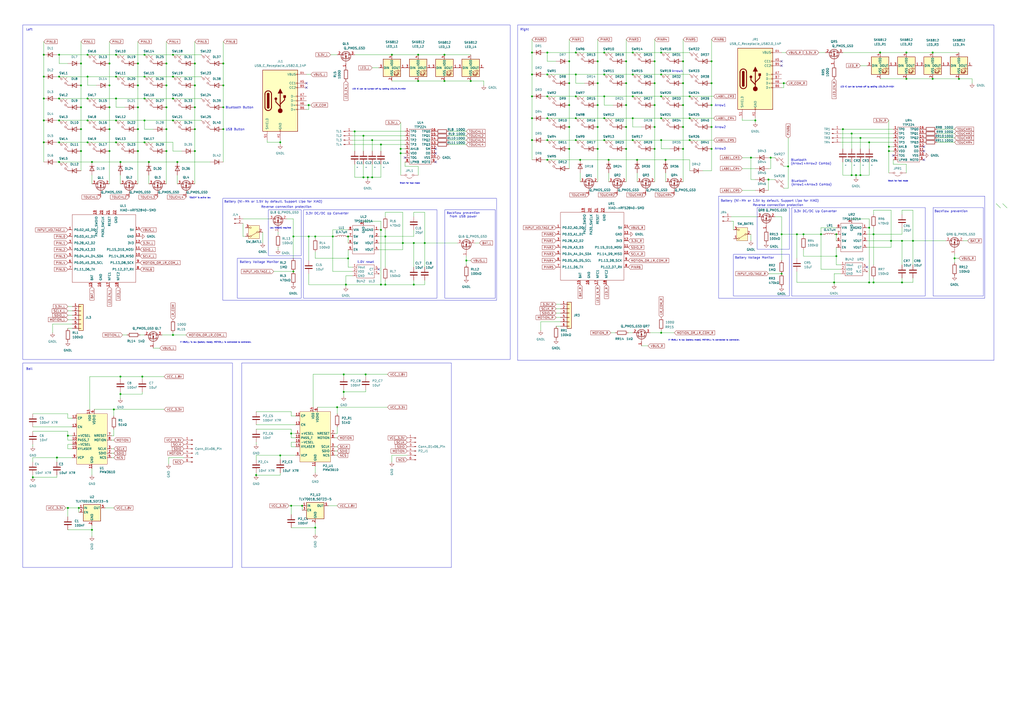
<source format=kicad_sch>
(kicad_sch (version 20231120) (generator "eeschema") (generator_version "8.0")
  (paper "A2")
  (title_block (title "DYA Keyboard") (date "2025-02-16") (rev "1.0") (company "@cormoran707"))
  (junction (at 215.9 81.28))
  (junction (at 499.11 80.01))
  (junction (at 273.05 46.99))
  (junction (at 556.26 45.72))
  (junction (at 80.01 74.93))
  (junction (at 363.22 73.66))
  (junction (at 69.85 93.98))
  (junction (at 353.06 92.71))
  (junction (at 129.54 74.93))
  (junction (at 412.75 73.66))
  (junction (at 445.77 104.14))
  (junction (at 34.29 57.15))
  (junction (at 317.5 55.88))
  (junction (at 168.91 251.46))
  (junction (at 39.37 252.73))
  (junction (at 182.88 306.07))
  (junction (at 53.34 307.34))
  (junction (at 46.99 74.93))
  (junction (at 330.2 73.66))
  (junction (at 162.56 82.55))
  (junction (at 438.15 69.85))
  (junction (at 227.33 31.75))
  (junction (at 510.54 30.48))
  (junction (at 223.52 137.16))
  (junction (at 506.73 135.89))
  (junction (at 453.39 135.89))
  (junction (at 182.88 137.16))
  (junction (at 466.09 135.89))
  (junction (at 80.01 36.83))
  (junction (at 363.22 35.56))
  (junction (at 201.93 149.86))
  (junction (at 485.14 148.59))
  (junction (at 83.82 69.85))
  (junction (at 367.03 68.58))
  (junction (at 383.54 81.28))
  (junction (at 223.52 165.1))
  (junction (at 506.73 163.83))
  (junction (at 170.18 137.16))
  (junction (at 69.85 218.44))
  (junction (at 199.39 217.17))
  (junction (at 175.26 293.37))
  (junction (at 45.72 294.64))
  (junction (at 80.01 49.53))
  (junction (at 363.22 48.26))
  (junction (at 213.36 102.87))
  (junction (at 496.57 101.6))
  (junction (at 435.61 91.44))
  (junction (at 46.99 87.63))
  (junction (at 330.2 86.36))
  (junction (at 129.54 62.23))
  (junction (at 412.75 60.96))
  (junction (at 113.03 74.93))
  (junction (at 396.24 73.66))
  (junction (at 179.07 137.16))
  (junction (at 462.28 135.89))
  (junction (at 63.5 62.23))
  (junction (at 346.71 60.96))
  (junction (at 25.4 57.15))
  (junction (at 308.61 55.88))
  (junction (at 242.57 31.75))
  (junction (at 525.78 30.48))
  (junction (at 46.99 62.23))
  (junction (at 330.2 60.96))
  (junction (at 129.54 49.53))
  (junction (at 412.75 48.26))
  (junction (at 270.51 151.13))
  (junction (at 553.72 149.86))
  (junction (at 129.54 36.83))
  (junction (at 412.75 35.56))
  (junction (at 80.01 87.63))
  (junction (at 363.22 86.36))
  (junction (at 179.07 60.96))
  (junction (at 454.66 48.26))
  (junction (at 83.82 57.15))
  (junction (at 367.03 55.88))
  (junction (at 96.52 49.53))
  (junction (at 379.73 48.26))
  (junction (at 63.5 49.53))
  (junction (at 346.71 48.26))
  (junction (at 447.04 91.44))
  (junction (at 215.9 102.87))
  (junction (at 499.11 101.6))
  (junction (at 100.33 194.31))
  (junction (at 383.54 193.04))
  (junction (at 201.93 137.16))
  (junction (at 485.14 135.89))
  (junction (at 25.4 31.75))
  (junction (at 308.61 30.48))
  (junction (at 170.18 157.48))
  (junction (at 453.39 158.75))
  (junction (at 232.41 88.9))
  (junction (at 515.62 87.63))
  (junction (at 50.8 44.45))
  (junction (at 334.01 43.18))
  (junction (at 199.39 227.33))
  (junction (at 69.85 228.6))
  (junction (at 257.81 31.75))
  (junction (at 541.02 30.48))
  (junction (at 50.8 69.85))
  (junction (at 334.01 68.58))
  (junction (at 83.82 31.75))
  (junction (at 367.03 30.48))
  (junction (at 63.5 74.93))
  (junction (at 346.71 73.66))
  (junction (at 67.31 57.15))
  (junction (at 350.52 55.88))
  (junction (at 257.81 46.99))
  (junction (at 541.02 45.72))
  (junction (at 46.99 36.83))
  (junction (at 330.2 35.56))
  (junction (at 210.82 102.87))
  (junction (at 494.03 101.6))
  (junction (at 63.5 36.83))
  (junction (at 346.71 35.56))
  (junction (at 34.29 69.85))
  (junction (at 317.5 68.58))
  (junction (at 100.33 31.75))
  (junction (at 383.54 30.48))
  (junction (at 86.36 93.98))
  (junction (at 369.57 92.71))
  (junction (at 63.5 87.63))
  (junction (at 346.71 86.36))
  (junction (at 113.03 62.23))
  (junction (at 396.24 60.96))
  (junction (at 113.03 36.83))
  (junction (at 396.24 35.56))
  (junction (at 246.38 140.97))
  (junction (at 529.59 139.7))
  (junction (at 102.87 93.98))
  (junction (at 386.08 92.71))
  (junction (at 400.05 81.28))
  (junction (at 210.82 78.74))
  (junction (at 494.03 77.47))
  (junction (at 50.8 57.15))
  (junction (at 334.01 55.88))
  (junction (at 96.52 87.63))
  (junction (at 379.73 86.36))
  (junction (at 46.99 49.53))
  (junction (at 330.2 48.26))
  (junction (at 96.52 74.93))
  (junction (at 379.73 73.66))
  (junction (at 34.29 93.98))
  (junction (at 317.5 92.71))
  (junction (at 205.74 76.2))
  (junction (at 488.95 74.93))
  (junction (at 25.4 82.55))
  (junction (at 308.61 81.28))
  (junction (at 67.31 31.75))
  (junction (at 350.52 30.48))
  (junction (at 113.03 87.63))
  (junction (at 396.24 86.36))
  (junction (at 412.75 86.36))
  (junction (at 100.33 69.85))
  (junction (at 383.54 68.58))
  (junction (at 80.01 62.23))
  (junction (at 363.22 60.96))
  (junction (at 67.31 69.85))
  (junction (at 350.52 68.58))
  (junction (at 240.03 140.97))
  (junction (at 523.24 139.7))
  (junction (at 50.8 31.75))
  (junction (at 334.01 30.48))
  (junction (at 34.29 31.75))
  (junction (at 317.5 30.48))
  (junction (at 83.82 82.55))
  (junction (at 367.03 81.28))
  (junction (at 240.03 165.1))
  (junction (at 523.24 163.83))
  (junction (at 220.98 133.35))
  (junction (at 504.19 132.08))
  (junction (at 148.59 275.59))
  (junction (at 19.05 276.86))
  (junction (at 457.2 96.52))
  (junction (at 67.31 44.45))
  (junction (at 350.52 43.18))
  (junction (at 96.52 36.83))
  (junction (at 379.73 35.56))
  (junction (at 53.34 93.98))
  (junction (at 336.55 92.71))
  (junction (at 195.58 236.22))
  (junction (at 66.04 237.49))
  (junction (at 232.41 86.36))
  (junction (at 515.62 85.09))
  (junction (at 34.29 82.55))
  (junction (at 317.5 81.28))
  (junction (at 193.04 137.16))
  (junction (at 476.25 135.89))
  (junction (at 400.05 55.88))
  (junction (at 67.31 82.55))
  (junction (at 350.52 81.28))
  (junction (at 200.66 165.1))
  (junction (at 483.87 163.83))
  (junction (at 113.03 49.53))
  (junction (at 396.24 48.26))
  (junction (at 242.57 46.99))
  (junction (at 525.78 45.72))
  (junction (at 220.98 165.1))
  (junction (at 504.19 163.83))
  (junction (at 162.56 264.16))
  (junction (at 33.02 265.43))
  (junction (at 96.52 62.23))
  (junction (at 379.73 60.96))
  (junction (at 233.68 140.97))
  (junction (at 516.89 139.7))
  (junction (at 82.55 218.44))
  (junction (at 212.09 217.17))
  (junction (at 100.33 57.15))
  (junction (at 383.54 55.88))
  (junction (at 220.98 83.82))
  (junction (at 504.19 82.55))
  (junction (at 25.4 44.45))
  (junction (at 308.61 43.18))
  (junction (at 400.05 68.58))
  (junction (at 83.82 44.45))
  (junction (at 367.03 43.18))
  (junction (at 168.91 293.37))
  (junction (at 39.37 294.64))
  (junction (at 50.8 82.55))
  (junction (at 334.01 81.28))
  (junction (at 100.33 44.45))
  (junction (at 383.54 43.18))
  (junction (at 34.29 44.45))
  (junction (at 317.5 43.18))
  (junction (at 25.4 69.85))
  (junction (at 308.61 68.58))
  (no_connect (at 177.8 48.26))
  (no_connect (at 453.39 35.56))
  (no_connect (at 252.73 88.9))
  (no_connect (at 535.94 87.63))
  (no_connect (at 252.73 93.98))
  (no_connect (at 535.94 92.71))
  (no_connect (at 234.95 91.44))
  (no_connect (at 518.16 90.17))
  (no_connect (at 252.73 86.36))
  (no_connect (at 535.94 85.09))
  (no_connect (at 177.8 50.8))
  (no_connect (at 453.39 38.1))
  (no_connect (at 219.71 156.21))
  (no_connect (at 502.92 154.94))
  (bus_entry (at 581.66 118.11) (size 2.54 2.54))
  (bus_entry (at 577.85 118.11) (size 2.54 2.54))
  (bus_entry (at 864.87 116.84) (size 2.54 2.54))
  (bus_entry (at 866.14 118.11) (size 2.54 2.54))
  (wire (pts (xy 162.56 264.16) (xy 171.45 264.16)))
  (wire (pts (xy 33.02 265.43) (xy 41.91 265.43)))
  (wire (pts (xy 201.93 133.35) (xy 193.04 133.35)))
  (wire (pts (xy 485.14 132.08) (xy 476.25 132.08)))
  (wire (pts (xy 260.35 81.28) (xy 270.51 81.28)))
  (wire (pts (xy 543.56 80.01) (xy 553.72 80.01)))
  (wire (pts (xy 168.91 241.3) (xy 168.91 238.76)))
  (wire (pts (xy 39.37 242.57) (xy 39.37 240.03)))
  (wire (pts (xy 201.93 144.78) (xy 201.93 149.86)))
  (wire (pts (xy 485.14 143.51) (xy 485.14 148.59)))
  (wire (pts (xy 210.82 95.25) (xy 210.82 102.87)))
  (wire (pts (xy 494.03 93.98) (xy 494.03 101.6)))
  (wire (pts (xy 113.03 62.23) (xy 113.03 74.93)))
  (wire (pts (xy 396.24 60.96) (xy 396.24 73.66)))
  (wire (pts (xy 69.85 218.44) (xy 82.55 218.44)))
  (wire (pts (xy 199.39 217.17) (xy 212.09 217.17)))
  (wire (pts (xy 182.88 137.16) (xy 193.04 137.16)))
  (wire (pts (xy 466.09 135.89) (xy 476.25 135.89)))
  (wire (pts (xy 179.07 165.1) (xy 200.66 165.1)))
  (wire (pts (xy 462.28 163.83) (xy 483.87 163.83)))
  (wire (pts (xy 63.5 74.93) (xy 63.5 87.63)))
  (wire (pts (xy 346.71 73.66) (xy 346.71 86.36)))
  (wire (pts (xy 438.15 104.14) (xy 435.61 104.14)))
  (wire (pts (xy 223.52 165.1) (xy 240.03 165.1)))
  (wire (pts (xy 506.73 163.83) (xy 523.24 163.83)))
  (wire (pts (xy 223.52 154.94) (xy 223.52 137.16)))
  (wire (pts (xy 506.73 153.67) (xy 506.73 135.89)))
  (wire (pts (xy 204.47 76.2) (xy 205.74 76.2)))
  (wire (pts (xy 487.68 74.93) (xy 488.95 74.93)))
  (wire (pts (xy 50.8 49.53) (xy 50.8 44.45)))
  (wire (pts (xy 334.01 48.26) (xy 334.01 43.18)))
  (wire (pts (xy 158.75 157.48) (xy 170.18 157.48)))
  (wire (pts (xy 445.77 158.75) (xy 453.39 158.75)))
  (wire (pts (xy 34.29 57.15) (xy 33.02 57.15)))
  (wire (pts (xy 317.5 55.88) (xy 316.23 55.88)))
  (wire (pts (xy 41.91 185.42) (xy 39.37 185.42)))
  (wire (pts (xy 325.12 184.15) (xy 322.58 184.15)))
  (wire (pts (xy 195.58 259.08) (xy 194.31 259.08)))
  (wire (pts (xy 66.04 260.35) (xy 64.77 260.35)))
  (wire (pts (xy 80.01 24.13) (xy 80.01 36.83)))
  (wire (pts (xy 363.22 22.86) (xy 363.22 35.56)))
  (wire (pts (xy 273.05 151.13) (xy 270.51 151.13)))
  (wire (pts (xy 556.26 149.86) (xy 553.72 149.86)))
  (wire (pts (xy 162.56 266.7) (xy 162.56 264.16)))
  (wire (pts (xy 33.02 267.97) (xy 33.02 265.43)))
  (wire (pts (xy 168.91 238.76) (xy 148.59 238.76)))
  (wire (pts (xy 39.37 240.03) (xy 19.05 240.03)))
  (wire (pts (xy 195.58 264.16) (xy 194.31 264.16)))
  (wire (pts (xy 66.04 265.43) (xy 64.77 265.43)))
  (wire (pts (xy 233.68 140.97) (xy 240.03 140.97)))
  (wire (pts (xy 516.89 139.7) (xy 523.24 139.7)))
  (wire (pts (xy 445.77 104.14) (xy 445.77 110.49)))
  (wire (pts (xy 195.58 247.65) (xy 195.58 251.46)))
  (wire (pts (xy 66.04 248.92) (xy 66.04 252.73)))
  (wire (pts (xy 129.54 74.93) (xy 129.54 93.98)))
  (wire (pts (xy 412.75 73.66) (xy 412.75 86.36)))
  (wire (pts (xy 246.38 123.19) (xy 246.38 140.97)))
  (wire (pts (xy 529.59 121.92) (xy 529.59 139.7)))
  (wire (pts (xy 233.68 123.19) (xy 233.68 140.97)))
  (wire (pts (xy 516.89 121.92) (xy 516.89 139.7)))
  (wire (pts (xy 223.52 123.19) (xy 233.68 123.19)))
  (wire (pts (xy 506.73 121.92) (xy 516.89 121.92)))
  (wire (pts (xy 204.47 81.28) (xy 215.9 81.28)))
  (wire (pts (xy 487.68 80.01) (xy 499.11 80.01)))
  (wire (pts (xy 162.56 83.82) (xy 162.56 82.55)))
  (wire (pts (xy 438.15 71.12) (xy 438.15 69.85)))
  (wire (pts (xy 63.5 36.83) (xy 63.5 49.53)))
  (wire (pts (xy 346.71 35.56) (xy 346.71 48.26)))
  (wire (pts (xy 181.61 217.17) (xy 181.61 236.22)))
  (wire (pts (xy 52.07 218.44) (xy 52.07 237.49)))
  (wire (pts (xy 190.5 293.37) (xy 195.58 293.37)))
  (wire (pts (xy 60.96 294.64) (xy 66.04 294.64)))
  (wire (pts (xy 457.2 80.01) (xy 457.2 96.52)))
  (wire (pts (xy 86.36 93.98) (xy 102.87 93.98)))
  (wire (pts (xy 369.57 92.71) (xy 386.08 92.71)))
  (wire (pts (xy 25.4 31.75) (xy 25.4 44.45)))
  (wire (pts (xy 308.61 30.48) (xy 308.61 43.18)))
  (wire (pts (xy 246.38 140.97) (xy 246.38 154.94)))
  (wire (pts (xy 529.59 139.7) (xy 529.59 153.67)))
  (wire (pts (xy 195.58 261.62) (xy 194.31 261.62)))
  (wire (pts (xy 66.04 262.89) (xy 64.77 262.89)))
  (wire (pts (xy 205.74 31.75) (xy 227.33 31.75)))
  (wire (pts (xy 488.95 30.48) (xy 510.54 30.48)))
  (wire (pts (xy 407.67 99.06) (xy 412.75 99.06)))
  (wire (pts (xy 425.45 128.27) (xy 425.45 133.35)))
  (wire (pts (xy 34.29 82.55) (xy 50.8 82.55)))
  (wire (pts (xy 317.5 81.28) (xy 334.01 81.28)))
  (wire (pts (xy 171.45 241.3) (xy 168.91 241.3)))
  (wire (pts (xy 41.91 242.57) (xy 39.37 242.57)))
  (wire (pts (xy 246.38 140.97) (xy 265.43 140.97)))
  (wire (pts (xy 529.59 139.7) (xy 548.64 139.7)))
  (wire (pts (xy 96.52 74.93) (xy 96.52 87.63)))
  (wire (pts (xy 379.73 73.66) (xy 379.73 86.36)))
  (wire (pts (xy 219.71 133.35) (xy 220.98 133.35)))
  (wire (pts (xy 502.92 132.08) (xy 504.19 132.08)))
  (wire (pts (xy 170.18 137.16) (xy 179.07 137.16)))
  (wire (pts (xy 180.34 60.96) (xy 179.07 60.96)))
  (wire (pts (xy 455.93 48.26) (xy 454.66 48.26)))
  (wire (pts (xy 270.51 148.59) (xy 270.51 151.13)))
  (wire (pts (xy 553.72 147.32) (xy 553.72 149.86)))
  (wire (pts (xy 220.98 95.25) (xy 220.98 102.87)))
  (wire (pts (xy 504.19 93.98) (xy 504.19 101.6)))
  (wire (pts (xy 215.9 39.37) (xy 219.71 39.37)))
  (wire (pts (xy 499.11 38.1) (xy 502.92 38.1)))
  (wire (pts (xy 69.85 93.98) (xy 86.36 93.98)))
  (wire (pts (xy 353.06 92.71) (xy 369.57 92.71)))
  (wire (pts (xy 50.8 31.75) (xy 67.31 31.75)))
  (wire (pts (xy 334.01 30.48) (xy 350.52 30.48)))
  (wire (pts (xy 25.4 44.45) (xy 25.4 57.15)))
  (wire (pts (xy 308.61 43.18) (xy 308.61 55.88)))
  (wire (pts (xy 223.52 162.56) (xy 223.52 165.1)))
  (wire (pts (xy 506.73 161.29) (xy 506.73 163.83)))
  (wire (pts (xy 280.67 49.53) (xy 280.67 46.99)))
  (wire (pts (xy 563.88 48.26) (xy 563.88 45.72)))
  (wire (pts (xy 213.36 102.87) (xy 213.36 104.14)))
  (wire (pts (xy 496.57 101.6) (xy 496.57 102.87)))
  (wire (pts (xy 215.9 81.28) (xy 234.95 81.28)))
  (wire (pts (xy 499.11 80.01) (xy 518.16 80.01)))
  (wire (pts (xy 83.82 82.55) (xy 100.33 82.55)))
  (wire (pts (xy 367.03 81.28) (xy 383.54 81.28)))
  (wire (pts (xy 232.41 88.9) (xy 234.95 88.9)))
  (wire (pts (xy 515.62 87.63) (xy 518.16 87.63)))
  (wire (pts (xy 39.37 190.5) (xy 41.91 190.5)))
  (wire (pts (xy 322.58 189.23) (xy 325.12 189.23)))
  (wire (pts (xy 199.39 229.87) (xy 199.39 227.33)))
  (wire (pts (xy 69.85 231.14) (xy 69.85 228.6)))
  (wire (pts (xy 220.98 165.1) (xy 200.66 165.1)))
  (wire (pts (xy 504.19 163.83) (xy 483.87 163.83)))
  (wire (pts (xy 210.82 78.74) (xy 234.95 78.74)))
  (wire (pts (xy 494.03 77.47) (xy 518.16 77.47)))
  (wire (pts (xy 161.29 143.51) (xy 161.29 144.78)))
  (wire (pts (xy 453.39 135.89) (xy 462.28 135.89)))
  (wire (pts (xy 179.07 63.5) (xy 179.07 60.96)))
  (wire (pts (xy 454.66 50.8) (xy 454.66 48.26)))
  (wire (pts (xy 41.91 180.34) (xy 39.37 180.34)))
  (wire (pts (xy 325.12 179.07) (xy 322.58 179.07)))
  (wire (pts (xy 454.66 109.22) (xy 457.2 109.22)))
  (wire (pts (xy 170.18 127) (xy 166.37 127)))
  (wire (pts (xy 445.77 97.79) (xy 447.04 97.79)))
  (wire (pts (xy 200.66 160.02) (xy 200.66 165.1)))
  (wire (pts (xy 483.87 158.75) (xy 483.87 163.83)))
  (wire (pts (xy 34.29 36.83) (xy 34.29 31.75)))
  (wire (pts (xy 317.5 35.56) (xy 317.5 30.48)))
  (wire (pts (xy 435.61 104.14) (xy 435.61 91.44)))
  (wire (pts (xy 227.33 31.75) (xy 242.57 31.75)))
  (wire (pts (xy 510.54 30.48) (xy 525.78 30.48)))
  (wire (pts (xy 96.52 24.13) (xy 96.52 36.83)))
  (wire (pts (xy 379.73 22.86) (xy 379.73 35.56)))
  (wire (pts (xy 233.68 144.78) (xy 233.68 140.97)))
  (wire (pts (xy 516.89 143.51) (xy 516.89 139.7)))
  (wire (pts (xy 69.85 219.71) (xy 69.85 218.44)))
  (wire (pts (xy 199.39 218.44) (xy 199.39 217.17)))
  (wire (pts (xy 88.9 74.93) (xy 83.82 74.93)))
  (wire (pts (xy 372.11 73.66) (xy 367.03 73.66)))
  (wire (pts (xy 240.03 123.19) (xy 240.03 125.73)))
  (wire (pts (xy 523.24 121.92) (xy 523.24 124.46)))
  (wire (pts (xy 73.66 194.31) (xy 71.12 194.31)))
  (wire (pts (xy 356.87 193.04) (xy 354.33 193.04)))
  (wire (pts (xy 83.82 69.85) (xy 100.33 69.85)))
  (wire (pts (xy 367.03 68.58) (xy 383.54 68.58)))
  (wire (pts (xy 148.59 257.81) (xy 148.59 256.54)))
  (wire (pts (xy 19.05 259.08) (xy 19.05 257.81)))
  (wire (pts (xy 96.52 36.83) (xy 96.52 49.53)))
  (wire (pts (xy 379.73 35.56) (xy 379.73 48.26)))
  (wire (pts (xy 242.57 31.75) (xy 257.81 31.75)))
  (wire (pts (xy 525.78 30.48) (xy 541.02 30.48)))
  (wire (pts (xy 246.38 165.1) (xy 240.03 165.1)))
  (wire (pts (xy 529.59 163.83) (xy 523.24 163.83)))
  (wire (pts (xy 215.9 81.28) (xy 215.9 87.63)))
  (wire (pts (xy 499.11 80.01) (xy 499.11 86.36)))
  (wire (pts (xy 204.47 83.82) (xy 220.98 83.82)))
  (wire (pts (xy 487.68 82.55) (xy 504.19 82.55)))
  (wire (pts (xy 83.82 44.45) (xy 100.33 44.45)))
  (wire (pts (xy 367.03 43.18) (xy 383.54 43.18)))
  (wire (pts (xy 220.98 128.27) (xy 210.82 128.27)))
  (wire (pts (xy 504.19 127) (xy 494.03 127)))
  (wire (pts (xy 100.33 44.45) (xy 116.84 44.45)))
  (wire (pts (xy 383.54 43.18) (xy 400.05 43.18)))
  (wire (pts (xy 191.77 31.75) (xy 195.58 31.75)))
  (wire (pts (xy 474.98 30.48) (xy 478.79 30.48)))
  (wire (pts (xy 425.45 128.27) (xy 424.18 128.27)))
  (wire (pts (xy 100.33 194.31) (xy 107.95 194.31)))
  (wire (pts (xy 383.54 193.04) (xy 391.16 193.04)))
  (wire (pts (xy 34.29 57.15) (xy 50.8 57.15)))
  (wire (pts (xy 317.5 55.88) (xy 334.01 55.88)))
  (wire (pts (xy 171.45 251.46) (xy 168.91 251.46)))
  (wire (pts (xy 41.91 252.73) (xy 39.37 252.73)))
  (wire (pts (xy 232.41 86.36) (xy 232.41 88.9)))
  (wire (pts (xy 515.62 85.09) (xy 515.62 87.63)))
  (wire (pts (xy 400.05 68.58) (xy 414.02 68.58)))
  (wire (pts (xy 182.88 146.05) (xy 182.88 149.86)))
  (wire (pts (xy 466.09 144.78) (xy 466.09 148.59)))
  (wire (pts (xy 140.97 129.54) (xy 140.97 137.16)))
  (wire (pts (xy 129.54 36.83) (xy 129.54 49.53)))
  (wire (pts (xy 412.75 35.56) (xy 412.75 48.26)))
  (wire (pts (xy 161.29 135.89) (xy 161.29 134.62)))
  (wire (pts (xy 162.56 275.59) (xy 148.59 275.59)))
  (wire (pts (xy 33.02 276.86) (xy 19.05 276.86)))
  (wire (pts (xy 113.03 49.53) (xy 113.03 62.23)))
  (wire (pts (xy 396.24 48.26) (xy 396.24 60.96)))
  (wire (pts (xy 182.88 149.86) (xy 201.93 149.86)))
  (wire (pts (xy 466.09 148.59) (xy 485.14 148.59)))
  (wire (pts (xy 177.8 63.5) (xy 179.07 63.5)))
  (wire (pts (xy 453.39 50.8) (xy 454.66 50.8)))
  (wire (pts (xy 168.91 256.54) (xy 168.91 259.08)))
  (wire (pts (xy 39.37 257.81) (xy 39.37 260.35)))
  (wire (pts (xy 435.61 91.44) (xy 430.53 91.44)))
  (wire (pts (xy 445.77 104.14) (xy 449.58 104.14)))
  (wire (pts (xy 257.81 46.99) (xy 273.05 46.99)))
  (wire (pts (xy 541.02 45.72) (xy 556.26 45.72)))
  (wire (pts (xy 201.93 154.94) (xy 204.47 154.94)))
  (wire (pts (xy 485.14 153.67) (xy 487.68 153.67)))
  (wire (pts (xy 140.97 127) (xy 156.21 127)))
  (wire (pts (xy 25.4 57.15) (xy 25.4 69.85)))
  (wire (pts (xy 308.61 55.88) (xy 308.61 68.58)))
  (wire (pts (xy 67.31 62.23) (xy 67.31 57.15)))
  (wire (pts (xy 350.52 60.96) (xy 350.52 55.88)))
  (wire (pts (xy 63.5 24.13) (xy 63.5 36.83)))
  (wire (pts (xy 346.71 22.86) (xy 346.71 35.56)))
  (wire (pts (xy 129.54 24.13) (xy 129.54 36.83)))
  (wire (pts (xy 412.75 22.86) (xy 412.75 35.56)))
  (wire (pts (xy 66.04 252.73) (xy 64.77 252.73)))
  (wire (pts (xy 195.58 251.46) (xy 194.31 251.46)))
  (wire (pts (xy 30.48 187.96) (xy 41.91 187.96)))
  (wire (pts (xy 313.69 186.69) (xy 325.12 186.69)))
  (wire (pts (xy 170.18 137.16) (xy 170.18 149.86)))
  (wire (pts (xy 453.39 135.89) (xy 453.39 151.13)))
  (wire (pts (xy 430.53 110.49) (xy 438.15 110.49)))
  (wire (pts (xy 80.01 87.63) (xy 80.01 106.68)))
  (wire (pts (xy 363.22 86.36) (xy 363.22 105.41)))
  (wire (pts (xy 80.01 62.23) (xy 80.01 74.93)))
  (wire (pts (xy 363.22 60.96) (xy 363.22 73.66)))
  (wire (pts (xy 232.41 88.9) (xy 232.41 101.6)))
  (wire (pts (xy 515.62 87.63) (xy 515.62 100.33)))
  (wire (pts (xy 260.35 83.82) (xy 270.51 83.82)))
  (wire (pts (xy 543.56 82.55) (xy 553.72 82.55)))
  (wire (pts (xy 220.98 83.82) (xy 220.98 87.63)))
  (wire (pts (xy 504.19 82.55) (xy 504.19 86.36)))
  (wire (pts (xy 280.67 46.99) (xy 273.05 46.99)))
  (wire (pts (xy 563.88 45.72) (xy 556.26 45.72)))
  (wire (pts (xy 67.31 57.15) (xy 83.82 57.15)))
  (wire (pts (xy 350.52 55.88) (xy 367.03 55.88)))
  (wire (pts (xy 179.07 60.96) (xy 177.8 60.96)))
  (wire (pts (xy 454.66 48.26) (xy 453.39 48.26)))
  (wire (pts (xy 220.98 133.35) (xy 220.98 128.27)))
  (wire (pts (xy 504.19 132.08) (xy 504.19 127)))
  (wire (pts (xy 67.31 69.85) (xy 83.82 69.85)))
  (wire (pts (xy 350.52 68.58) (xy 367.03 68.58)))
  (wire (pts (xy 242.57 96.52) (xy 242.57 101.6)))
  (wire (pts (xy 525.78 95.25) (xy 525.78 100.33)))
  (wire (pts (xy 97.79 265.43) (xy 106.68 265.43)))
  (wire (pts (xy 227.33 264.16) (xy 236.22 264.16)))
  (wire (pts (xy 34.29 31.75) (xy 33.02 31.75)))
  (wire (pts (xy 317.5 30.48) (xy 316.23 30.48)))
  (wire (pts (xy 100.33 69.85) (xy 116.84 69.85)))
  (wire (pts (xy 383.54 68.58) (xy 400.05 68.58)))
  (wire (pts (xy 83.82 74.93) (xy 83.82 69.85)))
  (wire (pts (xy 367.03 73.66) (xy 367.03 68.58)))
  (wire (pts (xy 148.59 246.38) (xy 171.45 246.38)))
  (wire (pts (xy 19.05 247.65) (xy 41.91 247.65)))
  (wire (pts (xy 154.94 81.28) (xy 154.94 82.55)))
  (wire (pts (xy 430.53 68.58) (xy 430.53 69.85)))
  (wire (pts (xy 219.71 144.78) (xy 233.68 144.78)))
  (wire (pts (xy 502.92 143.51) (xy 516.89 143.51)))
  (wire (pts (xy 80.01 74.93) (xy 80.01 87.63)))
  (wire (pts (xy 363.22 73.66) (xy 363.22 86.36)))
  (wire (pts (xy 445.77 91.44) (xy 447.04 91.44)))
  (wire (pts (xy 50.8 57.15) (xy 67.31 57.15)))
  (wire (pts (xy 334.01 55.88) (xy 350.52 55.88)))
  (wire (pts (xy 199.39 217.17) (xy 181.61 217.17)))
  (wire (pts (xy 69.85 218.44) (xy 52.07 218.44)))
  (wire (pts (xy 33.02 44.45) (xy 34.29 44.45)))
  (wire (pts (xy 316.23 43.18) (xy 317.5 43.18)))
  (wire (pts (xy 152.4 140.97) (xy 152.4 134.62)))
  (wire (pts (xy 66.04 237.49) (xy 95.25 237.49)))
  (wire (pts (xy 195.58 236.22) (xy 224.79 236.22)))
  (wire (pts (xy 66.04 255.27) (xy 64.77 255.27)))
  (wire (pts (xy 195.58 254) (xy 194.31 254)))
  (wire (pts (xy 246.38 123.19) (xy 240.03 123.19)))
  (wire (pts (xy 529.59 121.92) (xy 523.24 121.92)))
  (wire (pts (xy 182.88 306.07) (xy 182.88 309.88)))
  (wire (pts (xy 53.34 307.34) (xy 53.34 311.15)))
  (wire (pts (xy 148.59 248.92) (xy 168.91 248.92)))
  (wire (pts (xy 19.05 250.19) (xy 39.37 250.19)))
  (wire (pts (xy 383.54 81.28) (xy 400.05 81.28)))
  (wire (pts (xy 63.5 62.23) (xy 63.5 74.93)))
  (wire (pts (xy 346.71 60.96) (xy 346.71 73.66)))
  (wire (pts (xy 412.75 99.06) (xy 412.75 86.36)))
  (wire (pts (xy 34.29 36.83) (xy 39.37 36.83)))
  (wire (pts (xy 317.5 35.56) (xy 322.58 35.56)))
  (wire (pts (xy 205.74 76.2) (xy 234.95 76.2)))
  (wire (pts (xy 488.95 74.93) (xy 518.16 74.93)))
  (wire (pts (xy 100.33 57.15) (xy 116.84 57.15)))
  (wire (pts (xy 383.54 55.88) (xy 400.05 55.88)))
  (wire (pts (xy 102.87 93.98) (xy 121.92 93.98)))
  (wire (pts (xy 240.03 140.97) (xy 246.38 140.97)))
  (wire (pts (xy 523.24 139.7) (xy 529.59 139.7)))
  (wire (pts (xy 168.91 306.07) (xy 182.88 306.07)))
  (wire (pts (xy 39.37 307.34) (xy 53.34 307.34)))
  (wire (pts (xy 168.91 251.46) (xy 168.91 254)))
  (wire (pts (xy 39.37 252.73) (xy 39.37 255.27)))
  (wire (pts (xy 162.56 274.32) (xy 162.56 275.59)))
  (wire (pts (xy 33.02 275.59) (xy 33.02 276.86)))
  (wire (pts (xy 72.39 62.23) (xy 67.31 62.23)))
  (wire (pts (xy 355.6 60.96) (xy 350.52 60.96)))
  (wire (pts (xy 100.33 193.04) (xy 100.33 194.31)))
  (wire (pts (xy 383.54 191.77) (xy 383.54 193.04)))
  (wire (pts (xy 234.95 93.98) (xy 234.95 96.52)))
  (wire (pts (xy 518.16 92.71) (xy 518.16 95.25)))
  (wire (pts (xy 435.61 139.7) (xy 435.61 135.89)))
  (wire (pts (xy 33.02 93.98) (xy 34.29 93.98)))
  (wire (pts (xy 316.23 92.71) (xy 317.5 92.71)))
  (wire (pts (xy 182.88 306.07) (xy 182.88 303.53)))
  (wire (pts (xy 53.34 307.34) (xy 53.34 304.8)))
  (wire (pts (xy 205.74 76.2) (xy 205.74 87.63)))
  (wire (pts (xy 488.95 74.93) (xy 488.95 86.36)))
  (wire (pts (xy 33.02 82.55) (xy 34.29 82.55)))
  (wire (pts (xy 316.23 81.28) (xy 317.5 81.28)))
  (wire (pts (xy 232.41 71.12) (xy 232.41 86.36)))
  (wire (pts (xy 515.62 69.85) (xy 515.62 85.09)))
  (wire (pts (xy 113.03 74.93) (xy 113.03 87.63)))
  (wire (pts (xy 396.24 73.66) (xy 396.24 86.36)))
  (wire (pts (xy 41.91 177.8) (xy 39.37 177.8)))
  (wire (pts (xy 325.12 176.53) (xy 322.58 176.53)))
  (wire (pts (xy 210.82 102.87) (xy 213.36 102.87)))
  (wire (pts (xy 494.03 101.6) (xy 496.57 101.6)))
  (wire (pts (xy 400.05 92.71) (xy 386.08 92.71)))
  (wire (pts (xy 193.04 137.16) (xy 194.31 137.16)))
  (wire (pts (xy 476.25 135.89) (xy 477.52 135.89)))
  (wire (pts (xy 129.54 62.23) (xy 129.54 74.93)))
  (wire (pts (xy 412.75 60.96) (xy 412.75 73.66)))
  (wire (pts (xy 46.99 24.13) (xy 46.99 36.83)))
  (wire (pts (xy 330.2 22.86) (xy 330.2 35.56)))
  (wire (pts (xy 113.03 24.13) (xy 113.03 36.83)))
  (wire (pts (xy 396.24 22.86) (xy 396.24 35.56)))
  (wire (pts (xy 25.4 24.13) (xy 25.4 31.75)))
  (wire (pts (xy 308.61 22.86) (xy 308.61 30.48)))
  (wire (pts (xy 234.95 86.36) (xy 232.41 86.36)))
  (wire (pts (xy 518.16 85.09) (xy 515.62 85.09)))
  (wire (pts (xy 80.01 49.53) (xy 80.01 62.23)))
  (wire (pts (xy 363.22 48.26) (xy 363.22 60.96)))
  (wire (pts (xy 96.52 49.53) (xy 96.52 62.23)))
  (wire (pts (xy 379.73 48.26) (xy 379.73 60.96)))
  (wire (pts (xy 270.51 151.13) (xy 270.51 153.67)))
  (wire (pts (xy 553.72 149.86) (xy 553.72 152.4)))
  (wire (pts (xy 140.97 137.16) (xy 142.24 137.16)))
  (wire (pts (xy 168.91 248.92) (xy 168.91 251.46)))
  (wire (pts (xy 39.37 250.19) (xy 39.37 252.73)))
  (wire (pts (xy 195.58 236.22) (xy 195.58 240.03)))
  (wire (pts (xy 66.04 237.49) (xy 66.04 241.3)))
  (wire (pts (xy 102.87 101.6) (xy 102.87 106.68)))
  (wire (pts (xy 386.08 100.33) (xy 386.08 105.41)))
  (wire (pts (xy 193.04 137.16) (xy 193.04 157.48)))
  (wire (pts (xy 476.25 135.89) (xy 476.25 156.21)))
  (wire (pts (xy 92.71 201.93) (xy 88.9 201.93)))
  (wire (pts (xy 375.92 200.66) (xy 372.11 200.66)))
  (wire (pts (xy 83.82 31.75) (xy 100.33 31.75)))
  (wire (pts (xy 367.03 30.48) (xy 383.54 30.48)))
  (wire (pts (xy 50.8 82.55) (xy 67.31 82.55)))
  (wire (pts (xy 334.01 81.28) (xy 350.52 81.28)))
  (wire (pts (xy 457.2 109.22) (xy 457.2 96.52)))
  (wire (pts (xy 25.4 69.85) (xy 25.4 82.55)))
  (wire (pts (xy 308.61 68.58) (xy 308.61 81.28)))
  (wire (pts (xy 53.34 101.6) (xy 53.34 106.68)))
  (wire (pts (xy 336.55 100.33) (xy 336.55 105.41)))
  (wire (pts (xy 219.71 137.16) (xy 223.52 137.16)))
  (wire (pts (xy 502.92 135.89) (xy 506.73 135.89)))
  (wire (pts (xy 34.29 93.98) (xy 53.34 93.98)))
  (wire (pts (xy 317.5 92.71) (xy 336.55 92.71)))
  (wire (pts (xy 240.03 140.97) (xy 240.03 154.94)))
  (wire (pts (xy 523.24 139.7) (xy 523.24 153.67)))
  (wire (pts (xy 223.52 137.16) (xy 240.03 137.16)))
  (wire (pts (xy 506.73 135.89) (xy 523.24 135.89)))
  (wire (pts (xy 454.66 96.52) (xy 457.2 96.52)))
  (wire (pts (xy 80.01 36.83) (xy 80.01 49.53)))
  (wire (pts (xy 363.22 35.56) (xy 363.22 48.26)))
  (wire (pts (xy 67.31 31.75) (xy 83.82 31.75)))
  (wire (pts (xy 350.52 30.48) (xy 367.03 30.48)))
  (wire (pts (xy 34.29 31.75) (xy 50.8 31.75)))
  (wire (pts (xy 317.5 30.48) (xy 334.01 30.48)))
  (wire (pts (xy 234.95 96.52) (xy 242.57 96.52)))
  (wire (pts (xy 518.16 95.25) (xy 525.78 95.25)))
  (wire (pts (xy 453.39 125.73) (xy 449.58 125.73)))
  (wire (pts (xy 257.81 31.75) (xy 273.05 31.75)))
  (wire (pts (xy 541.02 30.48) (xy 556.26 30.48)))
  (wire (pts (xy 170.18 127) (xy 170.18 137.16)))
  (wire (pts (xy 453.39 125.73) (xy 453.39 135.89)))
  (wire (pts (xy 184.15 236.22) (xy 195.58 236.22)))
  (wire (pts (xy 54.61 237.49) (xy 66.04 237.49)))
  (wire (pts (xy 242.57 46.99) (xy 257.81 46.99)))
  (wire (pts (xy 525.78 45.72) (xy 541.02 45.72)))
  (wire (pts (xy 215.9 102.87) (xy 213.36 102.87)))
  (wire (pts (xy 499.11 101.6) (xy 496.57 101.6)))
  (wire (pts (xy 97.79 269.24) (xy 97.79 265.43)))
  (wire (pts (xy 227.33 267.97) (xy 227.33 264.16)))
  (wire (pts (xy 220.98 83.82) (xy 234.95 83.82)))
  (wire (pts (xy 504.19 82.55) (xy 518.16 82.55)))
  (wire (pts (xy 175.26 293.37) (xy 175.26 295.91)))
  (wire (pts (xy 45.72 294.64) (xy 45.72 297.18)))
  (wire (pts (xy 67.31 44.45) (xy 83.82 44.45)))
  (wire (pts (xy 350.52 43.18) (xy 367.03 43.18)))
  (wire (pts (xy 447.04 91.44) (xy 447.04 97.79)))
  (wire (pts (xy 96.52 87.63) (xy 96.52 106.68)))
  (wire (pts (xy 379.73 86.36) (xy 379.73 105.41)))
  (wire (pts (xy 129.54 49.53) (xy 129.54 62.23)))
  (wire (pts (xy 412.75 48.26) (xy 412.75 60.96)))
  (wire (pts (xy 30.48 187.96) (xy 30.48 193.04)))
  (wire (pts (xy 313.69 186.69) (xy 313.69 191.77)))
  (wire (pts (xy 69.85 228.6) (xy 69.85 227.33)))
  (wire (pts (xy 199.39 227.33) (xy 199.39 226.06)))
  (wire (pts (xy 154.94 82.55) (xy 162.56 82.55)))
  (wire (pts (xy 430.53 69.85) (xy 438.15 69.85)))
  (wire (pts (xy 50.8 69.85) (xy 67.31 69.85)))
  (wire (pts (xy 334.01 68.58) (xy 350.52 68.58)))
  (wire (pts (xy 270.51 78.74) (xy 260.35 78.74)))
  (wire (pts (xy 553.72 77.47) (xy 543.56 77.47)))
  (wire (pts (xy 179.07 158.75) (xy 179.07 165.1)))
  (wire (pts (xy 462.28 157.48) (xy 462.28 163.83)))
  (wire (pts (xy 240.03 165.1) (xy 240.03 162.56)))
  (wire (pts (xy 523.24 163.83) (xy 523.24 161.29)))
  (wire (pts (xy 34.29 44.45) (xy 50.8 44.45)))
  (wire (pts (xy 317.5 43.18) (xy 334.01 43.18)))
  (wire (pts (xy 205.74 95.25) (xy 205.74 102.87)))
  (wire (pts (xy 488.95 93.98) (xy 488.95 101.6)))
  (wire (pts (xy 246.38 162.56) (xy 246.38 165.1)))
  (wire (pts (xy 529.59 161.29) (xy 529.59 163.83)))
  (wire (pts (xy 400.05 55.88) (xy 414.02 55.88)))
  (wire (pts (xy 63.5 49.53) (xy 63.5 62.23)))
  (wire (pts (xy 346.71 48.26) (xy 346.71 60.96)))
  (wire (pts (xy 168.91 293.37) (xy 175.26 293.37)))
  (wire (pts (xy 39.37 294.64) (xy 45.72 294.64)))
  (wire (pts (xy 179.07 137.16) (xy 182.88 137.16)))
  (wire (pts (xy 462.28 135.89) (xy 466.09 135.89)))
  (wire (pts (xy 25.4 82.55) (xy 25.4 93.98)))
  (wire (pts (xy 308.61 81.28) (xy 308.61 92.71)))
  (wire (pts (xy 53.34 93.98) (xy 69.85 93.98)))
  (wire (pts (xy 336.55 92.71) (xy 353.06 92.71)))
  (wire (pts (xy 41.91 182.88) (xy 39.37 182.88)))
  (wire (pts (xy 325.12 181.61) (xy 322.58 181.61)))
  (wire (pts (xy 148.59 264.16) (xy 162.56 264.16)))
  (wire (pts (xy 19.05 265.43) (xy 33.02 265.43)))
  (wire (pts (xy 69.85 101.6) (xy 69.85 106.68)))
  (wire (pts (xy 353.06 100.33) (xy 353.06 105.41)))
  (wire (pts (xy 220.98 102.87) (xy 215.9 102.87)))
  (wire (pts (xy 504.19 101.6) (xy 499.11 101.6)))
  (wire (pts (xy 223.52 133.35) (xy 223.52 137.16)))
  (wire (pts (xy 506.73 132.08) (xy 506.73 135.89)))
  (wire (pts (xy 200.66 160.02) (xy 204.47 160.02)))
  (wire (pts (xy 483.87 158.75) (xy 487.68 158.75)))
  (wire (pts (xy 447.04 91.44) (xy 449.58 91.44)))
  (wire (pts (xy 219.71 140.97) (xy 233.68 140.97)))
  (wire (pts (xy 502.92 139.7) (xy 516.89 139.7)))
  (wire (pts (xy 223.52 123.19) (xy 223.52 125.73)))
  (wire (pts (xy 506.73 121.92) (xy 506.73 124.46)))
  (wire (pts (xy 424.18 125.73) (xy 439.42 125.73)))
  (wire (pts (xy 204.47 78.74) (xy 210.82 78.74)))
  (wire (pts (xy 487.68 77.47) (xy 494.03 77.47)))
  (wire (pts (xy 223.52 165.1) (xy 220.98 165.1)))
  (wire (pts (xy 506.73 163.83) (xy 504.19 163.83)))
  (wire (pts (xy 193.04 133.35) (xy 193.04 137.16)))
  (wire (pts (xy 476.25 132.08) (xy 476.25 135.89)))
  (wire (pts (xy 46.99 74.93) (xy 46.99 87.63)))
  (wire (pts (xy 330.2 73.66) (xy 330.2 86.36)))
  (wire (pts (xy 260.35 76.2) (xy 270.51 76.2)))
  (wire (pts (xy 543.56 74.93) (xy 553.72 74.93)))
  (wire (pts (xy 438.15 91.44) (xy 435.61 91.44)))
  (wire (pts (xy 50.8 44.45) (xy 67.31 44.45)))
  (wire (pts (xy 334.01 43.18) (xy 350.52 43.18)))
  (wire (pts (xy 204.47 157.48) (xy 193.04 157.48)))
  (wire (pts (xy 487.68 156.21) (xy 476.25 156.21)))
  (wire (pts (xy 96.52 62.23) (xy 96.52 74.93)))
  (wire (pts (xy 379.73 60.96) (xy 379.73 73.66)))
  (wire (pts (xy 55.88 49.53) (xy 50.8 49.53)))
  (wire (pts (xy 339.09 48.26) (xy 334.01 48.26)))
  (wire (pts (xy 162.56 82.55) (xy 162.56 81.28)))
  (wire (pts (xy 438.15 69.85) (xy 438.15 68.58)))
  (wire (pts (xy 46.99 49.53) (xy 46.99 62.23)))
  (wire (pts (xy 330.2 48.26) (xy 330.2 60.96)))
  (wire (pts (xy 86.36 101.6) (xy 86.36 106.68)))
  (wire (pts (xy 369.57 100.33) (xy 369.57 105.41)))
  (wire (pts (xy 168.91 259.08) (xy 171.45 259.08)))
  (wire (pts (xy 39.37 260.35) (xy 41.91 260.35)))
  (wire (pts (xy 438.15 97.79) (xy 430.53 97.79)))
  (wire (pts (xy 400.05 99.06) (xy 400.05 92.71)))
  (wire (pts (xy 168.91 298.45) (xy 168.91 293.37)))
  (wire (pts (xy 39.37 299.72) (xy 39.37 294.64)))
  (wire (pts (xy 113.03 36.83) (xy 113.03 49.53)))
  (wire (pts (xy 396.24 35.56) (xy 396.24 48.26)))
  (wire (pts (xy 81.28 194.31) (xy 83.82 194.31)))
  (wire (pts (xy 364.49 193.04) (xy 367.03 193.04)))
  (wire (pts (xy 171.45 256.54) (xy 168.91 256.54)))
  (wire (pts (xy 41.91 257.81) (xy 39.37 257.81)))
  (wire (pts (xy 34.29 69.85) (xy 50.8 69.85)))
  (wire (pts (xy 317.5 68.58) (xy 334.01 68.58)))
  (wire (pts (xy 63.5 87.63) (xy 63.5 106.68)))
  (wire (pts (xy 346.71 86.36) (xy 346.71 105.41)))
  (wire (pts (xy 275.59 140.97) (xy 278.13 140.97)))
  (wire (pts (xy 558.8 139.7) (xy 561.34 139.7)))
  (wire (pts (xy 100.33 87.63) (xy 105.41 87.63)))
  (wire (pts (xy 383.54 86.36) (xy 388.62 86.36)))
  (wire (pts (xy 83.82 57.15) (xy 100.33 57.15)))
  (wire (pts (xy 367.03 55.88) (xy 383.54 55.88)))
  (wire (pts (xy 400.05 81.28) (xy 414.02 81.28)))
  (wire (pts (xy 220.98 133.35) (xy 220.98 165.1)))
  (wire (pts (xy 504.19 132.08) (xy 504.19 163.83)))
  (wire (pts (xy 210.82 78.74) (xy 210.82 87.63)))
  (wire (pts (xy 494.03 77.47) (xy 494.03 86.36)))
  (wire (pts (xy 148.59 275.59) (xy 148.59 274.32)))
  (wire (pts (xy 19.05 276.86) (xy 19.05 275.59)))
  (wire (pts (xy 205.74 102.87) (xy 210.82 102.87)))
  (wire (pts (xy 488.95 101.6) (xy 494.03 101.6)))
  (wire (pts (xy 168.91 254) (xy 171.45 254)))
  (wire (pts (xy 39.37 255.27) (xy 41.91 255.27)))
  (wire (pts (xy 46.99 36.83) (xy 46.99 49.53)))
  (wire (pts (xy 330.2 35.56) (xy 330.2 48.26)))
  (wire (pts (xy 93.98 194.31) (xy 100.33 194.31)))
  (wire (pts (xy 377.19 193.04) (xy 383.54 193.04)))
  (wire (pts (xy 179.07 137.16) (xy 179.07 151.13)))
  (wire (pts (xy 462.28 135.89) (xy 462.28 149.86)))
  (wire (pts (xy 100.33 31.75) (xy 116.84 31.75)))
  (wire (pts (xy 383.54 30.48) (xy 400.05 30.48)))
  (wire (pts (xy 82.55 228.6) (xy 69.85 228.6)))
  (wire (pts (xy 212.09 227.33) (xy 199.39 227.33)))
  (wire (pts (xy 67.31 82.55) (xy 83.82 82.55)))
  (wire (pts (xy 350.52 81.28) (xy 367.03 81.28)))
  (wire (pts (xy 180.34 43.18) (xy 177.8 43.18)))
  (wire (pts (xy 455.93 30.48) (xy 453.39 30.48)))
  (wire (pts (xy 182.88 274.32) (xy 182.88 270.51)))
  (wire (pts (xy 53.34 275.59) (xy 53.34 271.78)))
  (wire (pts (xy 100.33 82.55) (xy 100.33 87.63)))
  (wire (pts (xy 383.54 81.28) (xy 383.54 86.36)))
  (wire (pts (xy 46.99 62.23) (xy 46.99 74.93)))
  (wire (pts (xy 330.2 60.96) (xy 330.2 73.66)))
  (wire (pts (xy 182.88 138.43) (xy 182.88 137.16)))
  (wire (pts (xy 466.09 137.16) (xy 466.09 135.89)))
  (wire (pts (xy 227.33 46.99) (xy 242.57 46.99)))
  (wire (pts (xy 510.54 45.72) (xy 525.78 45.72)))
  (wire (pts (xy 240.03 137.16) (xy 240.03 133.35)))
  (wire (pts (xy 523.24 135.89) (xy 523.24 132.08)))
  (wire (pts (xy 82.55 227.33) (xy 82.55 228.6)))
  (wire (pts (xy 212.09 226.06) (xy 212.09 227.33)))
  (wire (pts (xy 167.64 293.37) (xy 168.91 293.37)))
  (wire (pts (xy 38.1 294.64) (xy 39.37 294.64)))
  (wire (pts (xy 46.99 87.63) (xy 46.99 99.06)))
  (wire (pts (xy 330.2 86.36) (xy 330.2 97.79)))
  (wire (pts (xy 148.59 266.7) (xy 148.59 264.16)))
  (wire (pts (xy 19.05 267.97) (xy 19.05 265.43)))
  (wire (pts (xy 200.66 165.1) (xy 200.66 166.37)))
  (wire (pts (xy 483.87 163.83) (xy 483.87 165.1)))
  (wire (pts (xy 82.55 219.71) (xy 82.55 218.44)))
  (wire (pts (xy 212.09 218.44) (xy 212.09 217.17)))
  (wire (pts (xy 113.03 87.63) (xy 113.03 106.68)))
  (wire (pts (xy 396.24 86.36) (xy 396.24 105.41)))
  (wire (pts (xy 82.55 218.44) (xy 95.25 218.44)))
  (wire (pts (xy 212.09 217.17) (xy 224.79 217.17)))
  (wire (pts (xy 215.9 95.25) (xy 215.9 102.87)))
  (wire (pts (xy 499.11 93.98) (xy 499.11 101.6)))
  (wire (pts (xy 201.93 149.86) (xy 201.93 154.94)))
  (wire (pts (xy 485.14 148.59) (xy 485.14 153.67)))
  (wire (pts (xy 201.93 137.16) (xy 201.93 140.97)))
  (wire (pts (xy 485.14 135.89) (xy 485.14 139.7)))
  (wire (pts (xy 33.02 69.85) (xy 34.29 69.85)))
  (wire (pts (xy 316.23 68.58) (xy 317.5 68.58)))
  (rectangle (start 13.208 14.478) (end 295.91 208.534))
  (rectangle (start 155.702 121.666) (end 174.752 148.336))
  (rectangle (start 140.208 210.566) (end 261.874 329.184))
  (rectangle (start 137.668 149.86) (end 174.752 172.974))
  (rectangle (start 425.45 147.574) (end 457.962 171.704))
  (rectangle (start 13.208 210.566) (end 134.874 329.184))
  (rectangle (start 258.064 121.666) (end 287.274 172.974))
  (rectangle (start 541.274 120.396) (end 570.484 171.704))
  (rectangle (start 129.286 115.062) (end 288.036 174.244))
  (rectangle (start 416.814 113.792) (end 571.246 172.974))
  (rectangle (start 300.228 14.478) (end 576.58 209.042))
  (rectangle (start 176.022 121.666) (end 253.492 172.974))
  (rectangle (start 459.232 120.396) (end 536.702 171.704))
  (rectangle (start 439.166 120.396) (end 457.962 144.526))
  (text "If VBUS_L is low (battery mode), MOTION_L is connected to controller." (at 104.394 198.628 0) (effects (font (size 0.762 0.762)) (justify left)))
  (text "If VBUS_L is low (battery mode), MOTION_L is connected to controller." (at 387.604 197.358 0) (effects (font (size 0.762 0.762)) (justify left)))
  (text "Low VGS(th) required" (at 156.464 132.334 0) (effects (font (size 0.762 0.762)) (justify left)))
  (text "Battery (Ni-Mh or 1.5V by default. Support Lipo for XIAO)" (at 158.496 117.094 0) (effects (font (size 1.27 1.27))))
  (text "Battery (Ni-Mh or 1.5V by default. Support Lipo for XIAO)" (at 446.532 116.586 0) (effects (font (size 1.27 1.27))))
  (text "USB Button" (at 136.398 75.184 0) (effects (font (size 1.27 1.27))))
  (text "1.0V reset" (at 212.09 152.146 0) (effects (font (size 1.27 1.27))))
  (text "Bluetooth\n(Arrow1+Arrow2 Combo)" (at 458.724 93.98 0) (effects (font (size 1.27 1.27)) (justify left)))
  (text "Bluetooth Button" (at 138.938 62.484 0) (effects (font (size 1.27 1.27))))
  (text "Arrow1" (at 417.83 61.214 0) (effects (font (size 1.27 1.27))))
  (text "Short for fast mode" (at 231.902 105.918 0) (effects (font (size 0.762 0.762)) (justify left top)))
  (text "Short for fast mode" (at 515.112 104.648 0) (effects (font (size 0.762 0.762)) (justify left top)))
  (text "Right" (at 304.292 17.272 0) (effects (font (size 1.27 1.27))))
  (text "Arrow4" (at 392.938 41.402 0) (effects (font (size 1.27 1.27))))
  (text "TOUCH* is active low" (at 109.728 114.808 0) (effects (font (size 0.762 0.762)) (justify left)))
  (text "Bluetooth\n(Arrow1+Arrow3 Combo)" (at 458.978 106.172 0) (effects (font (size 1.27 1.27)) (justify left)))
  (text "Reverse connection protection" (at 166.116 120.142 0) (effects (font (size 1.27 1.27))))
  (text "3.3V DC/DC Up Converter" (at 189.738 123.952 0) (effects (font (size 1.27 1.27))))
  (text "3.3V DC/DC Up Converter" (at 472.948 122.682 0) (effects (font (size 1.27 1.27))))
  (text "Ball" (at 17.018 214.122 0) (effects (font (size 1.27 1.27))))
  (text "Arrow2" (at 417.83 73.914 0) (effects (font (size 1.27 1.27))))
  (text "Backflow prevention\nfrom USB power" (at 268.732 124.714 0) (effects (font (size 1.27 1.27))))
  (text "Backflow prevention" (at 551.688 122.682 0) (effects (font (size 1.27 1.27))))
  (text "Reverse connection protection" (at 451.358 119.126 0) (effects (font (size 1.27 1.27))))
  (text "LED IC can be turned-off by setting LED_EN_R=HIGH" (at 204.216 51.308 0) (effects (font (size 0.762 0.762)) (justify left top)))
  (text "LED IC can be turned-off by setting LED_EN_R=HIGH" (at 487.426 50.038 0) (effects (font (size 0.762 0.762)) (justify left top)))
  (text "Battery Voltage Monitor" (at 150.368 152.146 0) (effects (font (size 1.27 1.27))))
  (text "Battery Voltage Monitor" (at 437.642 149.606 0) (effects (font (size 1.27 1.27))))
  (text "Arrow3" (at 417.83 86.36 0) (effects (font (size 1.27 1.27))))
  (text "Left" (at 17.018 17.272 0) (effects (font (size 1.27 1.27))))
  (global_label "SCLK" (shape input) (at 66.04 260.35 0) (property "Intersheetrefs" "${INTERSHEET_REFS}" (effects (hide yes))))
  (global_label "3.3V_L" (shape input) (at 39.37 177.8 180) (property "Intersheetrefs" "${INTERSHEET_REFS}" (effects (hide yes))))
  (global_label "TOUCHL3" (shape input) (at 91.44 114.3 180) (property "Intersheetrefs" "${INTERSHEET_REFS}" (effects (hide yes))))
  (global_label "TOUCHR2" (shape input) (at 358.14 113.03 180) (property "Intersheetrefs" "${INTERSHEET_REFS}" (effects (hide yes))))
  (global_label "TOUCHL4" (shape input) (at 270.51 83.82 0) (property "Intersheetrefs" "${INTERSHEET_REFS}" (effects (hide yes))))
  (global_label "SCLK_R" (shape input) (at 322.58 179.07 180) (property "Intersheetrefs" "${INTERSHEET_REFS}" (effects (hide yes))))
  (global_label "TOUCHL1" (shape input) (at 58.42 114.3 180) (property "Intersheetrefs" "${INTERSHEET_REFS}" (effects (hide yes))))
  (global_label "LABEL_CR5" (shape input) (at 414.02 81.28 0) (property "Intersheetrefs" "${INTERSHEET_REFS}" (effects (hide yes))))
  (global_label "3.3V_R" (shape input) (at 322.58 176.53 180) (property "Intersheetrefs" "${INTERSHEET_REFS}" (effects (hide yes))))
  (global_label "VCC_1.8V" (shape input) (at 95.25 218.44 0) (property "Intersheetrefs" "${INTERSHEET_REFS}" (effects (hide yes))))
  (global_label "3.3V_R" (shape input) (at 474.98 30.48 180) (property "Intersheetrefs" "${INTERSHEET_REFS}" (effects (hide yes))))
  (global_label "SDIO_L" (shape input) (at 39.37 182.88 180) (property "Intersheetrefs" "${INTERSHEET_REFS}" (effects (hide yes))))
  (global_label "MOTION_OR_LR_COM_R" (shape input) (at 364.49 151.13 0) (property "Intersheetrefs" "${INTERSHEET_REFS}" (effects (hide yes))))
  (global_label "SCLK" (shape input) (at 106.68 257.81 180) (property "Intersheetrefs" "${INTERSHEET_REFS}" (effects (hide yes))))
  (global_label "VCC_1.8V" (shape input) (at 66.04 294.64 0) (property "Intersheetrefs" "${INTERSHEET_REFS}" (effects (hide yes))))
  (global_label "PINL5" (shape input) (at 39.37 156.21 180) (property "Intersheetrefs" "${INTERSHEET_REFS}" (effects (hide yes))))
  (global_label "LABEL_CR3" (shape input) (at 430.53 91.44 180) (property "Intersheetrefs" "${INTERSHEET_REFS}" (effects (hide yes))))
  (global_label "MOTION_OR_LR_COM_L" (shape input) (at 107.95 194.31 0) (property "Intersheetrefs" "${INTERSHEET_REFS}" (effects (hide yes))))
  (global_label "LR_COM" (shape input) (at 180.34 60.96 0) (property "Intersheetrefs" "${INTERSHEET_REFS}" (effects (hide yes))))
  (global_label "TOUCHL2" (shape input) (at 74.93 114.3 180) (property "Intersheetrefs" "${INTERSHEET_REFS}" (effects (hide yes))))
  (global_label "LABEL_CR4" (shape input) (at 430.53 97.79 180) (property "Intersheetrefs" "${INTERSHEET_REFS}" (effects (hide yes))))
  (global_label "MOTION_R" (shape input) (at 322.58 184.15 180) (property "Intersheetrefs" "${INTERSHEET_REFS}" (effects (hide yes))))
  (global_label "PINL0" (shape input) (at 25.4 24.13 0) (property "Intersheetrefs" "${INTERSHEET_REFS}" (effects (hide yes))))
  (global_label "TOUCHL3" (shape input) (at 270.51 81.28 0) (property "Intersheetrefs" "${INTERSHEET_REFS}" (effects (hide yes))))
  (global_label "VCC_3.3V" (shape input) (at 167.64 293.37 180) (property "Intersheetrefs" "${INTERSHEET_REFS}" (effects (hide yes))))
  (global_label "VBUS_R" (shape input) (at 364.49 132.08 0) (property "Intersheetrefs" "${INTERSHEET_REFS}" (effects (hide yes))))
  (global_label "PINR3" (shape input) (at 363.22 22.86 0) (property "Intersheetrefs" "${INTERSHEET_REFS}" (effects (hide yes))))
  (global_label "SCLK_R" (shape input) (at 364.49 147.32 0) (property "Intersheetrefs" "${INTERSHEET_REFS}" (effects (hide yes))))
  (global_label "PINR5" (shape input) (at 396.24 22.86 0) (property "Intersheetrefs" "${INTERSHEET_REFS}" (effects (hide yes))))
  (global_label "SDIO" (shape input) (at 195.58 261.62 0) (property "Intersheetrefs" "${INTERSHEET_REFS}" (effects (hide yes))))
  (global_label "MOTION" (shape input) (at 195.58 254 0) (property "Intersheetrefs" "${INTERSHEET_REFS}" (effects (hide yes))))
  (global_label "LED_EN_R" (shape input) (at 346.71 165.1 270) (property "Intersheetrefs" "${INTERSHEET_REFS}" (effects (hide yes))))
  (global_label "MOTION_OR_LR_COM_R" (shape input) (at 391.16 193.04 0) (property "Intersheetrefs" "${INTERSHEET_REFS}" (effects (hide yes))))
  (global_label "VBUS_L" (shape input) (at 81.28 133.35 0) (property "Intersheetrefs" "${INTERSHEET_REFS}" (effects (hide yes))))
  (global_label "PINL3" (shape input) (at 39.37 148.59 180) (property "Intersheetrefs" "${INTERSHEET_REFS}" (effects (hide yes))))
  (global_label "LABEL_CR4" (shape input) (at 414.02 68.58 0) (property "Intersheetrefs" "${INTERSHEET_REFS}" (effects (hide yes))))
  (global_label "SDIO" (shape input) (at 236.22 259.08 180) (property "Intersheetrefs" "${INTERSHEET_REFS}" (effects (hide yes))))
  (global_label "3.3V_L" (shape input) (at 232.41 71.12 180) (property "Intersheetrefs" "${INTERSHEET_REFS}" (effects (hide yes))))
  (global_label "PINR5" (shape input) (at 322.58 154.94 180) (property "Intersheetrefs" "${INTERSHEET_REFS}" (effects (hide yes))))
  (global_label "VCC_3.3V" (shape input) (at 236.22 254 180) (property "Intersheetrefs" "${INTERSHEET_REFS}" (effects (hide yes))))
  (global_label "LR_COM_R" (shape input) (at 383.54 184.15 90) (property "Intersheetrefs" "${INTERSHEET_REFS}" (effects (hide yes))))
  (global_label "SCLK" (shape input) (at 195.58 259.08 0) (property "Intersheetrefs" "${INTERSHEET_REFS}" (effects (hide yes))))
  (global_label "3.3V_R" (shape input) (at 364.49 139.7 0) (property "Intersheetrefs" "${INTERSHEET_REFS}" (effects (hide yes))))
  (global_label "LED_EN_L" (shape input) (at 200.66 46.99 270) (property "Intersheetrefs" "${INTERSHEET_REFS}" (effects (hide yes))))
  (global_label "PINR0" (shape input) (at 322.58 135.89 180) (property "Intersheetrefs" "${INTERSHEET_REFS}" (effects (hide yes))))
  (global_label "LED_EN_L" (shape input) (at 63.5 166.37 270) (property "Intersheetrefs" "${INTERSHEET_REFS}" (effects (hide yes))))
  (global_label "PINR4" (shape input) (at 322.58 151.13 180) (property "Intersheetrefs" "${INTERSHEET_REFS}" (effects (hide yes))))
  (global_label "VCC_3.3V" (shape input) (at 95.25 237.49 0) (property "Intersheetrefs" "${INTERSHEET_REFS}" (effects (hide yes))))
  (global_label "SDIO_R" (shape input) (at 364.49 143.51 0) (property "Intersheetrefs" "${INTERSHEET_REFS}" (effects (hide yes))))
  (global_label "3.3V_L" (shape input) (at 81.28 140.97 0) (property "Intersheetrefs" "${INTERSHEET_REFS}" (effects (hide yes))))
  (global_label "PINR0" (shape input) (at 308.61 22.86 0) (property "Intersheetrefs" "${INTERSHEET_REFS}" (effects (hide yes))))
  (global_label "PINR6" (shape input) (at 457.2 80.01 90) (property "Intersheetrefs" "${INTERSHEET_REFS}" (effects (hide yes))))
  (global_label "MOTION" (shape input) (at 66.04 255.27 0) (property "Intersheetrefs" "${INTERSHEET_REFS}" (effects (hide yes))))
  (global_label "SDIO" (shape input) (at 106.68 260.35 180) (property "Intersheetrefs" "${INTERSHEET_REFS}" (effects (hide yes))))
  (global_label "LR_COM" (shape input) (at 100.33 185.42 90) (property "Intersheetrefs" "${INTERSHEET_REFS}" (effects (hide yes))))
  (global_label "PINL5" (shape input) (at 113.03 24.13 0) (property "Intersheetrefs" "${INTERSHEET_REFS}" (effects (hide yes))))
  (global_label "PINR6" (shape input) (at 412.75 22.86 0) (property "Intersheetrefs" "${INTERSHEET_REFS}" (effects (hide yes))))
  (global_label "NCS" (shape input) (at 106.68 267.97 180) (property "Intersheetrefs" "${INTERSHEET_REFS}" (effects (hide yes))))
  (global_label "NCS" (shape input) (at 195.58 264.16 0) (property "Intersheetrefs" "${INTERSHEET_REFS}" (effects (hide yes))))
  (global_label "SCLK" (shape input) (at 236.22 256.54 180) (property "Intersheetrefs" "${INTERSHEET_REFS}" (effects (hide yes))))
  (global_label "INPUT_VOLTAGE_R" (shape input) (at 322.58 132.08 180) (property "Intersheetrefs" "${INTERSHEET_REFS}" (effects (hide yes))))
  (global_label "MOTION" (shape input) (at 106.68 262.89 180) (property "Intersheetrefs" "${INTERSHEET_REFS}" (effects (hide yes))))
  (global_label "LED_R" (shape input) (at 351.79 165.1 270) (property "Intersheetrefs" "${INTERSHEET_REFS}" (effects (hide yes))))
  (global_label "MOTION_L" (shape input) (at 71.12 194.31 180) (property "Intersheetrefs" "${INTERSHEET_REFS}" (effects (hide yes))))
  (global_label "SCLK_L" (shape input) (at 39.37 180.34 180) (property "Intersheetrefs" "${INTERSHEET_REFS}" (effects (hide yes))))
  (global_label "PINL0" (shape input) (at 39.37 137.16 180) (property "Intersheetrefs" "${INTERSHEET_REFS}" (effects (hide yes))))
  (global_label "VCC_3.3V" (shape input) (at 106.68 255.27 180) (property "Intersheetrefs" "${INTERSHEET_REFS}" (effects (hide yes))))
  (global_label "PINL4" (shape input) (at 96.52 24.13 0) (property "Intersheetrefs" "${INTERSHEET_REFS}" (effects (hide yes))))
  (global_label "VBUS_R" (shape input) (at 556.26 149.86 0) (property "Intersheetrefs" "${INTERSHEET_REFS}" (effects (hide yes))))
  (global_label "PINL6" (shape input) (at 129.54 24.13 0) (property "Intersheetrefs" "${INTERSHEET_REFS}" (effects (hide yes))))
  (global_label "VBUS_R" (shape input) (at 455.93 30.48 0) (property "Intersheetrefs" "${INTERSHEET_REFS}" (effects (hide yes))))
  (global_label "TOUCHR4" (shape input) (at 391.16 113.03 180) (property "Intersheetrefs" "${INTERSHEET_REFS}" (effects (hide yes))))
  (global_label "SDIO" (shape input) (at 66.04 262.89 0) (property "Intersheetrefs" "${INTERSHEET_REFS}" (effects (hide yes))))
  (global_label "MOTION_R" (shape input) (at 354.33 193.04 180) (property "Intersheetrefs" "${INTERSHEET_REFS}" (effects (hide yes))))
  (global_label "SDIO_R" (shape input) (at 322.58 181.61 180) (property "Intersheetrefs" "${INTERSHEET_REFS}" (effects (hide yes))))
  (global_label "TOUCHR1" (shape input) (at 341.63 113.03 180) (property "Intersheetrefs" "${INTERSHEET_REFS}" (effects (hide yes))))
  (global_label "BAT_L" (shape input) (at 278.13 140.97 0) (property "Intersheetrefs" "${INTERSHEET_REFS}" (effects (hide yes))))
  (global_label "TOUCHL1" (shape input) (at 270.51 76.2 0) (property "Intersheetrefs" "${INTERSHEET_REFS}" (effects (hide yes))))
  (global_label "BAT_R" (shape input) (at 561.34 139.7 0) (property "Intersheetrefs" "${INTERSHEET_REFS}" (effects (hide yes))))
  (global_label "3.3V_R" (shape input) (at 515.62 69.85 180) (property "Intersheetrefs" "${INTERSHEET_REFS}" (effects (hide yes))))
  (global_label "TOUCHR3" (shape input) (at 374.65 113.03 180) (property "Intersheetrefs" "${INTERSHEET_REFS}" (effects (hide yes))))
  (global_label "BAT_R" (shape input) (at 336.55 165.1 270) (property "Intersheetrefs" "${INTERSHEET_REFS}" (effects (hide yes))))
  (global_label "LED_EN_R" (shape input) (at 483.87 45.72 270) (property "Intersheetrefs" "${INTERSHEET_REFS}" (effects (hide yes))))
  (global_label "LABEL_CR5" (shape input) (at 430.53 110.49 180) (property "Intersheetrefs" "${INTERSHEET_REFS}" (effects (hide yes))))
  (global_label "PINL2" (shape input) (at 63.5 24.13 0) (property "Intersheetrefs" "${INTERSHEET_REFS}" (effects (hide yes))))
  (global_label "TOUCHR3" (shape input) (at 553.72 80.01 0) (property "Intersheetrefs" "${INTERSHEET_REFS}" (effects (hide yes))))
  (global_label "VCC_3.3V" (shape input) (at 224.79 236.22 0) (property "Intersheetrefs" "${INTERSHEET_REFS}" (effects (hide yes))))
  (global_label "INPUT_VOLTAGE_R" (shape input) (at 445.77 158.75 180) (property "Intersheetrefs" "${INTERSHEET_REFS}" (effects (hide yes))))
  (global_label "VBUS_L" (shape input) (at 273.05 151.13 0) (property "Intersheetrefs" "${INTERSHEET_REFS}" (effects (hide yes))))
  (global_label "INPUT_VOLTAGE_L" (shape input) (at 39.37 133.35 180) (property "Intersheetrefs" "${INTERSHEET_REFS}" (effects (hide yes))))
  (global_label "VBUS_R" (shape input) (at 375.92 200.66 0) (property "Intersheetrefs" "${INTERSHEET_REFS}" (effects (hide yes))))
  (global_label "LABEL_CR3" (shape input) (at 414.02 55.88 0) (property "Intersheetrefs" "${INTERSHEET_REFS}" (effects (hide yes))))
  (global_label "BAT_L" (shape input) (at 53.34 166.37 270) (property "Intersheetrefs" "${INTERSHEET_REFS}" (effects (hide yes))))
  (global_label "3.3V_L" (shape input) (at 191.77 31.75 180) (property "Intersheetrefs" "${INTERSHEET_REFS}" (effects (hide yes))))
  (global_label "MOTION_OR_LR_COM_L" (shape input) (at 81.28 152.4 0) (property "Intersheetrefs" "${INTERSHEET_REFS}" (effects (hide yes))))
  (global_label "SCLK_L" (shape input) (at 81.28 148.59 0) (property "Intersheetrefs" "${INTERSHEET_REFS}" (effects (hide yes))))
  (global_label "LED_R" (shape input) (at 499.11 38.1 180) (property "Intersheetrefs" "${INTERSHEET_REFS}" (effects (hide yes))))
  (global_label "VCC_3.3V" (shape input) (at 38.1 294.64 180) (property "Intersheetrefs" "${INTERSHEET_REFS}" (effects (hide yes))))
  (global_label "PINL2" (shape input) (at 39.37 144.78 180) (property "Intersheetrefs" "${INTERSHEET_REFS}" (effects (hide yes))))
  (global_label "PINL6" (shape input) (at 81.28 156.21 0) (property "Intersheetrefs" "${INTERSHEET_REFS}" (effects (hide yes))))
  (global_label "VBUS_L" (shape input) (at 180.34 43.18 0) (property "Intersheetrefs" "${INTERSHEET_REFS}" (effects (hide yes))))
  (global_label "MOTION" (shape input) (at 236.22 261.62 180) (property "Intersheetrefs" "${INTERSHEET_REFS}" (effects (hide yes))))
  (global_label "NCS" (shape input) (at 66.04 265.43 0) (property "Intersheetrefs" "${INTERSHEET_REFS}" (effects (hide yes))))
  (global_label "VBUS_L" (shape input) (at 92.71 201.93 0) (property "Intersheetrefs" "${INTERSHEET_REFS}" (effects (hide yes))))
  (global_label "TOUCHR1" (shape input) (at 553.72 74.93 0) (property "Intersheetrefs" "${INTERSHEET_REFS}" (effects (hide yes))))
  (global_label "PINL3" (shape input) (at 80.01 24.13 0) (property "Intersheetrefs" "${INTERSHEET_REFS}" (effects (hide yes))))
  (global_label "VCC_1.8V" (shape input) (at 195.58 293.37 0) (property "Intersheetrefs" "${INTERSHEET_REFS}" (effects (hide yes))))
  (global_label "TOUCHR2" (shape input) (at 553.72 77.47 0) (property "Intersheetrefs" "${INTERSHEET_REFS}" (effects (hide yes))))
  (global_label "TOUCHL2" (shape input) (at 270.51 78.74 0) (property "Intersheetrefs" "${INTERSHEET_REFS}" (effects (hide yes))))
  (global_label "PINR1" (shape input) (at 322.58 139.7 180) (property "Intersheetrefs" "${INTERSHEET_REFS}" (effects (hide yes))))
  (global_label "TOUCHL4" (shape input) (at 107.95 114.3 180) (property "Intersheetrefs" "${INTERSHEET_REFS}" (effects (hide yes))))
  (global_label "PINL1" (shape input) (at 46.99 24.13 0) (property "Intersheetrefs" "${INTERSHEET_REFS}" (effects (hide yes))))
  (global_label "PINL1" (shape input) (at 39.37 140.97 180) (property "Intersheetrefs" "${INTERSHEET_REFS}" (effects (hide yes))))
  (global_label "TOUCHR4" (shape input) (at 553.72 82.55 0) (property "Intersheetrefs" "${INTERSHEET_REFS}" (effects (hide yes))))
  (global_label "PINR4" (shape input) (at 379.73 22.86 0) (property "Intersheetrefs" "${INTERSHEET_REFS}" (effects (hide yes))))
  (global_label "NCS" (shape input) (at 236.22 266.7 180) (property "Intersheetrefs" "${INTERSHEET_REFS}" (effects (hide yes))))
  (global_label "SDIO_L" (shape input) (at 81.28 144.78 0) (property "Intersheetrefs" "${INTERSHEET_REFS}" (effects (hide yes))))
  (global_label "VCC_1.8V" (shape input) (at 224.79 217.17 0) (property "Intersheetrefs" "${INTERSHEET_REFS}" (effects (hide yes))))
  (global_label "PINL4" (shape input) (at 39.37 152.4 180) (property "Intersheetrefs" "${INTERSHEET_REFS}" (effects (hide yes))))
  (global_label "INPUT_VOLTAGE_L" (shape input) (at 158.75 157.48 180) (property "Intersheetrefs" "${INTERSHEET_REFS}" (effects (hide yes))))
  (global_label "PINR1" (shape input) (at 330.2 22.86 0) (property "Intersheetrefs" "${INTERSHEET_REFS}" (effects (hide yes))))
  (global_label "LED_L" (shape input) (at 215.9 39.37 180) (property "Intersheetrefs" "${INTERSHEET_REFS}" (effects (hide yes))))
  (global_label "LED_L" (shape input) (at 68.58 166.37 270) (property "Intersheetrefs" "${INTERSHEET_REFS}" (effects (hide yes))))
  (global_label "PINR6" (shape input) (at 364.49 154.94 0) (property "Intersheetrefs" "${INTERSHEET_REFS}" (effects (hide yes))))
  (global_label "PINR2" (shape input) (at 322.58 143.51 180) (property "Intersheetrefs" "${INTERSHEET_REFS}" (effects (hide yes))))
  (global_label "LR_COM_R" (shape input) (at 455.93 48.26 0) (property "Intersheetrefs" "${INTERSHEET_REFS}" (effects (hide yes))))
  (global_label "PINR3" (shape input) (at 322.58 147.32 180) (property "Intersheetrefs" "${INTERSHEET_REFS}" (effects (hide yes))))
  (global_label "MOTION_L" (shape input) (at 39.37 185.42 180) (property "Intersheetrefs" "${INTERSHEET_REFS}" (effects (hide yes))))
  (global_label "PINR2" (shape input) (at 346.71 22.86 0) (property "Intersheetrefs" "${INTERSHEET_REFS}" (effects (hide yes))))
  (symbol (lib_id "Switch:SW_Push_45deg") (at 69.85 85.09 0) (unit 1)
    (property "Reference" "SWL13" (at 69.85 80.518 0))
    (property "Value" "SW_Push_45deg" (effects (hide yes)))
    (property "Footprint" "0_dya-kbd:Kailh-PG1353-Hotswap-1U" (effects (hide yes)))
    (property "Description" "Push button switch, normally open, two pins, 45° tilted" (effects (hide yes)))
    (property "LCSC" "C5333465" (effects (hide yes)))
  )
  (symbol (lib_id "Switch:SW_Push_45deg") (at 402.59 58.42 0) (unit 1)
    (property "Reference" "SWR24" (at 402.59 53.848 0))
    (property "Value" "SW_Push_45deg" (effects (hide yes)))
    (property "Footprint" "0_dya-kbd:Soft-sw-push-C4817" (effects (hide yes)))
    (property "Description" "Push button switch, normally open, two pins, 45° tilted" (effects (hide yes)))
  )
  (symbol (lib_id "Device:R") (at 223.52 158.75 0) (unit 1)
    (property "Reference" "RL7" (at 226.06 157.4799 0) (effects (justify left)))
    (property "Value" "150kΩ" (at 226.06 160.0199 0) (effects (justify left)))
    (property "Footprint" "Resistor_SMD:R_0805_2012Metric" (effects (hide yes)))
    (property "Description" "Resistor" (effects (hide yes)))
    (property "LCSC" "C17470" (effects (hide yes)))
  )
  (symbol (lib_id "Device:C") (at 19.05 243.84 0) (unit 1)
    (property "Reference" "C5" (at 22.86 242.5699 0) (effects (justify left)))
    (property "Value" "100nF X7R" (at 22.86 245.1099 0) (effects (justify left)))
    (property "Footprint" "Capacitor_SMD:C_0603_1608Metric" (effects (hide yes)))
    (property "Description" "Unpolarized capacitor" (effects (hide yes)))
    (property "LCSC" "C14663" (effects (hide yes)))
  )
  (symbol (lib_id "Connector:Conn_01x01_Pin") (at 199.39 78.74 0) (unit 1)
    (property "Reference" "TL2" (at 196.596 78.74 0))
    (property "Value" "Conn_01x01_Pin" (effects (hide yes)))
    (property "Footprint" "MountingHole:MountingHole_2.2mm_M2_Pad" (effects (hide yes)))
    (property "Description" "Generic connector, single row, 01x01, script generated" (effects (hide yes)))
  )
  (symbol (lib_id "Switch:SW_SPDT") (at 147.32 134.62 180) (unit 1)
    (property "Reference" "SW_BATL1" (at 147.32 140.208 0))
    (property "Value" "SW_SPDT" (effects (hide yes)))
    (property "Footprint" "0_dya-kbd:MK-12C02-G015" (effects (hide yes)))
    (property "Description" "Switch, single pole double throw" (effects (hide yes)))
    (property "LCSC" "C963206" (effects (hide yes)))
  )
  (symbol (lib_id "power:GND") (at 19.05 259.08 0) (unit 1)
    (property "Reference" "#PWR0106" (effects (hide yes)))
    (property "Value" "GND" (at 19.05 264.16 0))
    (property "Description" "Power symbol creates a global label with name \"GND\" , ground" (effects (hide yes)))
  )
  (symbol (lib_id "Device:C") (at 462.28 153.67 0) (unit 1)
    (property "Reference" "CR5" (at 466.344 152.4 0) (effects (justify left)))
    (property "Value" "10uF" (at 466.344 154.94 0) (effects (justify left)))
    (property "Footprint" "Capacitor_SMD:C_0805_2012Metric" (effects (hide yes)))
    (property "Description" "Unpolarized capacitor" (effects (hide yes)))
    (property "LCSC" "C15850" (effects (hide yes)))
  )
  (symbol (lib_id "Device:D") (at 92.71 62.23 0) (unit 1)
    (property "Reference" "DL27" (at 92.71 58.42 0))
    (property "Value" "D" (effects (hide yes)))
    (property "Footprint" "Diode_SMD:D_SOD-123" (effects (hide yes)))
    (property "Description" "Diode" (effects (hide yes)))
    (property "Sim.Device" "D" (effects (hide yes)))
    (property "Sim.Pins" "1=K 2=A" (effects (hide yes)))
    (property "LCSC" "C81598" (effects (hide yes)))
  )
  (symbol (lib_id "Connector:Conn_01x01_Pin") (at 482.6 77.47 0) (unit 1)
    (property "Reference" "TR2" (at 479.806 77.47 0))
    (property "Value" "Conn_01x01_Pin" (effects (hide yes)))
    (property "Footprint" "MountingHole:MountingHole_2.2mm_M2_Pad" (effects (hide yes)))
    (property "Description" "Generic connector, single row, 01x01, script generated" (effects (hide yes)))
  )
  (symbol (lib_id "Device:C") (at 205.74 91.44 0) (unit 1)
    (property "Reference" "CL1" (at 206.756 94.488 0) (effects (justify left)))
    (property "Value" "~" (at 206.756 97.028 0) (effects (justify left)))
    (property "Footprint" "Capacitor_SMD:C_0805_2012Metric" (effects (hide yes)))
    (property "Description" "Unpolarized capacitor" (effects (hide yes)))
  )
  (symbol (lib_id "Connector:Conn_01x01_Pin") (at 199.39 83.82 0) (unit 1)
    (property "Reference" "TL4" (at 196.596 83.82 0))
    (property "Value" "Conn_01x01_Pin" (effects (hide yes)))
    (property "Footprint" "Connector_Wire:SolderWirePad_1x01_SMD_1x2mm" (effects (hide yes)))
    (property "Description" "Generic connector, single row, 01x01, script generated" (effects (hide yes)))
  )
  (symbol (lib_id "Device:D") (at 326.39 86.36 0) (unit 1)
    (property "Reference" "DR11" (at 326.39 82.55 0))
    (property "Value" "D" (effects (hide yes)))
    (property "Footprint" "Diode_SMD:D_SOD-123" (effects (hide yes)))
    (property "Description" "Diode" (effects (hide yes)))
    (property "Sim.Device" "D" (effects (hide yes)))
    (property "Sim.Pins" "1=K 2=A" (effects (hide yes)))
    (property "LCSC" "C81598" (effects (hide yes)))
  )
  (symbol (lib_id "Switch:SW_Push_45deg") (at 53.34 59.69 0) (unit 1)
    (property "Reference" "SWL7" (at 53.34 55.118 0))
    (property "Value" "SW_Push_45deg" (effects (hide yes)))
    (property "Footprint" "0_dya-kbd:Kailh-PG1353-Hotswap-1U" (effects (hide yes)))
    (property "Description" "Push button switch, normally open, two pins, 45° tilted" (effects (hide yes)))
    (property "LCSC" "C5333465" (effects (hide yes)))
  )
  (symbol (lib_id "Device:D") (at 326.39 97.79 0) (unit 1)
    (property "Reference" "DR12" (at 326.39 93.98 0))
    (property "Value" "D" (effects (hide yes)))
    (property "Footprint" "Diode_SMD:D_SOD-123" (effects (hide yes)))
    (property "Description" "Diode" (effects (hide yes)))
    (property "Sim.Device" "D" (effects (hide yes)))
    (property "Sim.Pins" "1=K 2=A" (effects (hide yes)))
    (property "LCSC" "C81598" (effects (hide yes)))
  )
  (symbol (lib_id "Connector_Generic:Conn_01x06") (at 46.99 182.88 0) (unit 1)
    (property "Reference" "JL3" (at 49.53 184.1499 0) (effects (justify left)))
    (property "Value" "Conn_01x04" (effects (hide yes)))
    (property "Footprint" "0_dya-kbd:JUSHUO-AFH34-S06FIA-1H" (effects (hide yes)))
    (property "Description" "Generic connector, single row, 01x06, script generated (kicad-library-utils/schlib/autogen/connector/)" (effects (hide yes)))
    (property "LCSC" "C5139821" (effects (hide yes)))
  )
  (symbol (lib_id "Device:D") (at 125.73 74.93 0) (unit 1)
    (property "Reference" "DL40" (at 125.73 71.12 0))
    (property "Value" "D" (effects (hide yes)))
    (property "Footprint" "Diode_SMD:D_SOD-123" (effects (hide yes)))
    (property "Description" "Diode" (effects (hide yes)))
    (property "Sim.Device" "D" (effects (hide yes)))
    (property "Sim.Pins" "1=K 2=A" (effects (hide yes)))
    (property "LCSC" "C81598" (effects (hide yes)))
  )
  (symbol (lib_id "0_dya-kbd:BU42") (at 495.3 156.21 0) (unit 1)
    (property "Reference" "UR3" (at 499.11 150.368 0))
    (property "Value" "BU42" (at 492.76 150.368 0))
    (property "Footprint" "0_dya-kbd:BU42XX" (effects (hide yes)))
    (property "Datasheet" "https://jlcpcb.com/parts/componentSearch?searchTxt=BU4210G-TR" (effects (hide yes)))
    (property "LCSC" "C2066584" (effects (hide yes)))
  )
  (symbol (lib_id "Switch:SW_Push_45deg") (at 320.04 58.42 0) (unit 1)
    (property "Reference" "SWR2" (at 320.04 53.848 0))
    (property "Value" "SW_Push_45deg" (effects (hide yes)))
    (property "Footprint" "0_dya-kbd:Kailh-PG1353-Hotswap-1U" (effects (hide yes)))
    (property "Description" "Push button switch, normally open, two pins, 45° tilted" (effects (hide yes)))
    (property "LCSC" "C5333465" (effects (hide yes)))
  )
  (symbol (lib_id "Jumper:Jumper_2_Open") (at 237.49 101.6 180) (unit 1) (exclude_from_sim yes)
    (property "Reference" "JPL1" (at 237.49 99.06 0))
    (property "Value" "Jumper_2_Open" (effects (hide yes)))
    (property "Footprint" "Jumper:SolderJumper-2_P1.3mm_Open_RoundedPad1.0x1.5mm" (effects (hide yes)))
    (property "Description" "Jumper, 2-pole, open" (effects (hide yes)))
  )
  (symbol (lib_id "Device:D") (at 441.96 97.79 0) (unit 1)
    (property "Reference" "DR44" (at 441.96 93.98 0))
    (property "Value" "D" (effects (hide yes)))
    (property "Footprint" "Diode_SMD:D_SOD-123" (effects (hide yes)))
    (property "Description" "Diode" (effects (hide yes)))
    (property "Sim.Device" "D" (effects (hide yes)))
    (property "Sim.Pins" "1=K 2=A" (effects (hide yes)))
    (property "LCSC" "C81598" (effects (hide yes)))
  )
  (symbol (lib_id "Device:C") (at 240.03 129.54 0) (unit 1)
    (property "Reference" "CL6" (at 240.792 132.334 0) (effects (justify left)))
    (property "Value" "20pF" (at 240.792 134.874 0) (effects (justify left)))
    (property "Footprint" "Capacitor_SMD:C_0805_2012Metric" (effects (hide yes)))
    (property "Description" "Unpolarized capacitor" (effects (hide yes)))
    (property "LCSC" "C1798" (effects (hide yes)))
  )
  (symbol (lib_id "Device:R") (at 483.87 41.91 180) (unit 1)
    (property "Reference" "RR5" (at 477.52 41.91 90))
    (property "Value" "100Ω" (at 480.06 41.91 90))
    (property "Footprint" "Resistor_SMD:R_0805_2012Metric" (effects (hide yes)))
    (property "Description" "Resistor" (effects (hide yes)))
    (property "LCSC" "C17408" (effects (hide yes)))
  )
  (symbol (lib_id "Device:R") (at 200.66 43.18 180) (unit 1)
    (property "Reference" "RL5" (at 194.31 43.18 90))
    (property "Value" "100Ω" (at 196.85 43.18 90))
    (property "Footprint" "Resistor_SMD:R_0805_2012Metric" (effects (hide yes)))
    (property "Description" "Resistor" (effects (hide yes)))
    (property "LCSC" "C17408" (effects (hide yes)))
  )
  (symbol (lib_id "Device:Q_PMOS_GSD") (at 341.63 107.95 90) (unit 1)
    (property "Reference" "QR1" (at 341.63 101.854 90))
    (property "Value" "Q_PMOS_GSD" (at 347.98 110.236 90))
    (property "Footprint" "Package_TO_SOT_SMD:SOT-23" (effects (hide yes)))
    (property "Description" "P-MOSFET transistor, gate/source/drain" (effects (hide yes)))
    (property "LCSC" "C15127" (effects (hide yes)))
  )
  (symbol (lib_id "Switch:SW_Push_45deg") (at 36.83 72.39 0) (unit 1)
    (property "Reference" "SWL3" (at 36.83 67.818 0))
    (property "Value" "SW_Push_45deg" (effects (hide yes)))
    (property "Footprint" "0_dya-kbd:Kailh-PG1353-Hotswap-1U" (effects (hide yes)))
    (property "Description" "Push button switch, normally open, two pins, 45° tilted" (effects (hide yes)))
    (property "LCSC" "C5333465" (effects (hide yes)))
  )
  (symbol (lib_id "Device:Q_PMOS_GSD") (at 161.29 129.54 90) (unit 1)
    (property "Reference" "QL8" (at 158.496 123.19 90))
    (property "Value" "Q_PMOS_GSD" (at 167.132 123.19 90))
    (property "Footprint" "Package_TO_SOT_SMD:SOT-23" (effects (hide yes)))
    (property "Description" "P-MOSFET transistor, gate/source/drain, Vth < 0.9V" (effects (hide yes)))
    (property "LCSC" "C144153" (effects (hide yes)))
  )
  (symbol (lib_id "Device:D") (at 326.39 35.56 180) (unit 1)
    (property "Reference" "DR7" (at 326.39 31.75 0))
    (property "Value" "D" (effects (hide yes)))
    (property "Footprint" "Diode_SMD:D_SOD-123" (effects (hide yes)))
    (property "Description" "Diode" (effects (hide yes)))
    (property "Sim.Device" "D" (effects (hide yes)))
    (property "Sim.Pins" "1=K 2=A" (effects (hide yes)))
    (property "LCSC" "C81598" (effects (hide yes)))
  )
  (symbol (lib_id "Device:Q_PMOS_GSD") (at 553.72 142.24 90) (unit 1)
    (property "Reference" "QR6" (at 550.926 135.89 90))
    (property "Value" "Q_PMOS_GSD" (at 559.562 135.89 90))
    (property "Footprint" "Package_TO_SOT_SMD:SOT-23" (effects (hide yes)))
    (property "Description" "P-MOSFET transistor, gate/source/drain" (effects (hide yes)))
    (property "LCSC" "C15127" (effects (hide yes)))
  )
  (symbol (lib_id "power:GND") (at 53.34 311.15 0) (unit 1)
    (property "Reference" "#PWR01" (effects (hide yes)))
    (property "Value" "GND" (at 53.3399 314.96 90) (effects (justify right)))
    (property "Description" "Power symbol creates a global label with name \"GND\" , ground" (effects (hide yes)))
  )
  (symbol (lib_id "Switch:SW_Push_45deg") (at 386.08 71.12 0) (unit 1)
    (property "Reference" "SWR21" (at 386.08 66.548 0))
    (property "Value" "SW_Push_45deg" (effects (hide yes)))
    (property "Footprint" "0_dya-kbd:Kailh-PG1353-Hotswap-1U" (effects (hide yes)))
    (property "Description" "Push button switch, normally open, two pins, 45° tilted" (effects (hide yes)))
    (property "LCSC" "C5333465" (effects (hide yes)))
  )
  (symbol (lib_id "power:GND") (at 161.29 144.78 0) (unit 1)
    (property "Reference" "#GNDL011" (effects (hide yes)))
    (property "Value" "GNDL" (at 165.862 146.812 0))
    (property "Description" "Power symbol creates a global label with name \"GND\" , ground" (effects (hide yes)))
  )
  (symbol (lib_id "Device:R") (at 100.33 189.23 0) (unit 1)
    (property "Reference" "RL15" (at 105.156 191.008 0))
    (property "Value" "100Ω" (at 105.41 188.214 0))
    (property "Footprint" "Resistor_SMD:R_0805_2012Metric" (effects (hide yes)))
    (property "Description" "Resistor" (effects (hide yes)))
    (property "LCSC" "C17408" (effects (hide yes)))
  )
  (symbol (lib_id "power:GND") (at 53.34 275.59 0) (unit 1)
    (property "Reference" "#PWR0105" (effects (hide yes)))
    (property "Value" "GND" (at 53.34 280.67 0))
    (property "Description" "Power symbol creates a global label with name \"GND\" , ground" (effects (hide yes)))
  )
  (symbol (lib_id "power:GND") (at 39.37 198.12 0) (unit 1)
    (property "Reference" "#GNDL012" (effects (hide yes)))
    (property "Value" "GNDL" (at 39.37 203.2 0))
    (property "Description" "Power symbol creates a global label with name \"GND\" , ground" (effects (hide yes)))
  )
  (symbol (lib_id "Device:R") (at 66.04 245.11 180) (unit 1)
    (property "Reference" "R1" (at 68.58 243.8399 0) (effects (justify right)))
    (property "Value" "51kΩ" (at 68.58 246.3799 0) (effects (justify right)))
    (property "Footprint" "Resistor_SMD:R_0603_1608Metric" (effects (hide yes)))
    (property "Description" "Resistor" (effects (hide yes)))
    (property "LCSC" "C23196" (effects (hide yes)))
  )
  (symbol (lib_id "Device:R") (at 39.37 194.31 180) (unit 1)
    (property "Reference" "RL1" (at 41.91 193.0399 0) (effects (justify right)))
    (property "Value" "100kΩ" (at 41.91 195.5799 0) (effects (justify right)))
    (property "Footprint" "Resistor_SMD:R_0805_2012Metric" (effects (hide yes)))
    (property "Description" "Resistor" (effects (hide yes)))
    (property "LCSC" "C149504" (effects (hide yes)))
  )
  (symbol (lib_id "Switch:SW_Push_45deg") (at 452.12 93.98 0) (unit 1)
    (property "Reference" "SWR27" (at 452.12 89.408 0))
    (property "Value" "SW_Push_45deg" (effects (hide yes)))
    (property "Footprint" "0_dya-kbd:Push_PTS636SM43SMTR" (effects (hide yes)))
    (property "Description" "Push button switch, normally open, two pins, 45° tilted" (effects (hide yes)))
  )
  (symbol (lib_id "Regulator_Linear:TLV70018_SOT23-5") (at 182.88 295.91 0) (unit 1)
    (property "Reference" "P2_U2" (at 182.88 287.02 0))
    (property "Value" "TLV70018_SOT23-5" (at 182.88 289.56 0))
    (property "Footprint" "Package_TO_SOT_SMD:SOT-23-5" (effects (hide yes)))
    (property "Datasheet" "http://www.ti.com/lit/ds/symlink/tlv700.pdf" (effects (hide yes)))
    (property "Description" "200mA Low Dropout Voltage Regulator, Fixed Output 1.8V, SOT-23-5" (effects (hide yes)))
    (property "LCSC" "C79924" (effects (hide yes)))
  )
  (symbol (lib_id "Device:D") (at 125.73 93.98 180) (unit 1)
    (property "Reference" "DL42" (at 125.73 90.17 0))
    (property "Value" "D" (effects (hide yes)))
    (property "Footprint" "Diode_SMD:D_SOD-123" (effects (hide yes)))
    (property "Description" "Diode" (effects (hide yes)))
    (property "Sim.Device" "D" (effects (hide yes)))
    (property "Sim.Pins" "1=K 2=A" (effects (hide yes)))
    (property "LCSC" "C81598" (effects (hide yes)))
  )
  (symbol (lib_id "Device:R") (at 223.52 129.54 0) (unit 1)
    (property "Reference" "RL6" (at 226.06 128.2699 0) (effects (justify left)))
    (property "Value" "470kΩ" (at 226.06 130.8099 0) (effects (justify left)))
    (property "Footprint" "Resistor_SMD:R_0805_2012Metric" (effects (hide yes)))
    (property "Description" "Resistor" (effects (hide yes)))
    (property "LCSC" "C17709" (effects (hide yes)))
  )
  (symbol (lib_id "Device:D") (at 359.41 60.96 180) (unit 1)
    (property "Reference" "DR21" (at 359.41 57.15 0))
    (property "Value" "D" (effects (hide yes)))
    (property "Footprint" "Diode_SMD:D_SOD-123" (effects (hide yes)))
    (property "Description" "Diode" (effects (hide yes)))
    (property "Sim.Device" "D" (effects (hide yes)))
    (property "Sim.Pins" "1=K 2=A" (effects (hide yes)))
    (property "LCSC" "C81598" (effects (hide yes)))
  )
  (symbol (lib_id "Switch:SW_Push_45deg") (at 369.57 83.82 0) (unit 1)
    (property "Reference" "SWR17" (at 369.57 79.248 0))
    (property "Value" "SW_Push_45deg" (effects (hide yes)))
    (property "Footprint" "0_dya-kbd:Kailh-PG1353-Hotswap-1U" (effects (hide yes)))
    (property "Description" "Push button switch, normally open, two pins, 45° tilted" (effects (hide yes)))
    (property "LCSC" "C5333465" (effects (hide yes)))
  )
  (symbol (lib_id "Device:D") (at 59.69 49.53 180) (unit 1)
    (property "Reference" "DL14" (at 59.69 45.72 0))
    (property "Value" "D" (effects (hide yes)))
    (property "Footprint" "Diode_SMD:D_SOD-123" (effects (hide yes)))
    (property "Description" "Diode" (effects (hide yes)))
    (property "Sim.Device" "D" (effects (hide yes)))
    (property "Sim.Pins" "1=K 2=A" (effects (hide yes)))
    (property "LCSC" "C81598" (effects (hide yes)))
  )
  (symbol (lib_id "Device:R") (at 322.58 193.04 180) (unit 1)
    (property "Reference" "RR1" (at 325.12 191.7699 0) (effects (justify right)))
    (property "Value" "100kΩ" (at 325.12 194.3099 0) (effects (justify right)))
    (property "Footprint" "Resistor_SMD:R_0805_2012Metric" (effects (hide yes)))
    (property "Description" "Resistor" (effects (hide yes)))
    (property "LCSC" "C149504" (effects (hide yes)))
  )
  (symbol (lib_id "Device:C") (at 215.9 91.44 0) (unit 1)
    (property "Reference" "CL3" (at 216.916 94.488 0) (effects (justify left)))
    (property "Value" "~" (at 216.916 97.028 0) (effects (justify left)))
    (property "Footprint" "Capacitor_SMD:C_0805_2012Metric" (effects (hide yes)))
    (property "Description" "Unpolarized capacitor" (effects (hide yes)))
  )
  (symbol (lib_id "Device:R") (at 270.51 157.48 0) (unit 1)
    (property "Reference" "RL12" (at 273.05 156.2099 0) (effects (justify left)))
    (property "Value" "100kΩ" (at 273.05 158.7499 0) (effects (justify left)))
    (property "Footprint" "Resistor_SMD:R_0805_2012Metric" (effects (hide yes)))
    (property "Description" "Resistor" (effects (hide yes)))
    (property "LCSC" "C149504" (effects (hide yes)))
  )
  (symbol (lib_id "Switch:SW_Push_45deg") (at 402.59 45.72 0) (unit 1)
    (property "Reference" "SWR23" (at 402.59 41.148 0))
    (property "Value" "SW_Push_45deg" (effects (hide yes)))
    (property "Footprint" "0_dya-kbd:Kailh-PG1353-Hotswap-1U" (effects (hide yes)))
    (property "Description" "Push button switch, normally open, two pins, 45° tilted" (effects (hide yes)))
    (property "LCSC" "C5333465" (effects (hide yes)))
  )
  (symbol (lib_id "Connector:Conn_01x06_Pin") (at 241.3 259.08 0) (mirror y) (unit 1)
    (property "Reference" "P2_J1" (at 242.57 261.6201 0) (effects (justify right)))
    (property "Value" "Conn_01x06_Pin" (at 242.57 259.0801 0) (effects (justify right)))
    (property "Footprint" "0_pmw3610-breakout:JUSHUO-AFH34-S06FIA-1H" (effects (hide yes)))
    (property "Description" "Generic connector, single row, 01x06, script generated" (effects (hide yes)))
    (property "LCSC" "C5139821" (effects (hide yes)))
  )
  (symbol (lib_id "Switch:SW_Push_45deg") (at 102.87 46.99 0) (unit 1)
    (property "Reference" "SWL19" (at 102.87 42.418 0))
    (property "Value" "SW_Push_45deg" (effects (hide yes)))
    (property "Footprint" "0_dya-kbd:Kailh-PG1353-Hotswap-1U" (effects (hide yes)))
    (property "Description" "Push button switch, normally open, two pins, 45° tilted" (effects (hide yes)))
    (property "LCSC" "C5333465" (effects (hide yes)))
  )
  (symbol (lib_id "LED:SK6812MINI") (at 273.05 39.37 0) (unit 1)
    (property "Reference" "LED_L4" (at 273.05 27.178 0))
    (property "Value" "SK6812" (at 273.05 24.638 0))
    (property "Footprint" "0_dya-kbd:LED_SK6812MINI-E_BL" (effects (hide yes)))
    (property "Datasheet" "https://cdn-shop.adafruit.com/product-files/2686/SK6812MINI_REV.01-1-2.pdf" (effects (hide yes)))
    (property "Description" "RGB LED with integrated controller" (effects (hide yes)))
    (property "LCSC" "C5149201" (effects (hide yes)))
  )
  (symbol (lib_id "Device:C") (at 523.24 157.48 0) (unit 1)
    (property "Reference" "CR7" (at 524.002 151.384 0) (effects (justify left)))
    (property "Value" "10uF" (at 524.002 153.924 0) (effects (justify left)))
    (property "Footprint" "Capacitor_SMD:C_0805_2012Metric" (effects (hide yes)))
    (property "Description" "Unpolarized capacitor" (effects (hide yes)))
    (property "LCSC" "C15850" (effects (hide yes)))
  )
  (symbol (lib_id "Device:D") (at 408.94 60.96 0) (unit 1)
    (property "Reference" "DR39" (at 408.94 57.15 0))
    (property "Value" "D" (effects (hide yes)))
    (property "Footprint" "Diode_SMD:D_SOD-123" (effects (hide yes)))
    (property "Description" "Diode" (effects (hide yes)))
    (property "Sim.Device" "D" (effects (hide yes)))
    (property "Sim.Pins" "1=K 2=A" (effects (hide yes)))
    (property "LCSC" "C81598" (effects (hide yes)))
  )
  (symbol (lib_id "LED:SK6812MINI") (at 242.57 39.37 0) (unit 1)
    (property "Reference" "LED_L2" (at 242.57 26.924 0))
    (property "Value" "SK6812" (at 242.57 24.384 0))
    (property "Footprint" "0_dya-kbd:LED_SK6812MINI-E_BL" (effects (hide yes)))
    (property "Datasheet" "https://cdn-shop.adafruit.com/product-files/2686/SK6812MINI_REV.01-1-2.pdf" (effects (hide yes)))
    (property "Description" "RGB LED with integrated controller" (effects (hide yes)))
    (property "LCSC" "C5149201" (effects (hide yes)))
  )
  (symbol (lib_id "Device:C") (at 212.09 222.25 0) (unit 1)
    (property "Reference" "P2_C7" (at 215.9 220.9799 0) (effects (justify left)))
    (property "Value" "10uF" (at 215.9 223.5199 0) (effects (justify left)))
    (property "Footprint" "Capacitor_SMD:C_0603_1608Metric" (effects (hide yes)))
    (property "Description" "Unpolarized capacitor" (effects (hide yes)))
    (property "LCSC" "C19702" (effects (hide yes)))
  )
  (symbol (lib_id "Device:D") (at 342.9 48.26 180) (unit 1)
    (property "Reference" "DR14" (at 342.9 44.45 0))
    (property "Value" "D" (effects (hide yes)))
    (property "Footprint" "Diode_SMD:D_SOD-123" (effects (hide yes)))
    (property "Description" "Diode" (effects (hide yes)))
    (property "Sim.Device" "D" (effects (hide yes)))
    (property "Sim.Pins" "1=K 2=A" (effects (hide yes)))
    (property "LCSC" "C81598" (effects (hide yes)))
  )
  (symbol (lib_id "Connector:Conn_01x02_Pin") (at 419.1 125.73 0) (unit 1)
    (property "Reference" "JR4" (at 419.735 123.19 0))
    (property "Value" "Conn_01x02_Pin" (effects (hide yes)))
    (property "Footprint" "0_dya-kbd:AAA-battery" (effects (hide yes)))
    (property "Description" "Generic connector, single row, 01x02, script generated" (effects (hide yes)))
  )
  (symbol (lib_id "Switch:SW_Push_45deg") (at 86.36 59.69 0) (unit 1)
    (property "Reference" "SWL16" (at 86.36 55.118 0))
    (property "Value" "SW_Push_45deg" (effects (hide yes)))
    (property "Footprint" "0_dya-kbd:Kailh-PG1353-Hotswap-1U" (effects (hide yes)))
    (property "Description" "Push button switch, normally open, two pins, 45° tilted" (effects (hide yes)))
    (property "LCSC" "C5333465" (effects (hide yes)))
  )
  (symbol (lib_id "Device:C") (at 499.11 90.17 0) (unit 1)
    (property "Reference" "CR3" (at 500.126 93.218 0) (effects (justify left)))
    (property "Value" "~" (at 500.126 95.758 0) (effects (justify left)))
    (property "Footprint" "Capacitor_SMD:C_0805_2012Metric" (effects (hide yes)))
    (property "Description" "Unpolarized capacitor" (effects (hide yes)))
  )
  (symbol (lib_id "power:GND") (at 19.05 276.86 0) (unit 1)
    (property "Reference" "#PWR05" (effects (hide yes)))
    (property "Value" "GND" (at 19.05 281.94 0))
    (property "Description" "Power symbol creates a global label with name \"GND\" , ground" (effects (hide yes)))
  )
  (symbol (lib_id "Connector:Conn_01x01_Pin") (at 482.6 82.55 0) (unit 1)
    (property "Reference" "TR4" (at 479.806 82.55 0))
    (property "Value" "Conn_01x01_Pin" (effects (hide yes)))
    (property "Footprint" "Connector_Wire:SolderWirePad_1x01_SMD_1x2mm" (effects (hide yes)))
    (property "Description" "Generic connector, single row, 01x01, script generated" (effects (hide yes)))
  )
  (symbol (lib_id "Device:R") (at 360.68 193.04 270) (unit 1)
    (property "Reference" "RR14" (at 359.41 196.596 90))
    (property "Value" "1kΩ" (at 365.252 196.596 90))
    (property "Footprint" "Resistor_SMD:R_0805_2012Metric" (effects (hide yes)))
    (property "Description" "Resistor" (effects (hide yes)))
    (property "LCSC" "C17513" (effects (hide yes)))
  )
  (symbol (lib_id "power:GND") (at 199.39 229.87 0) (unit 1)
    (property "Reference" "#PWR0101" (effects (hide yes)))
    (property "Value" "GND" (at 199.39 234.95 0))
    (property "Description" "Power symbol creates a global label with name \"GND\" , ground" (effects (hide yes)))
  )
  (symbol (lib_id "Device:R") (at 553.72 156.21 0) (unit 1)
    (property "Reference" "RR12" (at 556.26 154.9399 0) (effects (justify left)))
    (property "Value" "100kΩ" (at 556.26 157.4799 0) (effects (justify left)))
    (property "Footprint" "Resistor_SMD:R_0805_2012Metric" (effects (hide yes)))
    (property "Description" "Resistor" (effects (hide yes)))
    (property "LCSC" "C149504" (effects (hide yes)))
  )
  (symbol (lib_id "power:GND") (at 69.85 231.14 0) (unit 1)
    (property "Reference" "#PWR08" (effects (hide yes)))
    (property "Value" "GND" (at 69.85 236.22 0))
    (property "Description" "Power symbol creates a global label with name \"GND\" , ground" (effects (hide yes)))
  )
  (symbol (lib_id "Switch:SW_Push_45deg") (at 320.04 71.12 0) (unit 1)
    (property "Reference" "SWR3" (at 320.04 66.548 0))
    (property "Value" "SW_Push_45deg" (effects (hide yes)))
    (property "Footprint" "0_dya-kbd:Kailh-PG1353-Hotswap-1U" (effects (hide yes)))
    (property "Description" "Push button switch, normally open, two pins, 45° tilted" (effects (hide yes)))
    (property "LCSC" "C5333465" (effects (hide yes)))
  )
  (symbol (lib_id "Switch:SW_Push_45deg") (at 369.57 33.02 0) (unit 1)
    (property "Reference" "SWR14" (at 369.57 28.448 0))
    (property "Value" "SW_Push_45deg" (effects (hide yes)))
    (property "Footprint" "0_dya-kbd:Kailh-PG1353-Hotswap-1U" (effects (hide yes)))
    (property "Description" "Push button switch, normally open, two pins, 45° tilted" (effects (hide yes)))
    (property "LCSC" "C5333465" (effects (hide yes)))
  )
  (symbol (lib_id "Device:D") (at 59.69 36.83 0) (unit 1)
    (property "Reference" "DL13" (at 59.69 33.02 0))
    (property "Value" "D" (effects (hide yes)))
    (property "Footprint" "Diode_SMD:D_SOD-123" (effects (hide yes)))
    (property "Description" "Diode" (effects (hide yes)))
    (property "Sim.Device" "D" (effects (hide yes)))
    (property "Sim.Pins" "1=K 2=A" (effects (hide yes)))
    (property "LCSC" "C81598" (effects (hide yes)))
  )
  (symbol (lib_id "Device:R") (at 256.54 81.28 270) (unit 1)
    (property "Reference" "RL10" (at 261.874 80.264 90))
    (property "Value" "100Ω" (at 267.208 80.264 90))
    (property "Footprint" "Resistor_SMD:R_0805_2012Metric" (effects (hide yes)))
    (property "Description" "Resistor" (effects (hide yes)))
    (property "LCSC" "C17408" (effects (hide yes)))
  )
  (symbol (lib_id "Device:C") (at 488.95 90.17 0) (unit 1)
    (property "Reference" "CR1" (at 489.966 93.218 0) (effects (justify left)))
    (property "Value" "~" (at 489.966 95.758 0) (effects (justify left)))
    (property "Footprint" "Capacitor_SMD:C_0805_2012Metric" (effects (hide yes)))
    (property "Description" "Unpolarized capacitor" (effects (hide yes)))
  )
  (symbol (lib_id "Connector:Conn_01x01_Pin") (at 199.39 76.2 0) (unit 1)
    (property "Reference" "TL1" (at 196.596 76.2 0))
    (property "Value" "Conn_01x01_Pin" (effects (hide yes)))
    (property "Footprint" "MountingHole:MountingHole_2.2mm_M2_Pad" (effects (hide yes)))
    (property "Description" "Generic connector, single row, 01x01, script generated" (effects (hide yes)))
  )
  (symbol (lib_id "Device:D") (at 392.43 86.36 180) (unit 1)
    (property "Reference" "DR35" (at 392.43 82.55 0))
    (property "Value" "D" (effects (hide yes)))
    (property "Footprint" "Diode_SMD:D_SOD-123" (effects (hide yes)))
    (property "Description" "Diode" (effects (hide yes)))
    (property "Sim.Device" "D" (effects (hide yes)))
    (property "Sim.Pins" "1=K 2=A" (effects (hide yes)))
    (property "LCSC" "C81598" (effects (hide yes)))
  )
  (symbol (lib_id "Switch:SW_Push_45deg") (at 119.38 59.69 0) (unit 1)
    (property "Reference" "SWL24" (at 119.38 55.118 0))
    (property "Value" "SW_Push_45deg" (effects (hide yes)))
    (property "Footprint" "0_dya-kbd:Push_PTS636SM43SMTR" (effects (hide yes)))
    (property "Description" "Push button switch, normally open, two pins, 45° tilted" (effects (hide yes)))
  )
  (symbol (lib_id "Device:D") (at 29.21 31.75 0) (unit 1)
    (property "Reference" "DL1" (at 29.21 27.94 0))
    (property "Value" "D" (effects (hide yes)))
    (property "Footprint" "Diode_SMD:D_SOD-123" (effects (hide yes)))
    (property "Description" "Diode" (effects (hide yes)))
    (property "Sim.Device" "D" (effects (hide yes)))
    (property "Sim.Pins" "1=K 2=A" (effects (hide yes)))
    (property "LCSC" "C81598" (effects (hide yes)))
  )
  (symbol (lib_id "0_Seeed_Studio_XIAO_Series:XIAO-nRF52840-SMD") (at 344.17 143.51 0) (unit 1)
    (property "Reference" "UR1" (at 352.7141 118.11 0) (effects (justify left)))
    (property "Value" "XIAO-nRF52840-SMD" (at 352.7141 120.65 0) (effects (justify left)))
    (property "Footprint" "0_dya-kbd:XIAO-nRF52840-SMD" (effects (hide yes)))
  )
  (symbol (lib_id "LED:SK6812MINI") (at 525.78 38.1 0) (unit 1)
    (property "Reference" "LED_R2" (at 525.78 25.654 0))
    (property "Value" "SK6812" (at 525.78 23.114 0))
    (property "Footprint" "0_dya-kbd:LED_SK6812MINI-E_BL" (effects (hide yes)))
    (property "Datasheet" "https://cdn-shop.adafruit.com/product-files/2686/SK6812MINI_REV.01-1-2.pdf" (effects (hide yes)))
    (property "Description" "RGB LED with integrated controller" (effects (hide yes)))
    (property "LCSC" "C5149201" (effects (hide yes)))
  )
  (symbol (lib_id "power:GND") (at 280.67 49.53 0) (unit 1)
    (property "Reference" "#GNDL09" (effects (hide yes)))
    (property "Value" "GNDL" (at 283.21 50.7999 0) (effects (justify left)))
    (property "Description" "Power symbol creates a global label with name \"GND\" , ground" (effects (hide yes)))
  )
  (symbol (lib_id "Switch:SW_Push_45deg") (at 336.55 71.12 0) (unit 1)
    (property "Reference" "SWR8" (at 336.55 66.548 0))
    (property "Value" "SW_Push_45deg" (effects (hide yes)))
    (property "Footprint" "0_dya-kbd:Kailh-PG1353-Hotswap-1U" (effects (hide yes)))
    (property "Description" "Push button switch, normally open, two pins, 45° tilted" (effects (hide yes)))
    (property "LCSC" "C5333465" (effects (hide yes)))
  )
  (symbol (lib_id "Device:D") (at 43.18 49.53 0) (unit 1)
    (property "Reference" "DL8" (at 43.18 45.72 0))
    (property "Value" "D" (effects (hide yes)))
    (property "Footprint" "Diode_SMD:D_SOD-123" (effects (hide yes)))
    (property "Description" "Diode" (effects (hide yes)))
    (property "Sim.Device" "D" (effects (hide yes)))
    (property "Sim.Pins" "1=K 2=A" (effects (hide yes)))
    (property "LCSC" "C81598" (effects (hide yes)))
  )
  (symbol (lib_id "Switch:SW_Push_45deg") (at 386.08 33.02 0) (unit 1)
    (property "Reference" "SWR18" (at 386.08 28.448 0))
    (property "Value" "SW_Push_45deg" (effects (hide yes)))
    (property "Footprint" "0_dya-kbd:Kailh-PG1353-Hotswap-1U" (effects (hide yes)))
    (property "Description" "Push button switch, normally open, two pins, 45° tilted" (effects (hide yes)))
    (property "LCSC" "C5333465" (effects (hide yes)))
  )
  (symbol (lib_id "Device:R") (at 506.73 157.48 0) (unit 1)
    (property "Reference" "RR7" (at 509.27 156.2099 0) (effects (justify left)))
    (property "Value" "150kΩ" (at 509.27 158.7499 0) (effects (justify left)))
    (property "Footprint" "Resistor_SMD:R_0805_2012Metric" (effects (hide yes)))
    (property "Description" "Resistor" (effects (hide yes)))
    (property "LCSC" "C17470" (effects (hide yes)))
  )
  (symbol (lib_id "Device:R") (at 453.39 154.94 0) (unit 1)
    (property "Reference" "RR2" (at 445.77 153.924 0) (effects (justify left)))
    (property "Value" "1MΩ" (at 445.77 156.464 0) (effects (justify left)))
    (property "Footprint" "Resistor_SMD:R_0805_2012Metric" (effects (hide yes)))
    (property "Description" "Resistor" (effects (hide yes)))
    (property "LCSC" "C17514" (effects (hide yes)))
  )
  (symbol (lib_id "Switch:SW_Push_45deg") (at 402.59 83.82 0) (unit 1)
    (property "Reference" "SWR26" (at 402.59 79.248 0))
    (property "Value" "SW_Push_45deg" (effects (hide yes)))
    (property "Footprint" "0_dya-kbd:Soft-sw-push-C4817" (effects (hide yes)))
    (property "Description" "Push button switch, normally open, two pins, 45° tilted" (effects (hide yes)))
  )
  (symbol (lib_id "Connector:Conn_01x01_Pin") (at 482.6 74.93 0) (unit 1)
    (property "Reference" "TR1" (at 479.806 74.93 0))
    (property "Value" "Conn_01x01_Pin" (effects (hide yes)))
    (property "Footprint" "MountingHole:MountingHole_2.2mm_M2_Pad" (effects (hide yes)))
    (property "Description" "Generic connector, single row, 01x01, script generated" (effects (hide yes)))
  )
  (symbol (lib_id "Device:D") (at 43.18 36.83 180) (unit 1)
    (property "Reference" "DL7" (at 43.18 33.02 0))
    (property "Value" "D" (effects (hide yes)))
    (property "Footprint" "Diode_SMD:D_SOD-123" (effects (hide yes)))
    (property "Description" "Diode" (effects (hide yes)))
    (property "Sim.Device" "D" (effects (hide yes)))
    (property "Sim.Pins" "1=K 2=A" (effects (hide yes)))
    (property "LCSC" "C81598" (effects (hide yes)))
  )
  (symbol (lib_id "Device:D") (at 342.9 86.36 0) (unit 1)
    (property "Reference" "DR17" (at 342.9 82.55 0))
    (property "Value" "D" (effects (hide yes)))
    (property "Footprint" "Diode_SMD:D_SOD-123" (effects (hide yes)))
    (property "Description" "Diode" (effects (hide yes)))
    (property "Sim.Device" "D" (effects (hide yes)))
    (property "Sim.Pins" "1=K 2=A" (effects (hide yes)))
    (property "LCSC" "C81598" (effects (hide yes)))
  )
  (symbol (lib_id "Device:C") (at 168.91 302.26 0) (unit 1)
    (property "Reference" "P2_C1" (at 172.72 300.9899 0) (effects (justify left)))
    (property "Value" "100nF" (at 172.72 303.5299 0) (effects (justify left)))
    (property "Footprint" "Capacitor_SMD:C_0603_1608Metric" (effects (hide yes)))
    (property "Description" "Unpolarized capacitor" (effects (hide yes)))
    (property "LCSC" "C14663" (effects (hide yes)))
  )
  (symbol (lib_id "Device:C") (at 148.59 242.57 0) (unit 1)
    (property "Reference" "P2_C5" (at 152.4 241.2999 0) (effects (justify left)))
    (property "Value" "100nF X7R" (at 152.4 243.8399 0) (effects (justify left)))
    (property "Footprint" "Capacitor_SMD:C_0603_1608Metric" (effects (hide yes)))
    (property "Description" "Unpolarized capacitor" (effects (hide yes)))
    (property "LCSC" "C14663" (effects (hide yes)))
  )
  (symbol (lib_id "Device:C") (at 39.37 303.53 0) (unit 1)
    (property "Reference" "C1" (at 43.18 302.2599 0) (effects (justify left)))
    (property "Value" "100nF" (at 43.18 304.7999 0) (effects (justify left)))
    (property "Footprint" "Capacitor_SMD:C_0603_1608Metric" (effects (hide yes)))
    (property "Description" "Unpolarized capacitor" (effects (hide yes)))
    (property "LCSC" "C14663" (effects (hide yes)))
  )
  (symbol (lib_id "Switch:SW_Push_45deg") (at 369.57 45.72 0) (unit 1)
    (property "Reference" "SWR15" (at 369.57 41.148 0))
    (property "Value" "SW_Push_45deg" (effects (hide yes)))
    (property "Footprint" "0_dya-kbd:Kailh-PG1353-Hotswap-1U" (effects (hide yes)))
    (property "Description" "Push button switch, normally open, two pins, 45° tilted" (effects (hide yes)))
    (property "LCSC" "C5333465" (effects (hide yes)))
  )
  (symbol (lib_id "Device:R") (at 256.54 78.74 270) (unit 1)
    (property "Reference" "RL9" (at 261.874 77.724 90))
    (property "Value" "100Ω" (at 267.208 77.724 90))
    (property "Footprint" "Resistor_SMD:R_0805_2012Metric" (effects (hide yes)))
    (property "Description" "Resistor" (effects (hide yes)))
    (property "LCSC" "C17408" (effects (hide yes)))
  )
  (symbol (lib_id "Device:R") (at 453.39 162.56 0) (unit 1)
    (property "Reference" "RR3" (at 445.77 161.544 0) (effects (justify left)))
    (property "Value" "470kΩ" (at 445.77 164.084 0) (effects (justify left)))
    (property "Footprint" "Resistor_SMD:R_0805_2012Metric" (effects (hide yes)))
    (property "Description" "Resistor" (effects (hide yes)))
    (property "LCSC" "C17709" (effects (hide yes)))
  )
  (symbol (lib_id "Device:C") (at 523.24 128.27 0) (unit 1)
    (property "Reference" "CR6" (at 524.002 131.064 0) (effects (justify left)))
    (property "Value" "20pF" (at 524.002 133.604 0) (effects (justify left)))
    (property "Footprint" "Capacitor_SMD:C_0805_2012Metric" (effects (hide yes)))
    (property "Description" "Unpolarized capacitor" (effects (hide yes)))
    (property "LCSC" "C1798" (effects (hide yes)))
  )
  (symbol (lib_id "Device:D") (at 29.21 82.55 0) (unit 1)
    (property "Reference" "DL5" (at 29.21 78.74 0))
    (property "Value" "D" (effects (hide yes)))
    (property "Footprint" "Diode_SMD:D_SOD-123" (effects (hide yes)))
    (property "Description" "Diode" (effects (hide yes)))
    (property "Sim.Device" "D" (effects (hide yes)))
    (property "Sim.Pins" "1=K 2=A" (effects (hide yes)))
    (property "LCSC" "C81598" (effects (hide yes)))
  )
  (symbol (lib_id "Device:D") (at 342.9 60.96 0) (unit 1)
    (property "Reference" "DR15" (at 342.9 57.15 0))
    (property "Value" "D" (effects (hide yes)))
    (property "Footprint" "Diode_SMD:D_SOD-123" (effects (hide yes)))
    (property "Description" "Diode" (effects (hide yes)))
    (property "Sim.Device" "D" (effects (hide yes)))
    (property "Sim.Pins" "1=K 2=A" (effects (hide yes)))
    (property "LCSC" "C81598" (effects (hide yes)))
  )
  (symbol (lib_id "Device:D") (at 326.39 60.96 0) (unit 1)
    (property "Reference" "DR9" (at 326.39 57.15 0))
    (property "Value" "D" (effects (hide yes)))
    (property "Footprint" "Diode_SMD:D_SOD-123" (effects (hide yes)))
    (property "Description" "Diode" (effects (hide yes)))
    (property "Sim.Device" "D" (effects (hide yes)))
    (property "Sim.Pins" "1=K 2=A" (effects (hide yes)))
    (property "LCSC" "C81598" (effects (hide yes)))
  )
  (symbol (lib_id "Device:D") (at 76.2 36.83 0) (unit 1)
    (property "Reference" "DL19" (at 76.2 33.02 0))
    (property "Value" "D" (effects (hide yes)))
    (property "Footprint" "Diode_SMD:D_SOD-123" (effects (hide yes)))
    (property "Description" "Diode" (effects (hide yes)))
    (property "Sim.Device" "D" (effects (hide yes)))
    (property "Sim.Pins" "1=K 2=A" (effects (hide yes)))
    (property "LCSC" "C81598" (effects (hide yes)))
  )
  (symbol (lib_id "Device:D") (at 59.69 62.23 0) (unit 1)
    (property "Reference" "DL15" (at 59.69 58.42 0))
    (property "Value" "D" (effects (hide yes)))
    (property "Footprint" "Diode_SMD:D_SOD-123" (effects (hide yes)))
    (property "Description" "Diode" (effects (hide yes)))
    (property "Sim.Device" "D" (effects (hide yes)))
    (property "Sim.Pins" "1=K 2=A" (effects (hide yes)))
    (property "LCSC" "C81598" (effects (hide yes)))
  )
  (symbol (lib_id "Device:D") (at 336.55 96.52 270) (unit 1)
    (property "Reference" "DR18" (at 339.09 96.5199 90) (effects (justify left)))
    (property "Value" "D" (effects (hide yes)))
    (property "Footprint" "Diode_SMD:D_SOD-123" (effects (hide yes)))
    (property "Description" "Diode" (effects (hide yes)))
    (property "Sim.Device" "D" (effects (hide yes)))
    (property "Sim.Pins" "1=K 2=A" (effects (hide yes)))
    (property "LCSC" "C81598" (effects (hide yes)))
  )
  (symbol (lib_id "Switch:SW_Push_45deg") (at 86.36 34.29 0) (unit 1)
    (property "Reference" "SWL14" (at 86.36 29.718 0))
    (property "Value" "SW_Push_45deg" (effects (hide yes)))
    (property "Footprint" "0_dya-kbd:Kailh-PG1353-Hotswap-1U" (effects (hide yes)))
    (property "Description" "Push button switch, normally open, two pins, 45° tilted" (effects (hide yes)))
    (property "LCSC" "C5333465" (effects (hide yes)))
  )
  (symbol (lib_id "Device:R") (at 539.75 80.01 270) (unit 1)
    (property "Reference" "RR10" (at 545.084 78.994 90))
    (property "Value" "100Ω" (at 550.418 78.994 90))
    (property "Footprint" "Resistor_SMD:R_0805_2012Metric" (effects (hide yes)))
    (property "Description" "Resistor" (effects (hide yes)))
    (property "LCSC" "C17408" (effects (hide yes)))
  )
  (symbol (lib_id "Device:D") (at 441.96 91.44 0) (unit 1)
    (property "Reference" "DR43" (at 441.96 87.63 0))
    (property "Value" "D" (effects (hide yes)))
    (property "Footprint" "Diode_SMD:D_SOD-123" (effects (hide yes)))
    (property "Description" "Diode" (effects (hide yes)))
    (property "Sim.Device" "D" (effects (hide yes)))
    (property "Sim.Pins" "1=K 2=A" (effects (hide yes)))
    (property "LCSC" "C81598" (effects (hide yes)))
  )
  (symbol (lib_id "Switch:SW_Push_45deg") (at 320.04 45.72 0) (unit 1)
    (property "Reference" "SWR1" (at 320.04 41.148 0))
    (property "Value" "SW_Push_45deg" (effects (hide yes)))
    (property "Footprint" "0_dya-kbd:Kailh-PG1353-Hotswap-1U" (effects (hide yes)))
    (property "Description" "Push button switch, normally open, two pins, 45° tilted" (effects (hide yes)))
    (property "LCSC" "C5333465" (effects (hide yes)))
  )
  (symbol (lib_id "Switch:SW_SPDT") (at 430.53 135.89 180) (unit 1)
    (property "Reference" "SW_BATR1" (at 432.562 129.794 0))
    (property "Value" "SW_SPDT" (effects (hide yes)))
    (property "Footprint" "0_dya-kbd:MK-12C02-G015" (effects (hide yes)))
    (property "Description" "Switch, single pole double throw" (effects (hide yes)))
    (property "LCSC" "C963206" (effects (hide yes)))
  )
  (symbol (lib_id "Device:R") (at 506.73 128.27 0) (unit 1)
    (property "Reference" "RR6" (at 509.27 126.9999 0) (effects (justify left)))
    (property "Value" "470kΩ" (at 509.27 129.5399 0) (effects (justify left)))
    (property "Footprint" "Resistor_SMD:R_0805_2012Metric" (effects (hide yes)))
    (property "Description" "Resistor" (effects (hide yes)))
    (property "LCSC" "C17709" (effects (hide yes)))
  )
  (symbol (lib_id "Device:R") (at 170.18 153.67 0) (unit 1)
    (property "Reference" "RL2" (at 162.306 152.4 0) (effects (justify left)))
    (property "Value" "1MΩ" (at 162.306 154.94 0) (effects (justify left)))
    (property "Footprint" "Resistor_SMD:R_0805_2012Metric" (effects (hide yes)))
    (property "Description" "Resistor" (effects (hide yes)))
    (property "LCSC" "C17514" (effects (hide yes)))
  )
  (symbol (lib_id "Device:R") (at 77.47 194.31 270) (unit 1)
    (property "Reference" "RL14" (at 76.2 197.866 90))
    (property "Value" "1kΩ" (at 82.042 197.866 90))
    (property "Footprint" "Resistor_SMD:R_0805_2012Metric" (effects (hide yes)))
    (property "Description" "Resistor" (effects (hide yes)))
    (property "LCSC" "C17513" (effects (hide yes)))
  )
  (symbol (lib_id "Device:D") (at 53.34 97.79 270) (unit 1)
    (property "Reference" "DL18" (at 55.88 97.7899 90) (effects (justify left)))
    (property "Value" "D" (effects (hide yes)))
    (property "Footprint" "Diode_SMD:D_SOD-123" (effects (hide yes)))
    (property "Description" "Diode" (effects (hide yes)))
    (property "Sim.Device" "D" (effects (hide yes)))
    (property "Sim.Pins" "1=K 2=A" (effects (hide yes)))
    (property "LCSC" "C81598" (effects (hide yes)))
  )
  (symbol (lib_id "0_Seeed_Studio_XIAO_Series:XIAO-nRF52840-SMD") (at 60.96 144.78 0) (unit 1)
    (property "Reference" "UL1" (at 69.5041 119.38 0) (effects (justify left)))
    (property "Value" "XIAO-nRF52840-SMD" (at 69.5041 121.92 0) (effects (justify left)))
    (property "Footprint" "0_dya-kbd:XIAO-nRF52840-SMD" (effects (hide yes)))
  )
  (symbol (lib_id "Switch:SW_Push_45deg") (at 402.59 71.12 0) (unit 1)
    (property "Reference" "SWR25" (at 402.59 66.548 0))
    (property "Value" "SW_Push_45deg" (effects (hide yes)))
    (property "Footprint" "0_dya-kbd:Soft-sw-push-C4817" (effects (hide yes)))
    (property "Description" "Push button switch, normally open, two pins, 45° tilted" (effects (hide yes)))
  )
  (symbol (lib_id "power:GND") (at 563.88 48.26 0) (unit 1)
    (property "Reference" "#GNDR09" (effects (hide yes)))
    (property "Value" "GNDL" (at 566.42 49.5299 0) (effects (justify left)))
    (property "Description" "Power symbol creates a global label with name \"GND\" , ground" (effects (hide yes)))
  )
  (symbol (lib_id "Device:D") (at 76.2 74.93 0) (unit 1)
    (property "Reference" "DL22" (at 76.2 71.12 0))
    (property "Value" "D" (effects (hide yes)))
    (property "Footprint" "Diode_SMD:D_SOD-123" (effects (hide yes)))
    (property "Description" "Diode" (effects (hide yes)))
    (property "Sim.Device" "D" (effects (hide yes)))
    (property "Sim.Pins" "1=K 2=A" (effects (hide yes)))
    (property "LCSC" "C81598" (effects (hide yes)))
  )
  (symbol (lib_id "power:GND") (at 200.66 166.37 0) (unit 1)
    (property "Reference" "#GNDL05" (effects (hide yes)))
    (property "Value" "GNDL" (at 200.66 171.45 0))
    (property "Description" "Power symbol creates a global label with name \"GND\" , ground" (effects (hide yes)))
  )
  (symbol (lib_id "Device:D") (at 326.39 48.26 0) (unit 1)
    (property "Reference" "DR8" (at 326.39 44.45 0))
    (property "Value" "D" (effects (hide yes)))
    (property "Footprint" "Diode_SMD:D_SOD-123" (effects (hide yes)))
    (property "Description" "Diode" (effects (hide yes)))
    (property "Sim.Device" "D" (effects (hide yes)))
    (property "Sim.Pins" "1=K 2=A" (effects (hide yes)))
    (property "LCSC" "C81598" (effects (hide yes)))
  )
  (symbol (lib_id "Device:R") (at 466.09 140.97 180) (unit 1)
    (property "Reference" "RR4" (at 468.376 139.7 0) (effects (justify right)))
    (property "Value" "100kΩ" (at 468.376 142.24 0) (effects (justify right)))
    (property "Footprint" "Resistor_SMD:R_0805_2012Metric" (effects (hide yes)))
    (property "Description" "Resistor" (effects (hide yes)))
    (property "LCSC" "C149504" (effects (hide yes)))
  )
  (symbol (lib_id "Switch:SW_Push_45deg") (at 69.85 72.39 0) (unit 1)
    (property "Reference" "SWL12" (at 69.85 67.818 0))
    (property "Value" "SW_Push_45deg" (effects (hide yes)))
    (property "Footprint" "0_dya-kbd:Kailh-PG1353-Hotswap-1U" (effects (hide yes)))
    (property "Description" "Push button switch, normally open, two pins, 45° tilted" (effects (hide yes)))
    (property "LCSC" "C5333465" (effects (hide yes)))
  )
  (symbol (lib_id "Device:D") (at 408.94 86.36 0) (unit 1)
    (property "Reference" "DR41" (at 408.94 82.55 0))
    (property "Value" "D" (effects (hide yes)))
    (property "Footprint" "Diode_SMD:D_SOD-123" (effects (hide yes)))
    (property "Description" "Diode" (effects (hide yes)))
    (property "Sim.Device" "D" (effects (hide yes)))
    (property "Sim.Pins" "1=K 2=A" (effects (hide yes)))
    (property "LCSC" "C81598" (effects (hide yes)))
  )
  (symbol (lib_id "Switch:SW_Push_45deg") (at 53.34 85.09 0) (unit 1)
    (property "Reference" "SWL9" (at 53.34 80.518 0))
    (property "Value" "SW_Push_45deg" (effects (hide yes)))
    (property "Footprint" "0_dya-kbd:Kailh-PG1353-Hotswap-1U" (effects (hide yes)))
    (property "Description" "Push button switch, normally open, two pins, 45° tilted" (effects (hide yes)))
    (property "LCSC" "C5333465" (effects (hide yes)))
  )
  (symbol (lib_id "Device:C") (at 240.03 158.75 0) (unit 1)
    (property "Reference" "CL7" (at 240.792 152.654 0) (effects (justify left)))
    (property "Value" "10uF" (at 240.792 155.194 0) (effects (justify left)))
    (property "Footprint" "Capacitor_SMD:C_0805_2012Metric" (effects (hide yes)))
    (property "Description" "Unpolarized capacitor" (effects (hide yes)))
    (property "LCSC" "C15850" (effects (hide yes)))
  )
  (symbol (lib_id "Device:Q_PMOS_GSD") (at 58.42 109.22 90) (unit 1)
    (property "Reference" "QL1" (at 58.42 103.124 90))
    (property "Value" "Q_PMOS_GSD" (at 64.77 111.506 90))
    (property "Footprint" "Package_TO_SOT_SMD:SOT-23" (effects (hide yes)))
    (property "Description" "P-MOSFET transistor, gate/source/drain" (effects (hide yes)))
    (property "LCSC" "C15127" (effects (hide yes)))
  )
  (symbol (lib_id "Device:R") (at 256.54 83.82 270) (unit 1)
    (property "Reference" "RL11" (at 261.874 82.804 90))
    (property "Value" "100Ω" (at 267.208 82.804 90))
    (property "Footprint" "Resistor_SMD:R_0805_2012Metric" (effects (hide yes)))
    (property "Description" "Resistor" (effects (hide yes)))
    (property "LCSC" "C17408" (effects (hide yes)))
  )
  (symbol (lib_id "power:GND") (at 322.58 196.85 0) (unit 1)
    (property "Reference" "#GNDR012" (effects (hide yes)))
    (property "Value" "GNDL" (at 322.58 201.93 0))
    (property "Description" "Power symbol creates a global label with name \"GND\" , ground" (effects (hide yes)))
  )
  (symbol (lib_id "Switch:SW_Push_45deg") (at 53.34 72.39 0) (unit 1)
    (property "Reference" "SWL8" (at 53.34 67.818 0))
    (property "Value" "SW_Push_45deg" (effects (hide yes)))
    (property "Footprint" "0_dya-kbd:Kailh-PG1353-Hotswap-1U" (effects (hide yes)))
    (property "Description" "Push button switch, normally open, two pins, 45° tilted" (effects (hide yes)))
    (property "LCSC" "C5333465" (effects (hide yes)))
  )
  (symbol (lib_id "Switch:SW_Push_45deg") (at 386.08 58.42 0) (unit 1)
    (property "Reference" "SWR20" (at 386.08 53.848 0))
    (property "Value" "SW_Push_45deg" (effects (hide yes)))
    (property "Footprint" "0_dya-kbd:Kailh-PG1353-Hotswap-1U" (effects (hide yes)))
    (property "Description" "Push button switch, normally open, two pins, 45° tilted" (effects (hide yes)))
    (property "LCSC" "C5333465" (effects (hide yes)))
  )
  (symbol (lib_id "Device:D") (at 312.42 55.88 0) (unit 1)
    (property "Reference" "DR3" (at 312.42 52.07 0))
    (property "Value" "D" (effects (hide yes)))
    (property "Footprint" "Diode_SMD:D_SOD-123" (effects (hide yes)))
    (property "Description" "Diode" (effects (hide yes)))
    (property "Sim.Device" "D" (effects (hide yes)))
    (property "Sim.Pins" "1=K 2=A" (effects (hide yes)))
    (property "LCSC" "C81598" (effects (hide yes)))
  )
  (symbol (lib_id "Device:C") (at 148.59 270.51 0) (unit 1)
    (property "Reference" "P2_C4" (at 149.606 267.97 0) (effects (justify left)))
    (property "Value" "10nF X7R" (at 149.86 273.05 0) (effects (justify left)))
    (property "Footprint" "Capacitor_SMD:C_0603_1608Metric" (effects (hide yes)))
    (property "Description" "Unpolarized capacitor" (effects (hide yes)))
    (property "LCSC" "C57112" (effects (hide yes)))
  )
  (symbol (lib_id "Connector:Conn_01x01_Pin") (at 482.6 80.01 0) (unit 1)
    (property "Reference" "TR3" (at 479.806 80.01 0))
    (property "Value" "Conn_01x01_Pin" (effects (hide yes)))
    (property "Footprint" "Connector_Wire:SolderWirePad_1x01_SMD_1x2mm" (effects (hide yes)))
    (property "Description" "Generic connector, single row, 01x01, script generated" (effects (hide yes)))
  )
  (symbol (lib_id "power:GND") (at 453.39 166.37 0) (unit 1)
    (property "Reference" "#GNDR04" (effects (hide yes)))
    (property "Value" "GNDL" (at 453.39 170.434 0))
    (property "Description" "Power symbol creates a global label with name \"GND\" , ground" (effects (hide yes)))
  )
  (symbol (lib_id "Device:D") (at 102.87 97.79 270) (unit 1)
    (property "Reference" "DL36" (at 105.41 97.7899 90) (effects (justify left)))
    (property "Value" "D" (effects (hide yes)))
    (property "Footprint" "Diode_SMD:D_SOD-123" (effects (hide yes)))
    (property "Description" "Diode" (effects (hide yes)))
    (property "Sim.Device" "D" (effects (hide yes)))
    (property "Sim.Pins" "1=K 2=A" (effects (hide yes)))
    (property "LCSC" "C81598" (effects (hide yes)))
  )
  (symbol (lib_id "Device:D") (at 59.69 87.63 0) (unit 1)
    (property "Reference" "DL17" (at 59.69 83.82 0))
    (property "Value" "D" (effects (hide yes)))
    (property "Footprint" "Diode_SMD:D_SOD-123" (effects (hide yes)))
    (property "Description" "Diode" (effects (hide yes)))
    (property "Sim.Device" "D" (effects (hide yes)))
    (property "Sim.Pins" "1=K 2=A" (effects (hide yes)))
    (property "LCSC" "C81598" (effects (hide yes)))
  )
  (symbol (lib_id "Device:D") (at 92.71 36.83 0) (unit 1)
    (property "Reference" "DL25" (at 92.71 33.02 0))
    (property "Value" "D" (effects (hide yes)))
    (property "Footprint" "Diode_SMD:D_SOD-123" (effects (hide yes)))
    (property "Description" "Diode" (effects (hide yes)))
    (property "Sim.Device" "D" (effects (hide yes)))
    (property "Sim.Pins" "1=K 2=A" (effects (hide yes)))
    (property "LCSC" "C81598" (effects (hide yes)))
  )
  (symbol (lib_id "Device:C") (at 494.03 90.17 0) (unit 1)
    (property "Reference" "CR2" (at 495.046 93.218 0) (effects (justify left)))
    (property "Value" "~" (at 495.046 95.758 0) (effects (justify left)))
    (property "Footprint" "Capacitor_SMD:C_0805_2012Metric" (effects (hide yes)))
    (property "Description" "Unpolarized capacitor" (effects (hide yes)))
  )
  (symbol (lib_id "Device:D") (at 109.22 87.63 180) (unit 1)
    (property "Reference" "DL35" (at 109.22 83.82 0))
    (property "Value" "D" (effects (hide yes)))
    (property "Footprint" "Diode_SMD:D_SOD-123" (effects (hide yes)))
    (property "Description" "Diode" (effects (hide yes)))
    (property "Sim.Device" "D" (effects (hide yes)))
    (property "Sim.Pins" "1=K 2=A" (effects (hide yes)))
    (property "LCSC" "C81598" (effects (hide yes)))
  )
  (symbol (lib_id "0_dya-kbd:TTP224") (at 527.05 83.82 0) (unit 1)
    (property "Reference" "UR4" (at 527.05 69.85 0))
    (property "Value" "TTP224" (at 527.05 72.39 0))
    (property "Footprint" "Package_SO:SSOP-16_3.9x4.9mm_P0.635mm" (effects (hide yes)))
    (property "Datasheet" "https://jlcpcb.com/api/file/downloadByFileSystemAccessId/8588945609671774208" (effects (hide yes)))
    (property "LCSC" "C2890350" (effects (hide yes)))
  )
  (symbol (lib_id "Device:D") (at 312.42 43.18 0) (unit 1)
    (property "Reference" "DR2" (at 312.42 39.37 0))
    (property "Value" "D" (effects (hide yes)))
    (property "Footprint" "Diode_SMD:D_SOD-123" (effects (hide yes)))
    (property "Description" "Diode" (effects (hide yes)))
    (property "Sim.Device" "D" (effects (hide yes)))
    (property "Sim.Pins" "1=K 2=A" (effects (hide yes)))
    (property "LCSC" "C81598" (effects (hide yes)))
  )
  (symbol (lib_id "Switch:SW_Push_45deg") (at 86.36 46.99 0) (unit 1)
    (property "Reference" "SWL15" (at 86.36 42.418 0))
    (property "Value" "SW_Push_45deg" (effects (hide yes)))
    (property "Footprint" "0_dya-kbd:Kailh-PG1353-Hotswap-1U" (effects (hide yes)))
    (property "Description" "Push button switch, normally open, two pins, 45° tilted" (effects (hide yes)))
    (property "LCSC" "C5333465" (effects (hide yes)))
  )
  (symbol (lib_id "power:GND") (at 30.48 193.04 0) (unit 1)
    (property "Reference" "#GNDL02" (effects (hide yes)))
    (property "Value" "GNDL" (at 30.48 198.12 0))
    (property "Description" "Power symbol creates a global label with name \"GND\" , ground" (effects (hide yes)))
  )
  (symbol (lib_id "Device:R") (at 182.88 142.24 180) (unit 1)
    (property "Reference" "RL4" (at 185.166 140.97 0) (effects (justify right)))
    (property "Value" "100kΩ" (at 185.166 143.51 0) (effects (justify right)))
    (property "Footprint" "Resistor_SMD:R_0805_2012Metric" (effects (hide yes)))
    (property "Description" "Resistor" (effects (hide yes)))
    (property "LCSC" "C149504" (effects (hide yes)))
  )
  (symbol (lib_id "Device:L") (at 198.12 137.16 90) (unit 1)
    (property "Reference" "LL1" (at 198.12 132.08 90))
    (property "Value" "0.47uH" (at 198.12 134.62 90))
    (property "Footprint" "Inductor_SMD:L_1008_2520Metric" (effects (hide yes)))
    (property "Datasheet" "MEKK2520TR47M" (effects (hide yes)))
    (property "Description" "Inductor" (effects (hide yes)))
    (property "LCSC" "C519277" (effects (hide yes)))
  )
  (symbol (lib_id "Switch:SW_Push_45deg") (at 36.83 46.99 0) (unit 1)
    (property "Reference" "SWL1" (at 36.83 42.418 0))
    (property "Value" "SW_Push_45deg" (effects (hide yes)))
    (property "Footprint" "0_dya-kbd:Kailh-PG1353-Hotswap-1U" (effects (hide yes)))
    (property "Description" "Push button switch, normally open, two pins, 45° tilted" (effects (hide yes)))
    (property "LCSC" "C5333465" (effects (hide yes)))
  )
  (symbol (lib_id "Device:D") (at 312.42 68.58 0) (unit 1)
    (property "Reference" "DR4" (at 312.42 64.77 0))
    (property "Value" "D" (effects (hide yes)))
    (property "Footprint" "Diode_SMD:D_SOD-123" (effects (hide yes)))
    (property "Description" "Diode" (effects (hide yes)))
    (property "Sim.Device" "D" (effects (hide yes)))
    (property "Sim.Pins" "1=K 2=A" (effects (hide yes)))
    (property "LCSC" "C81598" (effects (hide yes)))
  )
  (symbol (lib_id "Switch:SW_Push_45deg") (at 36.83 85.09 0) (unit 1)
    (property "Reference" "SWL4" (at 36.83 80.518 0))
    (property "Value" "SW_Push_45deg" (effects (hide yes)))
    (property "Footprint" "0_dya-kbd:Kailh-PG1353-Hotswap-1U" (effects (hide yes)))
    (property "Description" "Push button switch, normally open, two pins, 45° tilted" (effects (hide yes)))
    (property "LCSC" "C5333465" (effects (hide yes)))
  )
  (symbol (lib_id "Device:Q_PMOS_GSD") (at 391.16 107.95 90) (unit 1)
    (property "Reference" "QR4" (at 391.16 101.6 90))
    (property "Value" "Q_PMOS_GSD" (at 397.51 110.236 90))
    (property "Footprint" "Package_TO_SOT_SMD:SOT-23" (effects (hide yes)))
    (property "Description" "P-MOSFET transistor, gate/source/drain" (effects (hide yes)))
    (property "LCSC" "C15127" (effects (hide yes)))
  )
  (symbol (lib_id "power:GND") (at 313.69 191.77 0) (unit 1)
    (property "Reference" "#GNDR02" (effects (hide yes)))
    (property "Value" "GNDL" (at 313.69 196.85 0))
    (property "Description" "Power symbol creates a global label with name \"GND\" , ground" (effects (hide yes)))
  )
  (symbol (lib_id "Device:Q_PMOS_GSD") (at 358.14 107.95 90) (unit 1)
    (property "Reference" "QR2" (at 358.14 101.6 90))
    (property "Value" "Q_PMOS_GSD" (at 364.49 110.236 90))
    (property "Footprint" "Package_TO_SOT_SMD:SOT-23" (effects (hide yes)))
    (property "Description" "P-MOSFET transistor, gate/source/drain" (effects (hide yes)))
    (property "LCSC" "C15127" (effects (hide yes)))
  )
  (symbol (lib_id "Device:D") (at 342.9 35.56 0) (unit 1)
    (property "Reference" "DR13" (at 342.9 31.75 0))
    (property "Value" "D" (effects (hide yes)))
    (property "Footprint" "Diode_SMD:D_SOD-123" (effects (hide yes)))
    (property "Description" "Diode" (effects (hide yes)))
    (property "Sim.Device" "D" (effects (hide yes)))
    (property "Sim.Pins" "1=K 2=A" (effects (hide yes)))
    (property "LCSC" "C81598" (effects (hide yes)))
  )
  (symbol (lib_id "Device:D") (at 375.92 60.96 0) (unit 1)
    (property "Reference" "DR27" (at 375.92 57.15 0))
    (property "Value" "D" (effects (hide yes)))
    (property "Footprint" "Diode_SMD:D_SOD-123" (effects (hide yes)))
    (property "Description" "Diode" (effects (hide yes)))
    (property "Sim.Device" "D" (effects (hide yes)))
    (property "Sim.Pins" "1=K 2=A" (effects (hide yes)))
    (property "LCSC" "C81598" (effects (hide yes)))
  )
  (symbol (lib_id "LED:SK6812MINI") (at 227.33 39.37 0) (unit 1)
    (property "Reference" "LED_L1" (at 227.33 26.924 0))
    (property "Value" "SK6812" (at 227.33 24.384 0))
    (property "Footprint" "0_dya-kbd:LED_SK6812MINI-E_BL" (effects (hide yes)))
    (property "Datasheet" "https://cdn-shop.adafruit.com/product-files/2686/SK6812MINI_REV.01-1-2.pdf" (effects (hide yes)))
    (property "Description" "RGB LED with integrated controller" (effects (hide yes)))
    (property "LCSC" "C5149201" (effects (hide yes)))
  )
  (symbol (lib_id "Device:D") (at 43.18 62.23 0) (unit 1)
    (property "Reference" "DL9" (at 43.18 58.42 0))
    (property "Value" "D" (effects (hide yes)))
    (property "Footprint" "Diode_SMD:D_SOD-123" (effects (hide yes)))
    (property "Description" "Diode" (effects (hide yes)))
    (property "Sim.Device" "D" (effects (hide yes)))
    (property "Sim.Pins" "1=K 2=A" (effects (hide yes)))
    (property "LCSC" "C81598" (effects (hide yes)))
  )
  (symbol (lib_id "Device:Q_PMOS_GSD") (at 372.11 195.58 270) (mirror x) (unit 1)
    (property "Reference" "QR7" (at 374.904 189.23 90))
    (property "Value" "Q_PMOS_GSD" (at 366.268 189.23 90))
    (property "Footprint" "Package_TO_SOT_SMD:SOT-23" (effects (hide yes)))
    (property "Description" "P-MOSFET transistor, gate/source/drain" (effects (hide yes)))
    (property "LCSC" "C15127" (effects (hide yes)))
  )
  (symbol (lib_id "Device:D") (at 29.21 93.98 0) (unit 1)
    (property "Reference" "DL6" (at 29.21 90.17 0))
    (property "Value" "D" (effects (hide yes)))
    (property "Footprint" "Diode_SMD:D_SOD-123" (effects (hide yes)))
    (property "Description" "Diode" (effects (hide yes)))
    (property "Sim.Device" "D" (effects (hide yes)))
    (property "Sim.Pins" "1=K 2=A" (effects (hide yes)))
    (property "LCSC" "C81598" (effects (hide yes)))
  )
  (symbol (lib_id "Connector_Generic:Conn_01x06") (at 330.2 181.61 0) (unit 1)
    (property "Reference" "JR3" (at 332.74 182.8799 0) (effects (justify left)))
    (property "Value" "Conn_01x04" (effects (hide yes)))
    (property "Footprint" "0_dya-kbd:JUSHUO-AFH34-S06FIA-1H" (effects (hide yes)))
    (property "Description" "Generic connector, single row, 01x06, script generated (kicad-library-utils/schlib/autogen/connector/)" (effects (hide yes)))
    (property "LCSC" "C5139821" (effects (hide yes)))
  )
  (symbol (lib_id "Device:L") (at 481.33 135.89 90) (unit 1)
    (property "Reference" "LR1" (at 481.33 130.81 90))
    (property "Value" "0.47uH" (at 481.33 133.35 90))
    (property "Footprint" "Inductor_SMD:L_1008_2520Metric" (effects (hide yes)))
    (property "Datasheet" "MEKK2520TR47M" (effects (hide yes)))
    (property "Description" "Inductor" (effects (hide yes)))
    (property "LCSC" "C519277" (effects (hide yes)))
  )
  (symbol (lib_id "Device:D") (at 408.94 35.56 0) (unit 1)
    (property "Reference" "DR37" (at 408.94 31.75 0))
    (property "Value" "D" (effects (hide yes)))
    (property "Footprint" "Diode_SMD:D_SOD-123" (effects (hide yes)))
    (property "Description" "Diode" (effects (hide yes)))
    (property "Sim.Device" "D" (effects (hide yes)))
    (property "Sim.Pins" "1=K 2=A" (effects (hide yes)))
    (property "LCSC" "C81598" (effects (hide yes)))
  )
  (symbol (lib_id "Device:Q_PMOS_GSD") (at 107.95 109.22 90) (unit 1)
    (property "Reference" "QL4" (at 107.95 102.87 90))
    (property "Value" "Q_PMOS_GSD" (at 114.3 111.506 90))
    (property "Footprint" "Package_TO_SOT_SMD:SOT-23" (effects (hide yes)))
    (property "Description" "P-MOSFET transistor, gate/source/drain" (effects (hide yes)))
    (property "LCSC" "C15127" (effects (hide yes)))
  )
  (symbol (lib_id "Device:D") (at 312.42 30.48 0) (unit 1)
    (property "Reference" "DR1" (at 312.42 26.67 0))
    (property "Value" "D" (effects (hide yes)))
    (property "Footprint" "Diode_SMD:D_SOD-123" (effects (hide yes)))
    (property "Description" "Diode" (effects (hide yes)))
    (property "Sim.Device" "D" (effects (hide yes)))
    (property "Sim.Pins" "1=K 2=A" (effects (hide yes)))
    (property "LCSC" "C81598" (effects (hide yes)))
  )
  (symbol (lib_id "Switch:SW_Push_45deg") (at 402.59 33.02 0) (unit 1)
    (property "Reference" "SWR22" (at 402.59 28.448 0))
    (property "Value" "SW_Push_45deg" (effects (hide yes)))
    (property "Footprint" "0_dya-kbd:Kailh-PG1353-Hotswap-1U" (effects (hide yes)))
    (property "Description" "Push button switch, normally open, two pins, 45° tilted" (effects (hide yes)))
    (property "LCSC" "C5333465" (effects (hide yes)))
  )
  (symbol (lib_id "0_dya-kbd:TPS61021A") (at 494.03 138.43 0) (mirror y) (unit 1)
    (property "Reference" "UR2" (at 494.03 124.46 0))
    (property "Value" "TPS61021A" (at 494.03 127 0))
    (property "Footprint" "Package_SON:WSON-8-1EP_2x2mm_P0.5mm_EP0.9x1.6mm" (effects (hide yes)))
    (property "Datasheet" "https://www.ti.com/cn/lit/gpn/tps61021a" (effects (hide yes)))
    (property "LCSC" "C193037" (effects (hide yes)))
  )
  (symbol (lib_id "power:GND") (at 182.88 274.32 0) (unit 1)
    (property "Reference" "#PWR03" (effects (hide yes)))
    (property "Value" "GND" (at 182.88 279.4 0))
    (property "Description" "Power symbol creates a global label with name \"GND\" , ground" (effects (hide yes)))
  )
  (symbol (lib_id "Device:D") (at 92.71 74.93 180) (unit 1)
    (property "Reference" "DL28" (at 92.71 71.12 0))
    (property "Value" "D" (effects (hide yes)))
    (property "Footprint" "Diode_SMD:D_SOD-123" (effects (hide yes)))
    (property "Description" "Diode" (effects (hide yes)))
    (property "Sim.Device" "D" (effects (hide yes)))
    (property "Sim.Pins" "1=K 2=A" (effects (hide yes)))
    (property "LCSC" "C81598" (effects (hide yes)))
  )
  (symbol (lib_id "Switch:SW_Push_45deg") (at 102.87 34.29 0) (unit 1)
    (property "Reference" "SWL18" (at 102.87 29.718 0))
    (property "Value" "SW_Push_45deg" (effects (hide yes)))
    (property "Footprint" "0_dya-kbd:Kailh-PG1353-Hotswap-1U" (effects (hide yes)))
    (property "Description" "Push button switch, normally open, two pins, 45° tilted" (effects (hide yes)))
    (property "LCSC" "C5333465" (effects (hide yes)))
  )
  (symbol (lib_id "Device:R") (at 444.5 137.16 0) (unit 1)
    (property "Reference" "RR13" (at 446.278 135.89 0) (effects (justify left)))
    (property "Value" "100kΩ" (at 446.278 138.43 0) (effects (justify left)))
    (property "Footprint" "Resistor_SMD:R_0805_2012Metric" (effects (hide yes)))
    (property "Description" "Resistor" (effects (hide yes)))
    (property "LCSC" "C149504" (effects (hide yes)))
  )
  (symbol (lib_id "power:GND") (at 364.49 135.89 90) (unit 1)
    (property "Reference" "#GNDR01" (effects (hide yes)))
    (property "Value" "GNDL" (at 368.3 135.8899 90) (effects (justify right)))
    (property "Description" "Power symbol creates a global label with name \"GND\" , ground" (effects (hide yes)))
  )
  (symbol (lib_id "Device:D") (at 359.41 35.56 0) (unit 1)
    (property "Reference" "DR19" (at 359.41 31.75 0))
    (property "Value" "D" (effects (hide yes)))
    (property "Footprint" "Diode_SMD:D_SOD-123" (effects (hide yes)))
    (property "Description" "Diode" (effects (hide yes)))
    (property "Sim.Device" "D" (effects (hide yes)))
    (property "Sim.Pins" "1=K 2=A" (effects (hide yes)))
    (property "LCSC" "C81598" (effects (hide yes)))
  )
  (symbol (lib_id "Switch:SW_Push_45deg") (at 336.55 83.82 0) (unit 1)
    (property "Reference" "SWR9" (at 336.55 79.248 0))
    (property "Value" "SW_Push_45deg" (effects (hide yes)))
    (property "Footprint" "0_dya-kbd:Kailh-PG1353-Hotswap-1U" (effects (hide yes)))
    (property "Description" "Push button switch, normally open, two pins, 45° tilted" (effects (hide yes)))
    (property "LCSC" "C5333465" (effects (hide yes)))
  )
  (symbol (lib_id "0_pmw3610_pcb:PMW3610DM-SUDU") (at 182.88 254 0) (unit 1)
    (property "Reference" "P2_U1" (at 187.198 270.256 0) (effects (justify left)))
    (property "Value" "PMW3610" (at 187.198 272.542 0) (effects (justify left)))
    (property "Footprint" "0_pmw3610-breakout:PMW3610DM-SUDU 16Pin" (effects (hide yes)))
    (property "Description" "Optical mouse sensor" (effects (hide yes)))
  )
  (symbol (lib_id "Switch:SW_Push_45deg") (at 320.04 83.82 0) (unit 1)
    (property "Reference" "SWR4" (at 320.04 79.248 0))
    (property "Value" "SW_Push_45deg" (effects (hide yes)))
    (property "Footprint" "0_dya-kbd:Kailh-PG1353-Hotswap-1U" (effects (hide yes)))
    (property "Description" "Push button switch, normally open, two pins, 45° tilted" (effects (hide yes)))
    (property "LCSC" "C5333465" (effects (hide yes)))
  )
  (symbol (lib_id "Device:D") (at 92.71 49.53 0) (unit 1)
    (property "Reference" "DL26" (at 92.71 45.72 0))
    (property "Value" "D" (effects (hide yes)))
    (property "Footprint" "Diode_SMD:D_SOD-123" (effects (hide yes)))
    (property "Description" "Diode" (effects (hide yes)))
    (property "Sim.Device" "D" (effects (hide yes)))
    (property "Sim.Pins" "1=K 2=A" (effects (hide yes)))
    (property "LCSC" "C81598" (effects (hide yes)))
  )
  (symbol (lib_id "Jumper:Jumper_2_Open") (at 520.7 100.33 180) (unit 1) (exclude_from_sim yes)
    (property "Reference" "JPR1" (at 520.7 97.79 0))
    (property "Value" "Jumper_2_Open" (effects (hide yes)))
    (property "Footprint" "Jumper:SolderJumper-2_P1.3mm_Open_RoundedPad1.0x1.5mm" (effects (hide yes)))
    (property "Description" "Jumper, 2-pole, open" (effects (hide yes)))
  )
  (symbol (lib_id "Device:D") (at 109.22 62.23 0) (unit 1)
    (property "Reference" "DL33" (at 109.22 58.42 0))
    (property "Value" "D" (effects (hide yes)))
    (property "Footprint" "Diode_SMD:D_SOD-123" (effects (hide yes)))
    (property "Description" "Diode" (effects (hide yes)))
    (property "Sim.Device" "D" (effects (hide yes)))
    (property "Sim.Pins" "1=K 2=A" (effects (hide yes)))
    (property "LCSC" "C81598" (effects (hide yes)))
  )
  (symbol (lib_id "Device:Q_PMOS_GSD") (at 91.44 109.22 90) (unit 1)
    (property "Reference" "QL3" (at 91.44 102.87 90))
    (property "Value" "Q_PMOS_GSD" (at 97.79 111.506 90))
    (property "Footprint" "Package_TO_SOT_SMD:SOT-23" (effects (hide yes)))
    (property "Description" "P-MOSFET transistor, gate/source/drain" (effects (hide yes)))
    (property "LCSC" "C15127" (effects (hide yes)))
  )
  (symbol (lib_id "0_pmw3610_pcb:PMW3610DM-SUDU") (at 53.34 255.27 0) (unit 1)
    (property "Reference" "U1" (at 57.658 271.526 0) (effects (justify left)))
    (property "Value" "PMW3610" (at 57.658 273.812 0) (effects (justify left)))
    (property "Footprint" "0_pmw3610-breakout:PMW3610DM-SUDU 16Pin" (effects (hide yes)))
    (property "Description" "Optical mouse sensor" (effects (hide yes)))
  )
  (symbol (lib_id "Switch:SW_Push_45deg") (at 36.83 96.52 0) (unit 1)
    (property "Reference" "SWL5" (at 36.83 91.948 0))
    (property "Value" "SW_Push_45deg" (effects (hide yes)))
    (property "Footprint" "0_dya-kbd:Kailh-PG1353-Hotswap-1U" (effects (hide yes)))
    (property "Description" "Push button switch, normally open, two pins, 45° tilted" (effects (hide yes)))
    (property "LCSC" "C5333465" (effects (hide yes)))
  )
  (symbol (lib_id "Device:D") (at 441.96 104.14 0) (unit 1)
    (property "Reference" "DR45" (at 441.96 100.33 0))
    (property "Value" "D" (effects (hide yes)))
    (property "Footprint" "Diode_SMD:D_SOD-123" (effects (hide yes)))
    (property "Description" "Diode" (effects (hide yes)))
    (property "Sim.Device" "D" (effects (hide yes)))
    (property "Sim.Pins" "1=K 2=A" (effects (hide yes)))
    (property "LCSC" "C81598" (effects (hide yes)))
  )
  (symbol (lib_id "power:GND") (at 496.57 102.87 0) (unit 1)
    (property "Reference" "#GNDR06" (effects (hide yes)))
    (property "Value" "GNDL" (at 496.57 107.95 0))
    (property "Description" "Power symbol creates a global label with name \"GND\" , ground" (effects (hide yes)))
  )
  (symbol (lib_id "Device:D") (at 69.85 97.79 270) (unit 1)
    (property "Reference" "DL24" (at 72.39 97.7899 90) (effects (justify left)))
    (property "Value" "D" (effects (hide yes)))
    (property "Footprint" "Diode_SMD:D_SOD-123" (effects (hide yes)))
    (property "Description" "Diode" (effects (hide yes)))
    (property "Sim.Device" "D" (effects (hide yes)))
    (property "Sim.Pins" "1=K 2=A" (effects (hide yes)))
    (property "LCSC" "C81598" (effects (hide yes)))
  )
  (symbol (lib_id "Device:Q_PMOS_GSD") (at 374.65 107.95 90) (unit 1)
    (property "Reference" "QR3" (at 374.65 101.6 90))
    (property "Value" "Q_PMOS_GSD" (at 381 110.236 90))
    (property "Footprint" "Package_TO_SOT_SMD:SOT-23" (effects (hide yes)))
    (property "Description" "P-MOSFET transistor, gate/source/drain" (effects (hide yes)))
    (property "LCSC" "C15127" (effects (hide yes)))
  )
  (symbol (lib_id "Device:D") (at 392.43 48.26 0) (unit 1)
    (property "Reference" "DR32" (at 392.43 44.45 0))
    (property "Value" "D" (effects (hide yes)))
    (property "Footprint" "Diode_SMD:D_SOD-123" (effects (hide yes)))
    (property "Description" "Diode" (effects (hide yes)))
    (property "Sim.Device" "D" (effects (hide yes)))
    (property "Sim.Pins" "1=K 2=A" (effects (hide yes)))
    (property "LCSC" "C81598" (effects (hide yes)))
  )
  (symbol (lib_id "Device:C") (at 82.55 223.52 0) (unit 1)
    (property "Reference" "C7" (at 86.36 222.2499 0) (effects (justify left)))
    (property "Value" "10uF" (at 86.36 224.7899 0) (effects (justify left)))
    (property "Footprint" "Capacitor_SMD:C_0603_1608Metric" (effects (hide yes)))
    (property "Description" "Unpolarized capacitor" (effects (hide yes)))
    (property "LCSC" "C19702" (effects (hide yes)))
  )
  (symbol (lib_id "Device:Q_PMOS_GSD") (at 270.51 143.51 90) (unit 1)
    (property "Reference" "QL6" (at 267.716 137.16 90))
    (property "Value" "Q_PMOS_GSD" (at 276.352 137.16 90))
    (property "Footprint" "Package_TO_SOT_SMD:SOT-23" (effects (hide yes)))
    (property "Description" "P-MOSFET transistor, gate/source/drain" (effects (hide yes)))
    (property "LCSC" "C15127" (effects (hide yes)))
  )
  (symbol (lib_id "LED:SK6812MINI") (at 556.26 38.1 0) (unit 1)
    (property "Reference" "LED_R4" (at 556.26 25.908 0))
    (property "Value" "SK6812" (at 556.26 23.368 0))
    (property "Footprint" "0_dya-kbd:LED_SK6812MINI-E_BL" (effects (hide yes)))
    (property "Datasheet" "https://cdn-shop.adafruit.com/product-files/2686/SK6812MINI_REV.01-1-2.pdf" (effects (hide yes)))
    (property "Description" "RGB LED with integrated controller" (effects (hide yes)))
    (property "LCSC" "C5149201" (effects (hide yes)))
  )
  (symbol (lib_id "Device:D") (at 109.22 49.53 0) (unit 1)
    (property "Reference" "DL32" (at 109.22 45.72 0))
    (property "Value" "D" (effects (hide yes)))
    (property "Footprint" "Diode_SMD:D_SOD-123" (effects (hide yes)))
    (property "Description" "Diode" (effects (hide yes)))
    (property "Sim.Device" "D" (effects (hide yes)))
    (property "Sim.Pins" "1=K 2=A" (effects (hide yes)))
    (property "LCSC" "C81598" (effects (hide yes)))
  )
  (symbol (lib_id "Switch:SW_Push_45deg") (at 119.38 34.29 0) (unit 1)
    (property "Reference" "SWL22" (at 119.38 29.718 0))
    (property "Value" "SW_Push_45deg" (effects (hide yes)))
    (property "Footprint" "0_dya-kbd:Kailh-PG1353-Hotswap-1U" (effects (hide yes)))
    (property "Description" "Push button switch, normally open, two pins, 45° tilted" (effects (hide yes)))
    (property "LCSC" "C5333465" (effects (hide yes)))
  )
  (symbol (lib_id "Device:D") (at 312.42 81.28 0) (unit 1)
    (property "Reference" "DR5" (at 312.42 77.47 0))
    (property "Value" "D" (effects (hide yes)))
    (property "Footprint" "Diode_SMD:D_SOD-123" (effects (hide yes)))
    (property "Description" "Diode" (effects (hide yes)))
    (property "Sim.Device" "D" (effects (hide yes)))
    (property "Sim.Pins" "1=K 2=A" (effects (hide yes)))
    (property "LCSC" "C81598" (effects (hide yes)))
  )
  (symbol (lib_id "Device:D") (at 125.73 36.83 0) (unit 1)
    (property "Reference" "DL37" (at 125.73 33.02 0))
    (property "Value" "D" (effects (hide yes)))
    (property "Footprint" "Diode_SMD:D_SOD-123" (effects (hide yes)))
    (property "Description" "Diode" (effects (hide yes)))
    (property "Sim.Device" "D" (effects (hide yes)))
    (property "Sim.Pins" "1=K 2=A" (effects (hide yes)))
    (property "LCSC" "C81598" (effects (hide yes)))
  )
  (symbol (lib_id "Device:D") (at 125.73 49.53 0) (unit 1)
    (property "Reference" "DL38" (at 125.73 45.72 0))
    (property "Value" "D" (effects (hide yes)))
    (property "Footprint" "Diode_SMD:D_SOD-123" (effects (hide yes)))
    (property "Description" "Diode" (effects (hide yes)))
    (property "Sim.Device" "D" (effects (hide yes)))
    (property "Sim.Pins" "1=K 2=A" (effects (hide yes)))
    (property "LCSC" "C81598" (effects (hide yes)))
  )
  (symbol (lib_id "Switch:SW_Push_45deg") (at 353.06 33.02 0) (unit 1)
    (property "Reference" "SWR10" (at 353.06 28.448 0))
    (property "Value" "SW_Push_45deg" (effects (hide yes)))
    (property "Footprint" "0_dya-kbd:Kailh-PG1353-Hotswap-1U" (effects (hide yes)))
    (property "Description" "Push button switch, normally open, two pins, 45° tilted" (effects (hide yes)))
    (property "LCSC" "C5333465" (effects (hide yes)))
  )
  (symbol (lib_id "Device:D") (at 125.73 62.23 0) (unit 1)
    (property "Reference" "DL39" (at 125.73 58.42 0))
    (property "Value" "D" (effects (hide yes)))
    (property "Footprint" "Diode_SMD:D_SOD-123" (effects (hide yes)))
    (property "Description" "Diode" (effects (hide yes)))
    (property "Sim.Device" "D" (effects (hide yes)))
    (property "Sim.Pins" "1=K 2=A" (effects (hide yes)))
    (property "LCSC" "C81598" (effects (hide yes)))
  )
  (symbol (lib_id "Connector:Conn_01x01_Pin") (at 199.39 81.28 0) (unit 1)
    (property "Reference" "TL3" (at 196.596 81.28 0))
    (property "Value" "Conn_01x01_Pin" (effects (hide yes)))
    (property "Footprint" "Connector_Wire:SolderWirePad_1x01_SMD_1x2mm" (effects (hide yes)))
    (property "Description" "Generic connector, single row, 01x01, script generated" (effects (hide yes)))
  )
  (symbol (lib_id "Device:C") (at 246.38 158.75 0) (unit 1)
    (property "Reference" "CL8" (at 246.888 152.654 0) (effects (justify left)))
    (property "Value" "10uF" (at 246.888 155.194 0) (effects (justify left)))
    (property "Footprint" "Capacitor_SMD:C_0805_2012Metric" (effects (hide yes)))
    (property "Description" "Unpolarized capacitor" (effects (hide yes)))
    (property "LCSC" "C15850" (effects (hide yes)))
  )
  (symbol (lib_id "Device:R") (at 161.29 139.7 180) (unit 1)
    (property "Reference" "RL13" (at 163.576 138.43 0) (effects (justify right)))
    (property "Value" "100kΩ" (at 163.576 140.97 0) (effects (justify right)))
    (property "Footprint" "Resistor_SMD:R_0805_2012Metric" (effects (hide yes)))
    (property "Description" "Resistor" (effects (hide yes)))
    (property "LCSC" "C149504" (effects (hide yes)))
  )
  (symbol (lib_id "Device:R") (at 539.75 82.55 270) (unit 1)
    (property "Reference" "RR11" (at 545.084 81.534 90))
    (property "Value" "100Ω" (at 550.418 81.534 90))
    (property "Footprint" "Resistor_SMD:R_0805_2012Metric" (effects (hide yes)))
    (property "Description" "Resistor" (effects (hide yes)))
    (property "LCSC" "C17408" (effects (hide yes)))
  )
  (symbol (lib_id "Device:D") (at 403.86 99.06 180) (unit 1)
    (property "Reference" "DR42" (at 403.86 95.25 0))
    (property "Value" "D" (effects (hide yes)))
    (property "Footprint" "Diode_SMD:D_SOD-123" (effects (hide yes)))
    (property "Description" "Diode" (effects (hide yes)))
    (property "Sim.Device" "D" (effects (hide yes)))
    (property "Sim.Pins" "1=K 2=A" (effects (hide yes)))
    (property "LCSC" "C81598" (effects (hide yes)))
  )
  (symbol (lib_id "power:GND") (at 81.28 137.16 90) (unit 1)
    (property "Reference" "#GNDL01" (effects (hide yes)))
    (property "Value" "GNDL" (at 85.09 137.1599 90) (effects (justify right)))
    (property "Description" "Power symbol creates a global label with name \"GND\" , ground" (effects (hide yes)))
  )
  (symbol (lib_id "LED:SK6812MINI") (at 541.02 38.1 0) (unit 1)
    (property "Reference" "LED_R3" (at 541.02 25.908 0))
    (property "Value" "SK6812" (at 541.02 23.368 0))
    (property "Footprint" "0_dya-kbd:LED_SK6812MINI-E_BL" (effects (hide yes)))
    (property "Datasheet" "https://cdn-shop.adafruit.com/product-files/2686/SK6812MINI_REV.01-1-2.pdf" (effects (hide yes)))
    (property "Description" "RGB LED with integrated controller" (effects (hide yes)))
    (property "LCSC" "C5149201" (effects (hide yes)))
  )
  (symbol (lib_id "0_dya-kbd:TPS61021A") (at 210.82 139.7 0) (mirror y) (unit 1)
    (property "Reference" "UL2" (at 210.82 125.73 0))
    (property "Value" "TPS61021A" (at 210.82 128.27 0))
    (property "Footprint" "Package_SON:WSON-8-1EP_2x2mm_P0.5mm_EP0.9x1.6mm" (effects (hide yes)))
    (property "Datasheet" "https://www.ti.com/cn/lit/gpn/tps61021a" (effects (hide yes)))
    (property "LCSC" "C193037" (effects (hide yes)))
  )
  (symbol (lib_id "power:GND") (at 148.59 257.81 0) (unit 1)
    (property "Reference" "#PWR07" (effects (hide yes)))
    (property "Value" "GND" (at 148.59 262.89 0))
    (property "Description" "Power symbol creates a global label with name \"GND\" , ground" (effects (hide yes)))
  )
  (symbol (lib_id "Connector:Conn_01x06_Pin") (at 111.76 260.35 0) (mirror y) (unit 1)
    (property "Reference" "J1" (at 113.03 262.8901 0) (effects (justify right)))
    (property "Value" "Conn_01x06_Pin" (at 113.03 260.3501 0) (effects (justify right)))
    (property "Footprint" "0_pmw3610-breakout:JUSHUO-AFH34-S06FIA-1H" (effects (hide yes)))
    (property "Description" "Generic connector, single row, 01x06, script generated" (effects (hide yes)))
    (property "LCSC" "C5139821" (effects (hide yes)))
  )
  (symbol (lib_id "Device:D") (at 43.18 99.06 0) (unit 1)
    (property "Reference" "DL12" (at 43.18 95.25 0))
    (property "Value" "D" (effects (hide yes)))
    (property "Footprint" "Diode_SMD:D_SOD-123" (effects (hide yes)))
    (property "Description" "Diode" (effects (hide yes)))
    (property "Sim.Device" "D" (effects (hide yes)))
    (property "Sim.Pins" "1=K 2=A" (effects (hide yes)))
    (property "LCSC" "C81598" (effects (hide yes)))
  )
  (symbol (lib_id "0_dya-kbd:TTP224") (at 243.84 85.09 0) (unit 1)
    (property "Reference" "UL4" (at 243.84 71.12 0))
    (property "Value" "TTP224" (at 243.84 73.66 0))
    (property "Footprint" "Package_SO:SSOP-16_3.9x4.9mm_P0.635mm" (effects (hide yes)))
    (property "Datasheet" "https://jlcpcb.com/api/file/downloadByFileSystemAccessId/8588945609671774208" (effects (hide yes)))
    (property "LCSC" "C2890350" (effects (hide yes)))
  )
  (symbol (lib_id "Device:C") (at 179.07 154.94 0) (unit 1)
    (property "Reference" "CL5" (at 183.134 153.67 0) (effects (justify left)))
    (property "Value" "10uF" (at 183.134 156.21 0) (effects (justify left)))
    (property "Footprint" "Capacitor_SMD:C_0805_2012Metric" (effects (hide yes)))
    (property "Description" "Unpolarized capacitor" (effects (hide yes)))
    (property "LCSC" "C15850" (effects (hide yes)))
  )
  (symbol (lib_id "Device:D") (at 369.57 96.52 270) (unit 1)
    (property "Reference" "DR30" (at 372.11 96.5199 90) (effects (justify left)))
    (property "Value" "D" (effects (hide yes)))
    (property "Footprint" "Diode_SMD:D_SOD-123" (effects (hide yes)))
    (property "Description" "Diode" (effects (hide yes)))
    (property "Sim.Device" "D" (effects (hide yes)))
    (property "Sim.Pins" "1=K 2=A" (effects (hide yes)))
    (property "LCSC" "C81598" (effects (hide yes)))
  )
  (symbol (lib_id "power:GND") (at 227.33 267.97 0) (unit 1)
    (property "Reference" "#PWR0104" (effects (hide yes)))
    (property "Value" "GND" (at 227.3299 271.78 90) (effects (justify right)))
    (property "Description" "Power symbol creates a global label with name \"GND\" , ground" (effects (hide yes)))
  )
  (symbol (lib_id "Device:C") (at 220.98 91.44 0) (unit 1)
    (property "Reference" "CL4" (at 221.996 94.488 0) (effects (justify left)))
    (property "Value" "~" (at 221.996 97.028 0) (effects (justify left)))
    (property "Footprint" "Capacitor_SMD:C_0805_2012Metric" (effects (hide yes)))
    (property "Description" "Unpolarized capacitor" (effects (hide yes)))
  )
  (symbol (lib_id "Switch:SW_Push_45deg") (at 353.06 71.12 0) (unit 1)
    (property "Reference" "SWR12" (at 353.06 66.548 0))
    (property "Value" "SW_Push_45deg" (effects (hide yes)))
    (property "Footprint" "0_dya-kbd:Kailh-PG1353-Hotswap-1U" (effects (hide yes)))
    (property "Description" "Push button switch, normally open, two pins, 45° tilted" (effects (hide yes)))
    (property "LCSC" "C5333465" (effects (hide yes)))
  )
  (symbol (lib_id "Device:C") (at 148.59 252.73 0) (unit 1)
    (property "Reference" "P2_C6" (at 152.4 251.4599 0) (effects (justify left)))
    (property "Value" "10nF" (at 152.4 253.9999 0) (effects (justify left)))
    (property "Footprint" "Capacitor_SMD:C_0603_1608Metric" (effects (hide yes)))
    (property "Description" "Unpolarized capacitor" (effects (hide yes)))
    (property "LCSC" "C57112" (effects (hide yes)))
  )
  (symbol (lib_id "Device:C") (at 199.39 222.25 0) (unit 1)
    (property "Reference" "P2_C8" (at 203.2 220.9799 0) (effects (justify left)))
    (property "Value" "100nF" (at 203.2 223.5199 0) (effects (justify left)))
    (property "Footprint" "Capacitor_SMD:C_0603_1608Metric" (effects (hide yes)))
    (property "Description" "Unpolarized capacitor" (effects (hide yes)))
    (property "LCSC" "C14663" (effects (hide yes)))
  )
  (symbol (lib_id "power:GND") (at 483.87 165.1 0) (unit 1)
    (property "Reference" "#GNDR05" (effects (hide yes)))
    (property "Value" "GNDL" (at 483.87 170.18 0))
    (property "Description" "Power symbol creates a global label with name \"GND\" , ground" (effects (hide yes)))
  )
  (symbol (lib_id "Device:R") (at 539.75 74.93 270) (unit 1)
    (property "Reference" "RR8" (at 544.576 73.914 90))
    (property "Value" "100Ω" (at 550.418 73.914 90))
    (property "Footprint" "Resistor_SMD:R_0805_2012Metric" (effects (hide yes)))
    (property "Description" "Resistor" (effects (hide yes)))
    (property "LCSC" "C17408" (effects (hide yes)))
  )
  (symbol (lib_id "Device:D") (at 86.36 97.79 270) (unit 1)
    (property "Reference" "DL30" (at 88.9 97.7899 90) (effects (justify left)))
    (property "Value" "D" (effects (hide yes)))
    (property "Footprint" "Diode_SMD:D_SOD-123" (effects (hide yes)))
    (property "Description" "Diode" (effects (hide yes)))
    (property "Sim.Device" "D" (effects (hide yes)))
    (property "Sim.Pins" "1=K 2=A" (effects (hide yes)))
    (property "LCSC" "C81598" (effects (hide yes)))
  )
  (symbol (lib_id "power:GND") (at 435.61 139.7 0) (unit 1)
    (property "Reference" "#GNDR03" (effects (hide yes)))
    (property "Value" "GNDL" (at 435.61 144.78 0))
    (property "Description" "Power symbol creates a global label with name \"GND\" , ground" (effects (hide yes)))
  )
  (symbol (lib_id "Switch:SW_Push_45deg") (at 119.38 46.99 0) (unit 1)
    (property "Reference" "SWL23" (at 119.38 42.418 0))
    (property "Value" "SW_Push_45deg" (effects (hide yes)))
    (property "Footprint" "0_dya-kbd:Kailh-PG1353-Hotswap-1U" (effects (hide yes)))
    (property "Description" "Push button switch, normally open, two pins, 45° tilted" (effects (hide yes)))
    (property "LCSC" "C5333465" (effects (hide yes)))
  )
  (symbol (lib_id "Connector:USB_C_Receptacle_USB2.0_14P") (at 162.56 58.42 0) (unit 1)
    (property "Reference" "JL1" (at 162.56 35.56 0))
    (property "Value" "USB_C_Receptacle_USB2.0_14P" (at 162.56 38.1 0))
    (property "Footprint" "Connector_USB:USB_C_Receptacle_G-Switch_GT-USB-7010ASV" (effects (hide yes)))
    (property "Datasheet" "https://www.usb.org/sites/default/files/documents/usb_type-c.zip" (effects (hide yes)))
    (property "Description" "USB 2.0-only 14P Type-C Receptacle connector" (effects (hide yes)))
    (property "LCSC" "C2927038" (effects (hide yes)))
  )
  (symbol (lib_id "Device:C") (at 33.02 271.78 0) (unit 1)
    (property "Reference" "C3" (at 34.036 269.24 0) (effects (justify left)))
    (property "Value" "10uF X7R" (at 34.29 274.32 0) (effects (justify left)))
    (property "Footprint" "Capacitor_SMD:C_0603_1608Metric" (effects (hide yes)))
    (property "Description" "Unpolarized capacitor" (effects (hide yes)))
    (property "LCSC" "C19702" (effects (hide yes)))
  )
  (symbol (lib_id "Switch:SW_Push_45deg") (at 86.36 85.09 0) (unit 1)
    (property "Reference" "SWL17" (at 86.36 80.518 0))
    (property "Value" "SW_Push_45deg" (effects (hide yes)))
    (property "Footprint" "0_dya-kbd:Kailh-PG1353-Hotswap-1U" (effects (hide yes)))
    (property "Description" "Push button switch, normally open, two pins, 45° tilted" (effects (hide yes)))
    (property "LCSC" "C5333465" (effects (hide yes)))
  )
  (symbol (lib_id "Device:D") (at 92.71 87.63 0) (unit 1)
    (property "Reference" "DL29" (at 92.71 83.82 0))
    (property "Value" "D" (effects (hide yes)))
    (property "Footprint" "Diode_SMD:D_SOD-123" (effects (hide yes)))
    (property "Description" "Diode" (effects (hide yes)))
    (property "Sim.Device" "D" (effects (hide yes)))
    (property "Sim.Pins" "1=K 2=A" (effects (hide yes)))
    (property "LCSC" "C81598" (effects (hide yes)))
  )
  (symbol (lib_id "power:GND") (at 148.59 275.59 0) (unit 1)
    (property "Reference" "#PWR0102" (effects (hide yes)))
    (property "Value" "GND" (at 148.59 280.67 0))
    (property "Description" "Power symbol creates a global label with name \"GND\" , ground" (effects (hide yes)))
  )
  (symbol (lib_id "Switch:SW_Push_45deg") (at 369.57 58.42 0) (unit 1)
    (property "Reference" "SWR16" (at 369.57 53.848 0))
    (property "Value" "SW_Push_45deg" (effects (hide yes)))
    (property "Footprint" "0_dya-kbd:Kailh-PG1353-Hotswap-1U" (effects (hide yes)))
    (property "Description" "Push button switch, normally open, two pins, 45° tilted" (effects (hide yes)))
    (property "LCSC" "C5333465" (effects (hide yes)))
  )
  (symbol (lib_id "Device:D") (at 375.92 86.36 0) (unit 1)
    (property "Reference" "DR29" (at 375.92 82.55 0))
    (property "Value" "D" (effects (hide yes)))
    (property "Footprint" "Diode_SMD:D_SOD-123" (effects (hide yes)))
    (property "Description" "Diode" (effects (hide yes)))
    (property "Sim.Device" "D" (effects (hide yes)))
    (property "Sim.Pins" "1=K 2=A" (effects (hide yes)))
    (property "LCSC" "C81598" (effects (hide yes)))
  )
  (symbol (lib_id "Device:C") (at 210.82 91.44 0) (unit 1)
    (property "Reference" "CL2" (at 211.836 94.488 0) (effects (justify left)))
    (property "Value" "~" (at 211.836 97.028 0) (effects (justify left)))
    (property "Footprint" "Capacitor_SMD:C_0805_2012Metric" (effects (hide yes)))
    (property "Description" "Unpolarized capacitor" (effects (hide yes)))
  )
  (symbol (lib_id "Device:D") (at 386.08 96.52 270) (unit 1)
    (property "Reference" "DR36" (at 388.62 96.5199 90) (effects (justify left)))
    (property "Value" "D" (effects (hide yes)))
    (property "Footprint" "Diode_SMD:D_SOD-123" (effects (hide yes)))
    (property "Description" "Diode" (effects (hide yes)))
    (property "Sim.Device" "D" (effects (hide yes)))
    (property "Sim.Pins" "1=K 2=A" (effects (hide yes)))
    (property "LCSC" "C81598" (effects (hide yes)))
  )
  (symbol (lib_id "Device:D") (at 441.96 110.49 0) (unit 1)
    (property "Reference" "DR46" (at 441.96 106.68 0))
    (property "Value" "D" (effects (hide yes)))
    (property "Footprint" "Diode_SMD:D_SOD-123" (effects (hide yes)))
    (property "Description" "Diode" (effects (hide yes)))
    (property "Sim.Device" "D" (effects (hide yes)))
    (property "Sim.Pins" "1=K 2=A" (effects (hide yes)))
    (property "LCSC" "C81598" (effects (hide yes)))
  )
  (symbol (lib_id "Device:R") (at 383.54 187.96 0) (unit 1)
    (property "Reference" "RR15" (at 388.366 189.738 0))
    (property "Value" "100Ω" (at 388.62 186.944 0))
    (property "Footprint" "Resistor_SMD:R_0805_2012Metric" (effects (hide yes)))
    (property "Description" "Resistor" (effects (hide yes)))
    (property "LCSC" "C17408" (effects (hide yes)))
  )
  (symbol (lib_id "Device:Q_PMOS_GSD") (at 88.9 196.85 270) (mirror x) (unit 1)
    (property "Reference" "QL7" (at 91.694 190.5 90))
    (property "Value" "Q_PMOS_GSD" (at 83.058 190.5 90))
    (property "Footprint" "Package_TO_SOT_SMD:SOT-23" (effects (hide yes)))
    (property "Description" "P-MOSFET transistor, gate/source/drain" (effects (hide yes)))
    (property "LCSC" "C15127" (effects (hide yes)))
  )
  (symbol (lib_id "Switch:SW_Push_45deg") (at 69.85 34.29 0) (unit 1)
    (property "Reference" "SWL10" (at 69.85 29.718 0))
    (property "Value" "SW_Push_45deg" (effects (hide yes)))
    (property "Footprint" "0_dya-kbd:Kailh-PG1353-Hotswap-1U" (effects (hide yes)))
    (property "Description" "Push button switch, normally open, two pins, 45° tilted" (effects (hide yes)))
    (property "LCSC" "C5333465" (effects (hide yes)))
  )
  (symbol (lib_id "Device:D") (at 392.43 60.96 0) (unit 1)
    (property "Reference" "DR33" (at 392.43 57.15 0))
    (property "Value" "D" (effects (hide yes)))
    (property "Footprint" "Diode_SMD:D_SOD-123" (effects (hide yes)))
    (property "Description" "Diode" (effects (hide yes)))
    (property "Sim.Device" "D" (effects (hide yes)))
    (property "Sim.Pins" "1=K 2=A" (effects (hide yes)))
    (property "LCSC" "C81598" (effects (hide yes)))
  )
  (symbol (lib_id "Device:R") (at 170.18 161.29 0) (unit 1)
    (property "Reference" "RL3" (at 162.306 160.02 0) (effects (justify left)))
    (property "Value" "470kΩ" (at 162.306 162.56 0) (effects (justify left)))
    (property "Footprint" "Resistor_SMD:R_0805_2012Metric" (effects (hide yes)))
    (property "Description" "Resistor" (effects (hide yes)))
    (property "LCSC" "C17709" (effects (hide yes)))
  )
  (symbol (lib_id "Device:R") (at 195.58 243.84 180) (unit 1)
    (property "Reference" "P2_R1" (at 198.12 242.5699 0) (effects (justify right)))
    (property "Value" "51kΩ" (at 198.12 245.1099 0) (effects (justify right)))
    (property "Footprint" "Resistor_SMD:R_0603_1608Metric" (effects (hide yes)))
    (property "Description" "Resistor" (effects (hide yes)))
    (property "LCSC" "C23196" (effects (hide yes)))
  )
  (symbol (lib_id "Device:C") (at 19.05 271.78 0) (unit 1)
    (property "Reference" "C4" (at 20.066 269.24 0) (effects (justify left)))
    (property "Value" "10nF X7R" (at 20.32 274.32 0) (effects (justify left)))
    (property "Footprint" "Capacitor_SMD:C_0603_1608Metric" (effects (hide yes)))
    (property "Description" "Unpolarized capacitor" (effects (hide yes)))
    (property "LCSC" "C57112" (effects (hide yes)))
  )
  (symbol (lib_id "Device:Q_PMOS_GSD") (at 74.93 109.22 90) (unit 1)
    (property "Reference" "QL2" (at 74.93 102.87 90))
    (property "Value" "Q_PMOS_GSD" (at 81.28 111.506 90))
    (property "Footprint" "Package_TO_SOT_SMD:SOT-23" (effects (hide yes)))
    (property "Description" "P-MOSFET transistor, gate/source/drain" (effects (hide yes)))
    (property "LCSC" "C15127" (effects (hide yes)))
  )
  (symbol (lib_id "Device:C") (at 504.19 90.17 0) (unit 1)
    (property "Reference" "CR4" (at 505.206 93.218 0) (effects (justify left)))
    (property "Value" "~" (at 505.206 95.758 0) (effects (justify left)))
    (property "Footprint" "Capacitor_SMD:C_0805_2012Metric" (effects (hide yes)))
    (property "Description" "Unpolarized capacitor" (effects (hide yes)))
  )
  (symbol (lib_id "Device:R") (at 539.75 77.47 270) (unit 1)
    (property "Reference" "RR9" (at 545.084 76.454 90))
    (property "Value" "100Ω" (at 550.418 76.454 90))
    (property "Footprint" "Resistor_SMD:R_0805_2012Metric" (effects (hide yes)))
    (property "Description" "Resistor" (effects (hide yes)))
    (property "LCSC" "C17408" (effects (hide yes)))
  )
  (symbol (lib_id "Device:Q_PMOS_GSD") (at 200.66 34.29 270) (mirror x) (unit 1)
    (property "Reference" "QL5" (at 198.628 25.4 90) (effects (justify left)))
    (property "Value" "Q_PMOS_GSD" (at 199.3901 27.94 90) (effects (justify left)))
    (property "Footprint" "Package_TO_SOT_SMD:SOT-23" (effects (hide yes)))
    (property "Description" "P-MOSFET transistor, gate/source/drain" (effects (hide yes)))
    (property "LCSC" "C15127" (effects (hide yes)))
  )
  (symbol (lib_id "Device:D") (at 359.41 73.66 0) (unit 1)
    (property "Reference" "DR22" (at 359.41 69.85 0))
    (property "Value" "D" (effects (hide yes)))
    (property "Footprint" "Diode_SMD:D_SOD-123" (effects (hide yes)))
    (property "Description" "Diode" (effects (hide yes)))
    (property "Sim.Device" "D" (effects (hide yes)))
    (property "Sim.Pins" "1=K 2=A" (effects (hide yes)))
    (property "LCSC" "C81598" (effects (hide yes)))
  )
  (symbol (lib_id "Device:D") (at 43.18 87.63 0) (unit 1)
    (property "Reference" "DL11" (at 43.18 83.82 0))
    (property "Value" "D" (effects (hide yes)))
    (property "Footprint" "Diode_SMD:D_SOD-123" (effects (hide yes)))
    (property "Description" "Diode" (effects (hide yes)))
    (property "Sim.Device" "D" (effects (hide yes)))
    (property "Sim.Pins" "1=K 2=A" (effects (hide yes)))
    (property "LCSC" "C81598" (effects (hide yes)))
  )
  (symbol (lib_id "Switch:SW_Push_45deg") (at 452.12 106.68 0) (unit 1)
    (property "Reference" "SWR28" (at 452.12 102.108 0))
    (property "Value" "SW_Push_45deg" (effects (hide yes)))
    (property "Footprint" "0_dya-kbd:Push_PTS636SM43SMTR" (effects (hide yes)))
    (property "Description" "Push button switch, normally open, two pins, 45° tilted" (effects (hide yes)))
  )
  (symbol (lib_id "Device:C") (at 19.05 254 0) (unit 1)
    (property "Reference" "C6" (at 22.86 252.7299 0) (effects (justify left)))
    (property "Value" "10nF" (at 22.86 255.2699 0) (effects (justify left)))
    (property "Footprint" "Capacitor_SMD:C_0603_1608Metric" (effects (hide yes)))
    (property "Description" "Unpolarized capacitor" (effects (hide yes)))
    (property "LCSC" "C57112" (effects (hide yes)))
  )
  (symbol (lib_id "Switch:SW_Push_45deg") (at 102.87 72.39 0) (unit 1)
    (property "Reference" "SWL21" (at 102.87 67.818 0))
    (property "Value" "SW_Push_45deg" (effects (hide yes)))
    (property "Footprint" "0_dya-kbd:Kailh-PG1353-Hotswap-1U" (effects (hide yes)))
    (property "Description" "Push button switch, normally open, two pins, 45° tilted" (effects (hide yes)))
    (property "LCSC" "C5333465" (effects (hide yes)))
  )
  (symbol (lib_id "Switch:SW_Push_45deg") (at 336.55 58.42 0) (unit 1)
    (property "Reference" "SWR7" (at 336.55 53.848 0))
    (property "Value" "SW_Push_45deg" (effects (hide yes)))
    (property "Footprint" "0_dya-kbd:Kailh-PG1353-Hotswap-1U" (effects (hide yes)))
    (property "Description" "Push button switch, normally open, two pins, 45° tilted" (effects (hide yes)))
    (property "LCSC" "C5333465" (effects (hide yes)))
  )
  (symbol (lib_id "Device:D") (at 109.22 36.83 0) (unit 1)
    (property "Reference" "DL31" (at 109.22 33.02 0))
    (property "Value" "D" (effects (hide yes)))
    (property "Footprint" "Diode_SMD:D_SOD-123" (effects (hide yes)))
    (property "Description" "Diode" (effects (hide yes)))
    (property "Sim.Device" "D" (effects (hide yes)))
    (property "Sim.Pins" "1=K 2=A" (effects (hide yes)))
    (property "LCSC" "C81598" (effects (hide yes)))
  )
  (symbol (lib_id "Device:D") (at 76.2 49.53 0) (unit 1)
    (property "Reference" "DL20" (at 76.2 45.72 0))
    (property "Value" "D" (effects (hide yes)))
    (property "Footprint" "Diode_SMD:D_SOD-123" (effects (hide yes)))
    (property "Description" "Diode" (effects (hide yes)))
    (property "Sim.Device" "D" (effects (hide yes)))
    (property "Sim.Pins" "1=K 2=A" (effects (hide yes)))
    (property "LCSC" "C81598" (effects (hide yes)))
  )
  (symbol (lib_id "Device:D") (at 353.06 96.52 270) (unit 1)
    (property "Reference" "DR24" (at 355.6 96.5199 90) (effects (justify left)))
    (property "Value" "D" (effects (hide yes)))
    (property "Footprint" "Diode_SMD:D_SOD-123" (effects (hide yes)))
    (property "Description" "Diode" (effects (hide yes)))
    (property "Sim.Device" "D" (effects (hide yes)))
    (property "Sim.Pins" "1=K 2=A" (effects (hide yes)))
    (property "LCSC" "C81598" (effects (hide yes)))
  )
  (symbol (lib_id "Switch:SW_Push_45deg") (at 36.83 59.69 0) (unit 1)
    (property "Reference" "SWL2" (at 36.83 55.118 0))
    (property "Value" "SW_Push_45deg" (effects (hide yes)))
    (property "Footprint" "0_dya-kbd:Kailh-PG1353-Hotswap-1U" (effects (hide yes)))
    (property "Description" "Push button switch, normally open, two pins, 45° tilted" (effects (hide yes)))
    (property "LCSC" "C5333465" (effects (hide yes)))
  )
  (symbol (lib_id "Switch:SW_Push_45deg") (at 53.34 34.29 0) (unit 1)
    (property "Reference" "SWL6" (at 53.34 29.718 0))
    (property "Value" "SW_Push_45deg" (effects (hide yes)))
    (property "Footprint" "0_dya-kbd:Kailh-PG1353-Hotswap-1U" (effects (hide yes)))
    (property "Description" "Push button switch, normally open, two pins, 45° tilted" (effects (hide yes)))
    (property "LCSC" "C5333465" (effects (hide yes)))
  )
  (symbol (lib_id "Device:C") (at 529.59 157.48 0) (unit 1)
    (property "Reference" "CR8" (at 530.098 151.384 0) (effects (justify left)))
    (property "Value" "10uF" (at 530.098 153.924 0) (effects (justify left)))
    (property "Footprint" "Capacitor_SMD:C_0805_2012Metric" (effects (hide yes)))
    (property "Description" "Unpolarized capacitor" (effects (hide yes)))
    (property "LCSC" "C15850" (effects (hide yes)))
  )
  (symbol (lib_id "Device:D") (at 392.43 73.66 0) (unit 1)
    (property "Reference" "DR34" (at 392.43 69.85 0))
    (property "Value" "D" (effects (hide yes)))
    (property "Footprint" "Diode_SMD:D_SOD-123" (effects (hide yes)))
    (property "Description" "Diode" (effects (hide yes)))
    (property "Sim.Device" "D" (effects (hide yes)))
    (property "Sim.Pins" "1=K 2=A" (effects (hide yes)))
    (property "LCSC" "C81598" (effects (hide yes)))
  )
  (symbol (lib_id "Device:Q_PMOS_GSD") (at 444.5 128.27 90) (unit 1)
    (property "Reference" "QR8" (at 441.706 121.92 90))
    (property "Value" "Q_PMOS_GSD" (at 450.342 121.92 90))
    (property "Footprint" "Package_TO_SOT_SMD:SOT-23" (effects (hide yes)))
    (property "Description" "P-MOSFET transistor, gate/source/drain" (effects (hide yes)))
    (property "LCSC" "C144153" (effects (hide yes)))
  )
  (symbol (lib_id "Device:D") (at 375.92 73.66 180) (unit 1)
    (property "Reference" "DR28" (at 375.92 69.85 0))
    (property "Value" "D" (effects (hide yes)))
    (property "Footprint" "Diode_SMD:D_SOD-123" (effects (hide yes)))
    (property "Description" "Diode" (effects (hide yes)))
    (property "Sim.Device" "D" (effects (hide yes)))
    (property "Sim.Pins" "1=K 2=A" (effects (hide yes)))
    (property "LCSC" "C81598" (effects (hide yes)))
  )
  (symbol (lib_id "Device:D") (at 408.94 73.66 0) (unit 1)
    (property "Reference" "DR40" (at 408.94 69.85 0))
    (property "Value" "D" (effects (hide yes)))
    (property "Footprint" "Diode_SMD:D_SOD-123" (effects (hide yes)))
    (property "Description" "Diode" (effects (hide yes)))
    (property "Sim.Device" "D" (effects (hide yes)))
    (property "Sim.Pins" "1=K 2=A" (effects (hide yes)))
    (property "LCSC" "C81598" (effects (hide yes)))
  )
  (symbol (lib_id "Device:D") (at 109.22 74.93 0) (unit 1)
    (property "Reference" "DL34" (at 109.22 71.12 0))
    (property "Value" "D" (effects (hide yes)))
    (property "Footprint" "Diode_SMD:D_SOD-123" (effects (hide yes)))
    (property "Description" "Diode" (effects (hide yes)))
    (property "Sim.Device" "D" (effects (hide yes)))
    (property "Sim.Pins" "1=K 2=A" (effects (hide yes)))
    (property "LCSC" "C81598" (effects (hide yes)))
  )
  (symbol (lib_id "Device:D") (at 43.18 74.93 0) (unit 1)
    (property "Reference" "DL10" (at 43.18 71.12 0))
    (property "Value" "D" (effects (hide yes)))
    (property "Footprint" "Diode_SMD:D_SOD-123" (effects (hide yes)))
    (property "Description" "Diode" (effects (hide yes)))
    (property "Sim.Device" "D" (effects (hide yes)))
    (property "Sim.Pins" "1=K 2=A" (effects (hide yes)))
    (property "LCSC" "C81598" (effects (hide yes)))
  )
  (symbol (lib_id "power:GND") (at 438.15 71.12 0) (unit 1)
    (property "Reference" "#GNDR010" (effects (hide yes)))
    (property "Value" "GNDL" (at 438.15 76.2 0))
    (property "Description" "Power symbol creates a global label with name \"GND\" , ground" (effects (hide yes)))
  )
  (symbol (lib_id "Connector:USB_C_Receptacle_USB2.0_14P") (at 438.15 45.72 0) (unit 1)
    (property "Reference" "JR1" (at 438.15 22.86 0))
    (property "Value" "USB_C_Receptacle_USB2.0_14P" (at 438.15 25.4 0))
    (property "Footprint" "Connector_USB:USB_C_Receptacle_G-Switch_GT-USB-7010ASV" (effects (hide yes)))
    (property "Datasheet" "https://www.usb.org/sites/default/files/documents/usb_type-c.zip" (effects (hide yes)))
    (property "Description" "USB 2.0-only 14P Type-C Receptacle connector" (effects (hide yes)))
    (property "LCSC" "C2927038" (effects (hide yes)))
  )
  (symbol (lib_id "Device:Q_PMOS_GSD") (at 483.87 33.02 270) (mirror x) (unit 1)
    (property "Reference" "QR5" (at 481.838 24.13 90) (effects (justify left)))
    (property "Value" "Q_PMOS_GSD" (at 482.6001 26.67 90) (effects (justify left)))
    (property "Footprint" "Package_TO_SOT_SMD:SOT-23" (effects (hide yes)))
    (property "Description" "P-MOSFET transistor, gate/source/drain" (effects (hide yes)))
    (property "LCSC" "C15127" (effects (hide yes)))
  )
  (symbol (lib_id "Device:D") (at 392.43 35.56 0) (unit 1)
    (property "Reference" "DR31" (at 392.43 31.75 0))
    (property "Value" "D" (effects (hide yes)))
    (property "Footprint" "Diode_SMD:D_SOD-123" (effects (hide yes)))
    (property "Description" "Diode" (effects (hide yes)))
    (property "Sim.Device" "D" (effects (hide yes)))
    (property "Sim.Pins" "1=K 2=A" (effects (hide yes)))
    (property "LCSC" "C81598" (effects (hide yes)))
  )
  (symbol (lib_id "Device:D") (at 359.41 86.36 0) (unit 1)
    (property "Reference" "DR23" (at 359.41 82.55 0))
    (property "Value" "D" (effects (hide yes)))
    (property "Footprint" "Diode_SMD:D_SOD-123" (effects (hide yes)))
    (property "Description" "Diode" (effects (hide yes)))
    (property "Sim.Device" "D" (effects (hide yes)))
    (property "Sim.Pins" "1=K 2=A" (effects (hide yes)))
    (property "LCSC" "C81598" (effects (hide yes)))
  )
  (symbol (lib_id "power:GND") (at 152.4 140.97 0) (unit 1)
    (property "Reference" "#GNDL03" (effects (hide yes)))
    (property "Value" "GNDL" (at 152.4 146.05 0))
    (property "Description" "Power symbol creates a global label with name \"GND\" , ground" (effects (hide yes)))
  )
  (symbol (lib_id "Regulator_Linear:TLV70018_SOT23-5") (at 53.34 297.18 0) (unit 1)
    (property "Reference" "U2" (at 53.34 288.29 0))
    (property "Value" "TLV70018_SOT23-5" (at 53.34 290.83 0))
    (property "Footprint" "Package_TO_SOT_SMD:SOT-23-5" (effects (hide yes)))
    (property "Datasheet" "http://www.ti.com/lit/ds/symlink/tlv700.pdf" (effects (hide yes)))
    (property "Description" "200mA Low Dropout Voltage Regulator, Fixed Output 1.8V, SOT-23-5" (effects (hide yes)))
    (property "LCSC" "C79924" (effects (hide yes)))
  )
  (symbol (lib_id "Switch:SW_Push_45deg") (at 336.55 33.02 0) (unit 1)
    (property "Reference" "SWR6" (at 336.55 28.448 0))
    (property "Value" "SW_Push_45deg" (effects (hide yes)))
    (property "Footprint" "0_dya-kbd:Kailh-PG1353-Hotswap-1U" (effects (hide yes)))
    (property "Description" "Push button switch, normally open, two pins, 45° tilted" (effects (hide yes)))
    (property "LCSC" "C5333465" (effects (hide yes)))
  )
  (symbol (lib_id "power:GND") (at 182.88 309.88 0) (unit 1)
    (property "Reference" "#PWR0103" (effects (hide yes)))
    (property "Value" "GND" (at 182.8799 313.69 90) (effects (justify right)))
    (property "Description" "Power symbol creates a global label with name \"GND\" , ground" (effects (hide yes)))
  )
  (symbol (lib_id "power:GND") (at 270.51 161.29 0) (unit 1)
    (property "Reference" "#GNDL08" (effects (hide yes)))
    (property "Value" "GNDL" (at 270.51 166.37 0))
    (property "Description" "Power symbol creates a global label with name \"GND\" , ground" (effects (hide yes)))
  )
  (symbol (lib_id "Device:D") (at 59.69 74.93 0) (unit 1)
    (property "Reference" "DL16" (at 59.69 71.12 0))
    (property "Value" "D" (effects (hide yes)))
    (property "Footprint" "Diode_SMD:D_SOD-123" (effects (hide yes)))
    (property "Description" "Diode" (effects (hide yes)))
    (property "Sim.Device" "D" (effects (hide yes)))
    (property "Sim.Pins" "1=K 2=A" (effects (hide yes)))
    (property "LCSC" "C81598" (effects (hide yes)))
  )
  (symbol (lib_id "Switch:SW_Push_45deg") (at 69.85 46.99 0) (unit 1)
    (property "Reference" "SWL11" (at 69.85 42.418 0))
    (property "Value" "SW_Push_45deg" (effects (hide yes)))
    (property "Footprint" "0_dya-kbd:Kailh-PG1353-Hotswap-1U" (effects (hide yes)))
    (property "Description" "Push button switch, normally open, two pins, 45° tilted" (effects (hide yes)))
    (property "LCSC" "C5333465" (effects (hide yes)))
  )
  (symbol (lib_id "LED:SK6812MINI") (at 510.54 38.1 0) (unit 1)
    (property "Reference" "LED_R1" (at 510.54 25.654 0))
    (property "Value" "SK6812" (at 510.54 23.114 0))
    (property "Footprint" "0_dya-kbd:LED_SK6812MINI-E_BL" (effects (hide yes)))
    (property "Datasheet" "https://cdn-shop.adafruit.com/product-files/2686/SK6812MINI_REV.01-1-2.pdf" (effects (hide yes)))
    (property "Description" "RGB LED with integrated controller" (effects (hide yes)))
    (property "LCSC" "C5149201" (effects (hide yes)))
  )
  (symbol (lib_id "power:GND") (at 444.5 140.97 0) (unit 1)
    (property "Reference" "#GNDR011" (effects (hide yes)))
    (property "Value" "GNDL" (at 449.072 143.002 0))
    (property "Description" "Power symbol creates a global label with name \"GND\" , ground" (effects (hide yes)))
  )
  (symbol (lib_id "Device:D") (at 375.92 35.56 0) (unit 1)
    (property "Reference" "DR25" (at 375.92 31.75 0))
    (property "Value" "D" (effects (hide yes)))
    (property "Footprint" "Diode_SMD:D_SOD-123" (effects (hide yes)))
    (property "Description" "Diode" (effects (hide yes)))
    (property "Sim.Device" "D" (effects (hide yes)))
    (property "Sim.Pins" "1=K 2=A" (effects (hide yes)))
    (property "LCSC" "C81598" (effects (hide yes)))
  )
  (symbol (lib_id "power:GND") (at 170.18 165.1 0) (unit 1)
    (property "Reference" "#GNDL04" (effects (hide yes)))
    (property "Value" "GNDL" (at 170.18 170.18 0))
    (property "Description" "Power symbol creates a global label with name \"GND\" , ground" (effects (hide yes)))
  )
  (symbol (lib_id "Device:R") (at 256.54 76.2 270) (unit 1)
    (property "Reference" "RL8" (at 261.366 75.184 90))
    (property "Value" "100Ω" (at 267.208 75.184 90))
    (property "Footprint" "Resistor_SMD:R_0805_2012Metric" (effects (hide yes)))
    (property "Description" "Resistor" (effects (hide yes)))
    (property "LCSC" "C17408" (effects (hide yes)))
  )
  (symbol (lib_id "Device:D") (at 342.9 73.66 0) (unit 1)
    (property "Reference" "DR16" (at 342.9 69.85 0))
    (property "Value" "D" (effects (hide yes)))
    (property "Footprint" "Diode_SMD:D_SOD-123" (effects (hide yes)))
    (property "Description" "Diode" (effects (hide yes)))
    (property "Sim.Device" "D" (effects (hide yes)))
    (property "Sim.Pins" "1=K 2=A" (effects (hide yes)))
    (property "LCSC" "C81598" (effects (hide yes)))
  )
  (symbol (lib_id "power:GND") (at 553.72 160.02 0) (unit 1)
    (property "Reference" "#GNDR08" (effects (hide yes)))
    (property "Value" "GNDL" (at 553.72 165.1 0))
    (property "Description" "Power symbol creates a global label with name \"GND\" , ground" (effects (hide yes)))
  )
  (symbol (lib_id "Device:D") (at 29.21 69.85 0) (unit 1)
    (property "Reference" "DL4" (at 29.21 66.04 0))
    (property "Value" "D" (effects (hide yes)))
    (property "Footprint" "Diode_SMD:D_SOD-123" (effects (hide yes)))
    (property "Description" "Diode" (effects (hide yes)))
    (property "Sim.Device" "D" (effects (hide yes)))
    (property "Sim.Pins" "1=K 2=A" (effects (hide yes)))
    (property "LCSC" "C81598" (effects (hide yes)))
  )
  (symbol (lib_id "0_dya-kbd:BU42") (at 212.09 157.48 0) (unit 1)
    (property "Reference" "UL3" (at 215.646 163.068 0))
    (property "Value" "BU42" (at 209.296 163.068 0))
    (property "Footprint" "0_dya-kbd:BU42XX" (effects (hide yes)))
    (property "Datasheet" "https://jlcpcb.com/parts/componentSearch?searchTxt=BU4210G-TR" (effects (hide yes)))
    (property "LCSC" "C2066584" (effects (hide yes)))
  )
  (symbol (lib_id "Switch:SW_Push_45deg") (at 102.87 59.69 0) (unit 1)
    (property "Reference" "SWL20" (at 102.87 55.118 0))
    (property "Value" "SW_Push_45deg" (effects (hide yes)))
    (property "Footprint" "0_dya-kbd:Kailh-PG1353-Hotswap-1U" (effects (hide yes)))
    (property "Description" "Push button switch, normally open, two pins, 45° tilted" (effects (hide yes)))
    (property "LCSC" "C5333465" (effects (hide yes)))
  )
  (symbol (lib_id "Device:D") (at 326.39 73.66 0) (unit 1)
    (property "Reference" "DR10" (at 326.39 69.85 0))
    (property "Value" "D" (effects (hide yes)))
    (property "Footprint" "Diode_SMD:D_SOD-123" (effects (hide yes)))
    (property "Description" "Diode" (effects (hide yes)))
    (property "Sim.Device" "D" (effects (hide yes)))
    (property "Sim.Pins" "1=K 2=A" (effects (hide yes)))
    (property "LCSC" "C81598" (effects (hide yes)))
  )
  (symbol (lib_id "Device:D") (at 359.41 48.26 0) (unit 1)
    (property "Reference" "DR20" (at 359.41 44.45 0))
    (property "Value" "D" (effects (hide yes)))
    (property "Footprint" "Diode_SMD:D_SOD-123" (effects (hide yes)))
    (property "Description" "Diode" (effects (hide yes)))
    (property "Sim.Device" "D" (effects (hide yes)))
    (property "Sim.Pins" "1=K 2=A" (effects (hide yes)))
    (property "LCSC" "C81598" (effects (hide yes)))
  )
  (symbol (lib_id "Device:D") (at 312.42 92.71 0) (unit 1)
    (property "Reference" "DR6" (at 312.42 88.9 0))
    (property "Value" "D" (effects (hide yes)))
    (property "Footprint" "Diode_SMD:D_SOD-123" (effects (hide yes)))
    (property "Description" "Diode" (effects (hide yes)))
    (property "Sim.Device" "D" (effects (hide yes)))
    (property "Sim.Pins" "1=K 2=A" (effects (hide yes)))
    (property "LCSC" "C81598" (effects (hide yes)))
  )
  (symbol (lib_id "Device:D") (at 408.94 48.26 0) (unit 1)
    (property "Reference" "DR38" (at 408.94 44.45 0))
    (property "Value" "D" (effects (hide yes)))
    (property "Footprint" "Diode_SMD:D_SOD-123" (effects (hide yes)))
    (property "Description" "Diode" (effects (hide yes)))
    (property "Sim.Device" "D" (effects (hide yes)))
    (property "Sim.Pins" "1=K 2=A" (effects (hide yes)))
    (property "LCSC" "C81598" (effects (hide yes)))
  )
  (symbol (lib_id "Switch:SW_Push_45deg") (at 353.06 45.72 0) (unit 1)
    (property "Reference" "SWR11" (at 353.06 41.148 0))
    (property "Value" "SW_Push_45deg" (effects (hide yes)))
    (property "Footprint" "0_dya-kbd:Kailh-PG1353-Hotswap-1U" (effects (hide yes)))
    (property "Description" "Push button switch, normally open, two pins, 45° tilted" (effects (hide yes)))
    (property "LCSC" "C5333465" (effects (hide yes)))
  )
  (symbol (lib_id "Device:D") (at 76.2 62.23 180) (unit 1)
    (property "Reference" "DL21" (at 76.2 58.42 0))
    (property "Value" "D" (effects (hide yes)))
    (property "Footprint" "Diode_SMD:D_SOD-123" (effects (hide yes)))
    (property "Description" "Diode" (effects (hide yes)))
    (property "Sim.Device" "D" (effects (hide yes)))
    (property "Sim.Pins" "1=K 2=A" (effects (hide yes)))
    (property "LCSC" "C81598" (effects (hide yes)))
  )
  (symbol (lib_id "LED:SK6812MINI") (at 257.81 39.37 0) (unit 1)
    (property "Reference" "LED_L3" (at 257.81 27.178 0))
    (property "Value" "SK6812" (at 257.81 24.638 0))
    (property "Footprint" "0_dya-kbd:LED_SK6812MINI-E_BL" (effects (hide yes)))
    (property "Datasheet" "https://cdn-shop.adafruit.com/product-files/2686/SK6812MINI_REV.01-1-2.pdf" (effects (hide yes)))
    (property "Description" "RGB LED with integrated controller" (effects (hide yes)))
    (property "LCSC" "C5149201" (effects (hide yes)))
  )
  (symbol (lib_id "Switch:SW_Push_45deg") (at 320.04 95.25 0) (unit 1)
    (property "Reference" "SWR5" (at 320.04 90.678 0))
    (property "Value" "SW_Push_45deg" (effects (hide yes)))
    (property "Footprint" "0_dya-kbd:Kailh-PG1353-Hotswap-1U" (effects (hide yes)))
    (property "Description" "Push button switch, normally open, two pins, 45° tilted" (effects (hide yes)))
    (property "LCSC" "C5333465" (effects (hide yes)))
  )
  (symbol (lib_id "Switch:SW_Push_45deg") (at 119.38 72.39 0) (unit 1)
    (property "Reference" "SWL25" (at 119.38 67.818 0))
    (property "Value" "SW_Push_45deg" (effects (hide yes)))
    (property "Footprint" "0_dya-kbd:Push_PTS636SM43SMTR" (effects (hide yes)))
    (property "Description" "Push button switch, normally open, two pins, 45° tilted" (effects (hide yes)))
  )
  (symbol (lib_id "Device:D") (at 375.92 48.26 0) (unit 1)
    (property "Reference" "DR26" (at 375.92 44.45 0))
    (property "Value" "D" (effects (hide yes)))
    (property "Footprint" "Diode_SMD:D_SOD-123" (effects (hide yes)))
    (property "Description" "Diode" (effects (hide yes)))
    (property "Sim.Device" "D" (effects (hide yes)))
    (property "Sim.Pins" "1=K 2=A" (effects (hide yes)))
    (property "LCSC" "C81598" (effects (hide yes)))
  )
  (symbol (lib_id "Device:D") (at 29.21 44.45 0) (unit 1)
    (property "Reference" "DL2" (at 29.21 40.64 0))
    (property "Value" "D" (effects (hide yes)))
    (property "Footprint" "Diode_SMD:D_SOD-123" (effects (hide yes)))
    (property "Description" "Diode" (effects (hide yes)))
    (property "Sim.Device" "D" (effects (hide yes)))
    (property "Sim.Pins" "1=K 2=A" (effects (hide yes)))
    (property "LCSC" "C81598" (effects (hide yes)))
  )
  (symbol (lib_id "power:GND") (at 252.73 91.44 90) (unit 1)
    (property "Reference" "#GNDL07" (effects (hide yes)))
    (property "Value" "GNDL" (at 256.54 91.4399 90) (effects (justify right)))
    (property "Description" "Power symbol creates a global label with name \"GND\" , ground" (effects (hide yes)))
  )
  (symbol (lib_id "Device:D") (at 29.21 57.15 0) (unit 1)
    (property "Reference" "DL3" (at 29.21 53.34 0))
    (property "Value" "D" (effects (hide yes)))
    (property "Footprint" "Diode_SMD:D_SOD-123" (effects (hide yes)))
    (property "Description" "Diode" (effects (hide yes)))
    (property "Sim.Device" "D" (effects (hide yes)))
    (property "Sim.Pins" "1=K 2=A" (effects (hide yes)))
    (property "LCSC" "C81598" (effects (hide yes)))
  )
  (symbol (lib_id "Switch:SW_Push_45deg") (at 386.08 45.72 0) (unit 1)
    (property "Reference" "SWR19" (at 386.08 41.148 0))
    (property "Value" "SW_Push_45deg" (effects (hide yes)))
    (property "Footprint" "0_dya-kbd:Soft-sw-push-C4817" (effects (hide yes)))
    (property "Description" "Push button switch, normally open, two pins, 45° tilted" (effects (hide yes)))
  )
  (symbol (lib_id "power:GND") (at 97.79 269.24 0) (unit 1)
    (property "Reference" "#PWR06" (effects (hide yes)))
    (property "Value" "GND" (at 97.7899 273.05 90) (effects (justify right)))
    (property "Description" "Power symbol creates a global label with name \"GND\" , ground" (effects (hide yes)))
  )
  (symbol (lib_id "power:GND") (at 213.36 104.14 0) (unit 1)
    (property "Reference" "#GNDL06" (effects (hide yes)))
    (property "Value" "GNDL" (at 213.36 109.22 0))
    (property "Description" "Power symbol creates a global label with name \"GND\" , ground" (effects (hide yes)))
  )
  (symbol (lib_id "Switch:SW_Push_45deg") (at 353.06 83.82 0) (unit 1)
    (property "Reference" "SWR13" (at 353.06 79.248 0))
    (property "Value" "SW_Push_45deg" (effects (hide yes)))
    (property "Footprint" "0_dya-kbd:Kailh-PG1353-Hotswap-1U" (effects (hide yes)))
    (property "Description" "Push button switch, normally open, two pins, 45° tilted" (effects (hide yes)))
    (property "LCSC" "C5333465" (effects (hide yes)))
  )
  (symbol (lib_id "Device:D") (at 76.2 87.63 0) (unit 1)
    (property "Reference" "DL23" (at 76.2 83.82 0))
    (property "Value" "D" (effects (hide yes)))
    (property "Footprint" "Diode_SMD:D_SOD-123" (effects (hide yes)))
    (property "Description" "Diode" (effects (hide yes)))
    (property "Sim.Device" "D" (effects (hide yes)))
    (property "Sim.Pins" "1=K 2=A" (effects (hide yes)))
    (property "LCSC" "C81598" (effects (hide yes)))
  )
  (symbol (lib_id "Device:C") (at 69.85 223.52 0) (unit 1)
    (property "Reference" "C8" (at 73.66 222.2499 0) (effects (justify left)))
    (property "Value" "100nF" (at 73.66 224.7899 0) (effects (justify left)))
    (property "Footprint" "Capacitor_SMD:C_0603_1608Metric" (effects (hide yes)))
    (property "Description" "Unpolarized capacitor" (effects (hide yes)))
    (property "LCSC" "C14663" (effects (hide yes)))
  )
  (symbol (lib_id "power:GND") (at 162.56 83.82 0) (unit 1)
    (property "Reference" "#GNDL010" (effects (hide yes)))
    (property "Value" "GNDL" (at 162.56 88.9 0))
    (property "Description" "Power symbol creates a global label with name \"GND\" , ground" (effects (hide yes)))
  )
  (symbol (lib_id "power:GND") (at 535.94 90.17 90) (unit 1)
    (property "Reference" "#GNDR07" (effects (hide yes)))
    (property "Value" "GNDL" (at 539.75 90.1699 90) (effects (justify right)))
    (property "Description" "Power symbol creates a global label with name \"GND\" , ground" (effects (hide yes)))
  )
  (symbol (lib_id "Device:C") (at 162.56 270.51 0) (unit 1)
    (property "Reference" "P2_C3" (at 163.576 267.97 0) (effects (justify left)))
    (property "Value" "10uF X7R" (at 163.83 273.05 0) (effects (justify left)))
    (property "Footprint" "Capacitor_SMD:C_0603_1608Metric" (effects (hide yes)))
    (property "Description" "Unpolarized capacitor" (effects (hide yes)))
    (property "LCSC" "C19702" (effects (hide yes)))
  )
  (symbol (lib_id "Connector:Conn_01x02_Pin") (at 135.89 127 0) (unit 1)
    (property "Reference" "JL4" (at 136.525 124.46 0))
    (property "Value" "Conn_01x02_Pin" (effects (hide yes)))
    (property "Footprint" "0_dya-kbd:AAA-battery" (effects (hide yes)))
    (property "Description" "Generic connector, single row, 01x02, script generated" (effects (hide yes)))
  )
)
</source>
